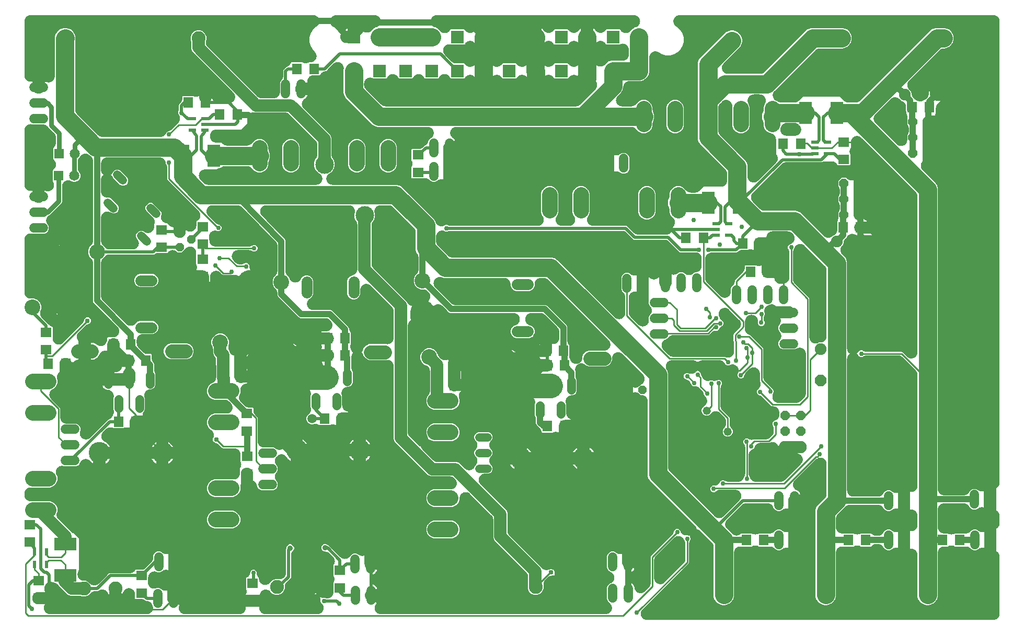
<source format=gbr>
G04 EAGLE Gerber RS-274X export*
G75*
%MOMM*%
%FSLAX34Y34*%
%LPD*%
%INBottom Copper*%
%IPPOS*%
%AMOC8*
5,1,8,0,0,1.08239X$1,22.5*%
G01*
%ADD10R,2.100000X2.100000*%
%ADD11C,1.524000*%
%ADD12C,1.408000*%
%ADD13C,2.540000*%
%ADD14C,1.320800*%
%ADD15R,1.803000X1.600000*%
%ADD16C,2.250000*%
%ADD17R,1.600000X1.803000*%
%ADD18C,2.540000*%
%ADD19P,2.749271X8X292.500000*%
%ADD20P,2.749271X8X22.500000*%
%ADD21C,1.790700*%
%ADD22C,2.247900*%
%ADD23P,2.749271X8X202.500000*%
%ADD24R,0.609200X1.180100*%
%ADD25R,1.180100X0.609200*%
%ADD26R,3.611800X2.061800*%
%ADD27R,2.061800X3.611800*%
%ADD28R,1.800000X1.600000*%
%ADD29R,1.600000X1.800000*%
%ADD30P,1.429621X8X202.500000*%
%ADD31C,1.320800*%
%ADD32C,1.905000*%
%ADD33P,2.061953X8X292.500000*%
%ADD34P,1.649562X8X292.500000*%
%ADD35C,3.450000*%
%ADD36P,2.061953X8X22.500000*%
%ADD37P,1.429621X8X292.500000*%
%ADD38R,1.650000X1.650000*%
%ADD39C,1.650000*%
%ADD40C,3.000000*%
%ADD41C,1.000000*%
%ADD42C,3.000000*%
%ADD43C,0.500000*%
%ADD44C,0.906400*%
%ADD45C,0.756400*%
%ADD46C,0.254000*%
%ADD47C,1.500000*%
%ADD48C,0.508000*%
%ADD49C,0.914400*%
%ADD50C,0.787400*%
%ADD51C,4.000000*%
%ADD52C,2.000000*%
%ADD53C,0.762000*%

G36*
X1580037Y10170D02*
X1580037Y10170D01*
X1580234Y10168D01*
X1580483Y10189D01*
X1580733Y10201D01*
X1580928Y10227D01*
X1581125Y10244D01*
X1581371Y10287D01*
X1581619Y10320D01*
X1581811Y10364D01*
X1582005Y10398D01*
X1582247Y10463D01*
X1582491Y10519D01*
X1582678Y10579D01*
X1582869Y10630D01*
X1583104Y10717D01*
X1583342Y10794D01*
X1583523Y10871D01*
X1583708Y10939D01*
X1583934Y11046D01*
X1584165Y11144D01*
X1584339Y11238D01*
X1584516Y11322D01*
X1584732Y11448D01*
X1584953Y11567D01*
X1585117Y11675D01*
X1585287Y11775D01*
X1585491Y11920D01*
X1585700Y12058D01*
X1585855Y12180D01*
X1586014Y12295D01*
X1586204Y12458D01*
X1586400Y12614D01*
X1586543Y12750D01*
X1586692Y12878D01*
X1586867Y13057D01*
X1587048Y13230D01*
X1587178Y13378D01*
X1587316Y13519D01*
X1587473Y13714D01*
X1587639Y13902D01*
X1587755Y14060D01*
X1587879Y14213D01*
X1588019Y14422D01*
X1588167Y14623D01*
X1588268Y14792D01*
X1588378Y14955D01*
X1588499Y15175D01*
X1588628Y15389D01*
X1588714Y15566D01*
X1588809Y15739D01*
X1588909Y15968D01*
X1589019Y16193D01*
X1589089Y16377D01*
X1589168Y16558D01*
X1589248Y16795D01*
X1589337Y17029D01*
X1589390Y17219D01*
X1589452Y17405D01*
X1589511Y17649D01*
X1589578Y17890D01*
X1589614Y18084D01*
X1589660Y18275D01*
X1589696Y18523D01*
X1589742Y18769D01*
X1589761Y18965D01*
X1589789Y19160D01*
X1589800Y19380D01*
X1589827Y19659D01*
X1589828Y19940D01*
X1589839Y20160D01*
X1589839Y112559D01*
X1589832Y112723D01*
X1589834Y112888D01*
X1589812Y113170D01*
X1589799Y113453D01*
X1589777Y113615D01*
X1589765Y113779D01*
X1589718Y114057D01*
X1589680Y114339D01*
X1589643Y114499D01*
X1589616Y114661D01*
X1589544Y114934D01*
X1589481Y115211D01*
X1589431Y115367D01*
X1589389Y115526D01*
X1589293Y115792D01*
X1589206Y116061D01*
X1589142Y116212D01*
X1589086Y116367D01*
X1588967Y116624D01*
X1588856Y116884D01*
X1588778Y117029D01*
X1588709Y117178D01*
X1588567Y117423D01*
X1588433Y117672D01*
X1588343Y117809D01*
X1588261Y117951D01*
X1588098Y118183D01*
X1587942Y118419D01*
X1587840Y118548D01*
X1587745Y118682D01*
X1587563Y118898D01*
X1587386Y119120D01*
X1587273Y119239D01*
X1587167Y119364D01*
X1586965Y119563D01*
X1586770Y119768D01*
X1586647Y119876D01*
X1586530Y119991D01*
X1586311Y120171D01*
X1586098Y120358D01*
X1585966Y120455D01*
X1585839Y120559D01*
X1585605Y120719D01*
X1585377Y120886D01*
X1585236Y120971D01*
X1585100Y121063D01*
X1584853Y121201D01*
X1584799Y121233D01*
X1584799Y158167D01*
X1585009Y158281D01*
X1585145Y158372D01*
X1585287Y158455D01*
X1585517Y158620D01*
X1585753Y158777D01*
X1585881Y158880D01*
X1586014Y158975D01*
X1586229Y159160D01*
X1586450Y159337D01*
X1586568Y159451D01*
X1586692Y159558D01*
X1586890Y159761D01*
X1587094Y159958D01*
X1587201Y160082D01*
X1587316Y160200D01*
X1587494Y160419D01*
X1587679Y160633D01*
X1587776Y160767D01*
X1587879Y160894D01*
X1588037Y161129D01*
X1588203Y161359D01*
X1588286Y161500D01*
X1588378Y161636D01*
X1588514Y161884D01*
X1588659Y162128D01*
X1588730Y162276D01*
X1588809Y162420D01*
X1588922Y162679D01*
X1589045Y162934D01*
X1589102Y163088D01*
X1589168Y163238D01*
X1589258Y163507D01*
X1589357Y163772D01*
X1589400Y163930D01*
X1589452Y164086D01*
X1589518Y164361D01*
X1589593Y164635D01*
X1589622Y164797D01*
X1589660Y164956D01*
X1589701Y165236D01*
X1589751Y165515D01*
X1589765Y165678D01*
X1589789Y165841D01*
X1589801Y166084D01*
X1589830Y166405D01*
X1589830Y166646D01*
X1589839Y166841D01*
X1589839Y178481D01*
X1589832Y178645D01*
X1589834Y178810D01*
X1589812Y179092D01*
X1589799Y179375D01*
X1589777Y179538D01*
X1589765Y179701D01*
X1589718Y179980D01*
X1589680Y180261D01*
X1589643Y180421D01*
X1589616Y180583D01*
X1589544Y180857D01*
X1589481Y181133D01*
X1589431Y181289D01*
X1589389Y181448D01*
X1589293Y181715D01*
X1589206Y181983D01*
X1589142Y182134D01*
X1589086Y182289D01*
X1588967Y182546D01*
X1588856Y182806D01*
X1588778Y182951D01*
X1588709Y183100D01*
X1588567Y183345D01*
X1588433Y183594D01*
X1588343Y183731D01*
X1588261Y183874D01*
X1588098Y184105D01*
X1587942Y184342D01*
X1587840Y184470D01*
X1587745Y184604D01*
X1587562Y184820D01*
X1587386Y185042D01*
X1587273Y185161D01*
X1587167Y185286D01*
X1586965Y185484D01*
X1586770Y185690D01*
X1586647Y185798D01*
X1586530Y185913D01*
X1586311Y186093D01*
X1586098Y186280D01*
X1585966Y186377D01*
X1585839Y186481D01*
X1585605Y186641D01*
X1585377Y186808D01*
X1585236Y186893D01*
X1585100Y186985D01*
X1584853Y187123D01*
X1584611Y187269D01*
X1584463Y187341D01*
X1584320Y187421D01*
X1584291Y187434D01*
X1584291Y223540D01*
X1584368Y223582D01*
X1584516Y223652D01*
X1584760Y223795D01*
X1585009Y223931D01*
X1585146Y224022D01*
X1585287Y224105D01*
X1585517Y224270D01*
X1585753Y224427D01*
X1585881Y224530D01*
X1586014Y224625D01*
X1586229Y224810D01*
X1586450Y224987D01*
X1586568Y225101D01*
X1586692Y225208D01*
X1586890Y225411D01*
X1587094Y225608D01*
X1587201Y225732D01*
X1587316Y225850D01*
X1587494Y226070D01*
X1587679Y226283D01*
X1587775Y226416D01*
X1587879Y226544D01*
X1588037Y226779D01*
X1588203Y227009D01*
X1588286Y227150D01*
X1588378Y227286D01*
X1588515Y227534D01*
X1588659Y227777D01*
X1588730Y227925D01*
X1588809Y228069D01*
X1588923Y228329D01*
X1589045Y228584D01*
X1589102Y228738D01*
X1589168Y228888D01*
X1589258Y229157D01*
X1589357Y229422D01*
X1589400Y229580D01*
X1589452Y229736D01*
X1589518Y230011D01*
X1589593Y230285D01*
X1589622Y230446D01*
X1589660Y230606D01*
X1589701Y230886D01*
X1589751Y231165D01*
X1589765Y231328D01*
X1589789Y231491D01*
X1589801Y231734D01*
X1589830Y232055D01*
X1589830Y232296D01*
X1589839Y232491D01*
X1589839Y979840D01*
X1589830Y980037D01*
X1589832Y980234D01*
X1589811Y980483D01*
X1589799Y980733D01*
X1589773Y980928D01*
X1589756Y981125D01*
X1589713Y981371D01*
X1589680Y981619D01*
X1589636Y981811D01*
X1589602Y982005D01*
X1589537Y982247D01*
X1589481Y982491D01*
X1589421Y982678D01*
X1589370Y982869D01*
X1589283Y983104D01*
X1589206Y983342D01*
X1589129Y983523D01*
X1589061Y983708D01*
X1588954Y983934D01*
X1588856Y984165D01*
X1588762Y984339D01*
X1588678Y984516D01*
X1588552Y984732D01*
X1588433Y984953D01*
X1588325Y985117D01*
X1588225Y985287D01*
X1588080Y985491D01*
X1587942Y985700D01*
X1587820Y985855D01*
X1587705Y986014D01*
X1587542Y986204D01*
X1587386Y986400D01*
X1587250Y986543D01*
X1587122Y986692D01*
X1586943Y986867D01*
X1586770Y987048D01*
X1586622Y987178D01*
X1586481Y987316D01*
X1586286Y987473D01*
X1586098Y987639D01*
X1585940Y987755D01*
X1585787Y987879D01*
X1585578Y988019D01*
X1585377Y988167D01*
X1585208Y988268D01*
X1585045Y988378D01*
X1584825Y988499D01*
X1584611Y988628D01*
X1584434Y988714D01*
X1584261Y988809D01*
X1584032Y988909D01*
X1583807Y989019D01*
X1583623Y989089D01*
X1583442Y989168D01*
X1583205Y989248D01*
X1582971Y989337D01*
X1582781Y989390D01*
X1582595Y989452D01*
X1582351Y989511D01*
X1582110Y989578D01*
X1581916Y989614D01*
X1581725Y989660D01*
X1581477Y989696D01*
X1581231Y989742D01*
X1581035Y989761D01*
X1580840Y989789D01*
X1580620Y989800D01*
X1580341Y989827D01*
X1580060Y989828D01*
X1579840Y989839D01*
X1071335Y989839D01*
X1071270Y989836D01*
X1071204Y989838D01*
X1070824Y989816D01*
X1070442Y989799D01*
X1070377Y989790D01*
X1070312Y989787D01*
X1069935Y989731D01*
X1069556Y989680D01*
X1069492Y989665D01*
X1069427Y989655D01*
X1069056Y989566D01*
X1068684Y989481D01*
X1068622Y989461D01*
X1068558Y989446D01*
X1068196Y989323D01*
X1067833Y989206D01*
X1067773Y989180D01*
X1067711Y989159D01*
X1067362Y989005D01*
X1067011Y988856D01*
X1066953Y988825D01*
X1066893Y988798D01*
X1066559Y988613D01*
X1066223Y988433D01*
X1066168Y988397D01*
X1066110Y988365D01*
X1065795Y988152D01*
X1065475Y987942D01*
X1065424Y987901D01*
X1065370Y987865D01*
X1065074Y987624D01*
X1064775Y987386D01*
X1064727Y987341D01*
X1064677Y987299D01*
X1064404Y987033D01*
X1064127Y986770D01*
X1064084Y986721D01*
X1064037Y986675D01*
X1063789Y986385D01*
X1063537Y986098D01*
X1063498Y986045D01*
X1063455Y985995D01*
X1063234Y985684D01*
X1063009Y985377D01*
X1062975Y985320D01*
X1062937Y985267D01*
X1062744Y984937D01*
X1062548Y984611D01*
X1062519Y984552D01*
X1062486Y984495D01*
X1062324Y984150D01*
X1062157Y983807D01*
X1062133Y983745D01*
X1062105Y983686D01*
X1061975Y983328D01*
X1061839Y982971D01*
X1061821Y982907D01*
X1061799Y982846D01*
X1061700Y982477D01*
X1061597Y982110D01*
X1061585Y982045D01*
X1061568Y981982D01*
X1061503Y981606D01*
X1061433Y981231D01*
X1061427Y981165D01*
X1061416Y981101D01*
X1061385Y980720D01*
X1061349Y980341D01*
X1061348Y980275D01*
X1061343Y980209D01*
X1061346Y979828D01*
X1061344Y979446D01*
X1061350Y979381D01*
X1061350Y979315D01*
X1061387Y978936D01*
X1061419Y978555D01*
X1061430Y978490D01*
X1061437Y978425D01*
X1061508Y978050D01*
X1061573Y977675D01*
X1061591Y977611D01*
X1061603Y977547D01*
X1061707Y977180D01*
X1061806Y976811D01*
X1061829Y976750D01*
X1061847Y976686D01*
X1061983Y976330D01*
X1062115Y975972D01*
X1062143Y975913D01*
X1062166Y975851D01*
X1062335Y975506D01*
X1062497Y975164D01*
X1062530Y975107D01*
X1062559Y975048D01*
X1062757Y974722D01*
X1062950Y974393D01*
X1062988Y974339D01*
X1063022Y974283D01*
X1063248Y973976D01*
X1063470Y973666D01*
X1063513Y973616D01*
X1063552Y973563D01*
X1063805Y973277D01*
X1064053Y972988D01*
X1064101Y972942D01*
X1064144Y972893D01*
X1064421Y972631D01*
X1064695Y972365D01*
X1064746Y972323D01*
X1064793Y972278D01*
X1065092Y972042D01*
X1065389Y971801D01*
X1065444Y971764D01*
X1065495Y971724D01*
X1065722Y971577D01*
X1066131Y971302D01*
X1066244Y971240D01*
X1066336Y971180D01*
X1068149Y970134D01*
X1072834Y965449D01*
X1076146Y959712D01*
X1077861Y953313D01*
X1077861Y946687D01*
X1076146Y940288D01*
X1072834Y934551D01*
X1068149Y929866D01*
X1062412Y926554D01*
X1056013Y924839D01*
X1049387Y924839D01*
X1042988Y926554D01*
X1037224Y929882D01*
X1037107Y929943D01*
X1036995Y930010D01*
X1036710Y930149D01*
X1036430Y930294D01*
X1036309Y930344D01*
X1036191Y930401D01*
X1035894Y930514D01*
X1035603Y930634D01*
X1035478Y930672D01*
X1035355Y930719D01*
X1035050Y930805D01*
X1034749Y930898D01*
X1034620Y930925D01*
X1034494Y930961D01*
X1034183Y931019D01*
X1033874Y931085D01*
X1033744Y931101D01*
X1033615Y931125D01*
X1033300Y931155D01*
X1032987Y931193D01*
X1032856Y931197D01*
X1032725Y931209D01*
X1032408Y931211D01*
X1032093Y931221D01*
X1031962Y931213D01*
X1031830Y931214D01*
X1031515Y931188D01*
X1031200Y931169D01*
X1031070Y931150D01*
X1030939Y931139D01*
X1030628Y931084D01*
X1030316Y931038D01*
X1030188Y931007D01*
X1030059Y930985D01*
X1029754Y930903D01*
X1029446Y930828D01*
X1029322Y930786D01*
X1029195Y930752D01*
X1028899Y930643D01*
X1028599Y930542D01*
X1028479Y930489D01*
X1028356Y930443D01*
X1028070Y930308D01*
X1027781Y930181D01*
X1027667Y930117D01*
X1027548Y930061D01*
X1027275Y929901D01*
X1026999Y929748D01*
X1026890Y929675D01*
X1026777Y929608D01*
X1026520Y929424D01*
X1026258Y929247D01*
X1026156Y929164D01*
X1026050Y929088D01*
X1025810Y928882D01*
X1025565Y928682D01*
X1025471Y928590D01*
X1025372Y928505D01*
X1025151Y928278D01*
X1024925Y928057D01*
X1024840Y927958D01*
X1024748Y927864D01*
X1024549Y927618D01*
X1024344Y927378D01*
X1024268Y927271D01*
X1024185Y927169D01*
X1024008Y926907D01*
X1023826Y926650D01*
X1023759Y926536D01*
X1023686Y926427D01*
X1023534Y926150D01*
X1023374Y925878D01*
X1023318Y925759D01*
X1023255Y925644D01*
X1023128Y925354D01*
X1022994Y925068D01*
X1022949Y924945D01*
X1022896Y924825D01*
X1022796Y924525D01*
X1022687Y924228D01*
X1022653Y924101D01*
X1022612Y923977D01*
X1022538Y923670D01*
X1022457Y923364D01*
X1022434Y923235D01*
X1022404Y923107D01*
X1022358Y922795D01*
X1022305Y922483D01*
X1022294Y922353D01*
X1022275Y922223D01*
X1022262Y921960D01*
X1022232Y921592D01*
X1022233Y921390D01*
X1022225Y921223D01*
X1022225Y897424D01*
X1021099Y893222D01*
X1018923Y889454D01*
X1015846Y886377D01*
X1012078Y884201D01*
X1007876Y883075D01*
X990224Y883075D01*
X990027Y883066D01*
X989830Y883068D01*
X989581Y883047D01*
X989331Y883035D01*
X989136Y883009D01*
X988939Y882992D01*
X988693Y882949D01*
X988445Y882916D01*
X988253Y882872D01*
X988059Y882838D01*
X987817Y882773D01*
X987573Y882717D01*
X987386Y882657D01*
X987195Y882606D01*
X986960Y882519D01*
X986722Y882442D01*
X986541Y882365D01*
X986356Y882297D01*
X986130Y882190D01*
X985899Y882092D01*
X985725Y881998D01*
X985548Y881914D01*
X985332Y881788D01*
X985111Y881669D01*
X984947Y881561D01*
X984777Y881461D01*
X984573Y881316D01*
X984364Y881178D01*
X984209Y881056D01*
X984050Y880941D01*
X983860Y880778D01*
X983664Y880622D01*
X983521Y880486D01*
X983372Y880358D01*
X983197Y880179D01*
X983016Y880006D01*
X982886Y879858D01*
X982748Y879717D01*
X982591Y879522D01*
X982425Y879334D01*
X982309Y879176D01*
X982185Y879023D01*
X982045Y878814D01*
X981897Y878613D01*
X981796Y878444D01*
X981686Y878281D01*
X981565Y878061D01*
X981436Y877847D01*
X981350Y877670D01*
X981255Y877497D01*
X981155Y877268D01*
X981045Y877043D01*
X980975Y876859D01*
X980896Y876678D01*
X980816Y876441D01*
X980727Y876207D01*
X980674Y876017D01*
X980612Y875831D01*
X980553Y875587D01*
X980486Y875346D01*
X980450Y875152D01*
X980404Y874961D01*
X980368Y874713D01*
X980322Y874467D01*
X980303Y874270D01*
X980275Y874076D01*
X980264Y873856D01*
X980237Y873577D01*
X980236Y873296D01*
X980225Y873076D01*
X980225Y872624D01*
X979099Y868422D01*
X976923Y864654D01*
X972916Y860646D01*
X971364Y859095D01*
X971298Y859022D01*
X971226Y858954D01*
X970996Y858692D01*
X970761Y858435D01*
X970701Y858356D01*
X970636Y858282D01*
X970430Y858001D01*
X970219Y857724D01*
X970166Y857640D01*
X970108Y857561D01*
X969928Y857262D01*
X969742Y856967D01*
X969698Y856879D01*
X969647Y856795D01*
X969494Y856481D01*
X969336Y856171D01*
X969299Y856079D01*
X969256Y855991D01*
X969132Y855664D01*
X969002Y855341D01*
X968973Y855247D01*
X968938Y855155D01*
X968844Y854818D01*
X968743Y854485D01*
X968723Y854389D01*
X968696Y854294D01*
X968632Y853951D01*
X968562Y853609D01*
X968551Y853512D01*
X968532Y853415D01*
X968499Y853067D01*
X968460Y852721D01*
X968457Y852623D01*
X968448Y852525D01*
X968446Y852175D01*
X968437Y851827D01*
X968444Y851729D01*
X968443Y851630D01*
X968472Y851283D01*
X968495Y850935D01*
X968510Y850838D01*
X968518Y850739D01*
X968578Y850396D01*
X968632Y850051D01*
X968656Y849956D01*
X968673Y849859D01*
X968763Y849522D01*
X968847Y849184D01*
X968879Y849090D01*
X968905Y848995D01*
X969025Y848668D01*
X969139Y848338D01*
X969180Y848248D01*
X969214Y848156D01*
X969363Y847841D01*
X969506Y847523D01*
X969554Y847437D01*
X969596Y847348D01*
X969773Y847047D01*
X969944Y846743D01*
X969999Y846662D01*
X970049Y846577D01*
X970252Y846293D01*
X970449Y846006D01*
X970512Y845930D01*
X970569Y845850D01*
X970797Y845585D01*
X971019Y845316D01*
X971088Y845246D01*
X971152Y845172D01*
X971403Y844928D01*
X971648Y844681D01*
X971723Y844617D01*
X971794Y844548D01*
X972064Y844329D01*
X972331Y844104D01*
X972412Y844047D01*
X972488Y843985D01*
X972777Y843791D01*
X973063Y843590D01*
X973148Y843541D01*
X973230Y843486D01*
X973536Y843318D01*
X973838Y843144D01*
X973927Y843103D01*
X974013Y843055D01*
X974333Y842915D01*
X974649Y842769D01*
X974742Y842736D01*
X974832Y842696D01*
X975163Y842585D01*
X975491Y842468D01*
X975587Y842443D01*
X975680Y842412D01*
X976019Y842331D01*
X976357Y842243D01*
X976454Y842227D01*
X976550Y842204D01*
X976894Y842154D01*
X977239Y842096D01*
X977337Y842089D01*
X977435Y842075D01*
X977708Y842061D01*
X978130Y842029D01*
X978295Y842032D01*
X978435Y842025D01*
X993026Y842025D01*
X993321Y842038D01*
X993616Y842042D01*
X993767Y842058D01*
X993919Y842065D01*
X994212Y842104D01*
X994506Y842135D01*
X994655Y842164D01*
X994805Y842184D01*
X995093Y842250D01*
X995383Y842306D01*
X995529Y842349D01*
X995677Y842383D01*
X995958Y842474D01*
X996242Y842556D01*
X996383Y842611D01*
X996528Y842658D01*
X996800Y842774D01*
X997075Y842881D01*
X997211Y842949D01*
X997351Y843008D01*
X997611Y843148D01*
X997875Y843279D01*
X998005Y843359D01*
X998139Y843431D01*
X998386Y843593D01*
X998637Y843747D01*
X998759Y843838D01*
X998886Y843922D01*
X999118Y844106D01*
X999354Y844282D01*
X999457Y844375D01*
X999587Y844478D01*
X999894Y844770D01*
X1000097Y844953D01*
X1005402Y850259D01*
X1010630Y852425D01*
X1016290Y852425D01*
X1021518Y850259D01*
X1025519Y846258D01*
X1027685Y841030D01*
X1027685Y836591D01*
X1027699Y836263D01*
X1027706Y835935D01*
X1027719Y835817D01*
X1027725Y835698D01*
X1027769Y835372D01*
X1027805Y835046D01*
X1027828Y834930D01*
X1027844Y834811D01*
X1027917Y834491D01*
X1027982Y834170D01*
X1028016Y834056D01*
X1028043Y833939D01*
X1028144Y833627D01*
X1028237Y833313D01*
X1028281Y833202D01*
X1028318Y833089D01*
X1028447Y832787D01*
X1028568Y832482D01*
X1028618Y832384D01*
X1028668Y832266D01*
X1028841Y831944D01*
X1029985Y827676D01*
X1029985Y823324D01*
X1028843Y819062D01*
X1028715Y818830D01*
X1028667Y818721D01*
X1028612Y818615D01*
X1028488Y818312D01*
X1028356Y818011D01*
X1028318Y817898D01*
X1028273Y817788D01*
X1028176Y817475D01*
X1028072Y817164D01*
X1028044Y817048D01*
X1028009Y816934D01*
X1027940Y816613D01*
X1027864Y816294D01*
X1027847Y816176D01*
X1027822Y816059D01*
X1027782Y815734D01*
X1027735Y815409D01*
X1027729Y815299D01*
X1027714Y815172D01*
X1027698Y814680D01*
X1027685Y814409D01*
X1027685Y809970D01*
X1025519Y804742D01*
X1021518Y800741D01*
X1016290Y798575D01*
X1010630Y798575D01*
X1005402Y800741D01*
X1000097Y806047D01*
X999879Y806246D01*
X999667Y806452D01*
X999549Y806547D01*
X999437Y806650D01*
X999202Y806829D01*
X998973Y807015D01*
X998846Y807100D01*
X998726Y807192D01*
X998476Y807349D01*
X998231Y807514D01*
X998097Y807587D01*
X997969Y807668D01*
X997706Y807802D01*
X997447Y807945D01*
X997308Y808006D01*
X997173Y808075D01*
X996899Y808185D01*
X996628Y808304D01*
X996484Y808352D01*
X996343Y808409D01*
X996061Y808494D01*
X995781Y808588D01*
X995633Y808624D01*
X995487Y808668D01*
X995198Y808728D01*
X994911Y808796D01*
X994761Y808818D01*
X994611Y808849D01*
X994318Y808883D01*
X994026Y808925D01*
X993887Y808932D01*
X993723Y808951D01*
X993300Y808962D01*
X993026Y808975D01*
X709910Y808975D01*
X709604Y808962D01*
X709299Y808957D01*
X709158Y808942D01*
X709017Y808935D01*
X708714Y808894D01*
X708410Y808862D01*
X708271Y808835D01*
X708130Y808816D01*
X707832Y808748D01*
X707533Y808689D01*
X707397Y808649D01*
X707259Y808617D01*
X706968Y808523D01*
X706674Y808437D01*
X706542Y808386D01*
X706408Y808342D01*
X706127Y808222D01*
X705842Y808110D01*
X705715Y808047D01*
X705585Y807992D01*
X705316Y807847D01*
X705042Y807711D01*
X704922Y807636D01*
X704797Y807569D01*
X704542Y807402D01*
X704282Y807241D01*
X704168Y807156D01*
X704050Y807078D01*
X703810Y806888D01*
X703566Y806705D01*
X703461Y806611D01*
X703349Y806522D01*
X703128Y806311D01*
X702901Y806107D01*
X702804Y806004D01*
X702701Y805906D01*
X702500Y805676D01*
X702292Y805453D01*
X702205Y805341D01*
X702111Y805234D01*
X701931Y804988D01*
X701743Y804746D01*
X701667Y804627D01*
X701583Y804513D01*
X701426Y804251D01*
X701261Y803994D01*
X701195Y803868D01*
X701122Y803747D01*
X700989Y803472D01*
X700847Y803201D01*
X700793Y803070D01*
X700731Y802943D01*
X700622Y802656D01*
X700506Y802374D01*
X700464Y802239D01*
X700413Y802107D01*
X700331Y801812D01*
X700240Y801521D01*
X700210Y801382D01*
X700172Y801246D01*
X700116Y800946D01*
X700051Y800647D01*
X700034Y800506D01*
X700008Y800367D01*
X699979Y800062D01*
X699941Y799759D01*
X699937Y799618D01*
X699923Y799477D01*
X699921Y799170D01*
X699911Y798866D01*
X699919Y798724D01*
X699918Y798582D01*
X699944Y798277D01*
X699961Y797973D01*
X699982Y797833D01*
X699993Y797691D01*
X700046Y797390D01*
X700090Y797088D01*
X700123Y796950D01*
X700148Y796811D01*
X700227Y796516D01*
X700298Y796218D01*
X700344Y796084D01*
X700380Y795947D01*
X700486Y795660D01*
X700583Y795371D01*
X700640Y795241D01*
X700689Y795108D01*
X700819Y794832D01*
X700943Y794552D01*
X701011Y794427D01*
X701071Y794300D01*
X701226Y794037D01*
X701374Y793769D01*
X701453Y793651D01*
X701524Y793529D01*
X701702Y793280D01*
X701873Y793027D01*
X701962Y792917D01*
X702045Y792802D01*
X702244Y792570D01*
X702437Y792333D01*
X702535Y792231D01*
X702628Y792124D01*
X702847Y791911D01*
X703060Y791692D01*
X703159Y791607D01*
X703269Y791501D01*
X703613Y791221D01*
X703823Y791043D01*
X705214Y789976D01*
X706156Y789034D01*
X706967Y787977D01*
X707632Y786824D01*
X708142Y785593D01*
X708382Y784699D01*
X698500Y784699D01*
X698304Y784691D01*
X698107Y784692D01*
X697857Y784671D01*
X697607Y784659D01*
X697412Y784633D01*
X697216Y784617D01*
X696969Y784573D01*
X696721Y784540D01*
X696529Y784496D01*
X696335Y784462D01*
X696093Y784397D01*
X695849Y784341D01*
X695662Y784281D01*
X695472Y784230D01*
X695236Y784143D01*
X694998Y784066D01*
X694817Y783989D01*
X694632Y783921D01*
X694407Y783814D01*
X694176Y783716D01*
X694002Y783623D01*
X693824Y783539D01*
X693608Y783412D01*
X693388Y783293D01*
X693223Y783185D01*
X693053Y783086D01*
X692850Y782940D01*
X692640Y782802D01*
X692486Y782680D01*
X692326Y782565D01*
X692136Y782402D01*
X691940Y782246D01*
X691936Y782243D01*
X691797Y782110D01*
X691648Y781982D01*
X691647Y781982D01*
X691473Y781802D01*
X691291Y781630D01*
X691162Y781482D01*
X691024Y781341D01*
X690866Y781146D01*
X690701Y780958D01*
X690585Y780799D01*
X690461Y780646D01*
X690321Y780438D01*
X690173Y780236D01*
X690072Y780068D01*
X689962Y779904D01*
X689841Y779684D01*
X689712Y779470D01*
X689626Y779294D01*
X689531Y779121D01*
X689430Y778891D01*
X689321Y778666D01*
X689251Y778482D01*
X689172Y778302D01*
X689092Y778065D01*
X689003Y777830D01*
X688950Y777641D01*
X688887Y777454D01*
X688829Y777211D01*
X688762Y776969D01*
X688726Y776776D01*
X688680Y776584D01*
X688644Y776337D01*
X688598Y776090D01*
X688579Y775894D01*
X688551Y775700D01*
X688540Y775480D01*
X688513Y775200D01*
X688512Y774920D01*
X688501Y774700D01*
X688501Y723280D01*
X688400Y723320D01*
X688211Y723378D01*
X688025Y723444D01*
X687783Y723507D01*
X687544Y723579D01*
X687350Y723619D01*
X687159Y723669D01*
X686913Y723710D01*
X686669Y723760D01*
X686472Y723783D01*
X686277Y723815D01*
X686028Y723834D01*
X685780Y723863D01*
X685582Y723868D01*
X685385Y723883D01*
X685136Y723879D01*
X684886Y723885D01*
X684689Y723873D01*
X684491Y723870D01*
X684243Y723844D01*
X683994Y723828D01*
X683799Y723798D01*
X683602Y723777D01*
X683357Y723729D01*
X683110Y723691D01*
X682918Y723643D01*
X682724Y723605D01*
X682485Y723536D01*
X682243Y723476D01*
X682056Y723411D01*
X681866Y723356D01*
X681633Y723265D01*
X681397Y723184D01*
X681217Y723103D01*
X681033Y723031D01*
X680810Y722920D01*
X680582Y722817D01*
X680409Y722720D01*
X680232Y722633D01*
X680020Y722502D01*
X679802Y722380D01*
X679639Y722268D01*
X679470Y722164D01*
X679270Y722015D01*
X679064Y721874D01*
X678912Y721748D01*
X678753Y721630D01*
X678591Y721483D01*
X678375Y721305D01*
X678309Y721240D01*
X674919Y719835D01*
X671281Y719835D01*
X667920Y721227D01*
X666391Y722756D01*
X666374Y722771D01*
X666359Y722788D01*
X666042Y723075D01*
X665731Y723360D01*
X665713Y723373D01*
X665696Y723389D01*
X665355Y723646D01*
X665020Y723902D01*
X665001Y723914D01*
X664983Y723927D01*
X664621Y724153D01*
X664263Y724378D01*
X664243Y724388D01*
X664224Y724400D01*
X663844Y724592D01*
X663467Y724785D01*
X663446Y724793D01*
X663426Y724803D01*
X663030Y724961D01*
X662638Y725119D01*
X662616Y725125D01*
X662595Y725134D01*
X662189Y725254D01*
X661782Y725377D01*
X661759Y725382D01*
X661738Y725388D01*
X661323Y725472D01*
X660906Y725559D01*
X660884Y725561D01*
X660861Y725566D01*
X660437Y725612D01*
X660018Y725661D01*
X659995Y725661D01*
X659972Y725664D01*
X659548Y725672D01*
X659124Y725683D01*
X659101Y725682D01*
X659078Y725682D01*
X658655Y725653D01*
X658231Y725626D01*
X658209Y725622D01*
X658186Y725621D01*
X657778Y725555D01*
X638382Y725555D01*
X637821Y725787D01*
X637392Y726216D01*
X637160Y726777D01*
X637160Y743383D01*
X638026Y745474D01*
X638127Y745751D01*
X638236Y746025D01*
X638279Y746171D01*
X638331Y746314D01*
X638406Y746600D01*
X638491Y746882D01*
X638521Y747031D01*
X638560Y747179D01*
X638609Y747470D01*
X638668Y747759D01*
X638684Y747910D01*
X638710Y748060D01*
X638733Y748354D01*
X638766Y748648D01*
X638769Y748800D01*
X638781Y748951D01*
X638778Y749246D01*
X638784Y749542D01*
X638774Y749693D01*
X638772Y749845D01*
X638743Y750139D01*
X638723Y750434D01*
X638699Y750584D01*
X638684Y750735D01*
X638628Y751025D01*
X638582Y751317D01*
X638544Y751464D01*
X638516Y751613D01*
X638435Y751897D01*
X638362Y752184D01*
X638316Y752315D01*
X638270Y752473D01*
X638118Y752869D01*
X638026Y753127D01*
X637160Y755217D01*
X637160Y771823D01*
X637392Y772384D01*
X637821Y772813D01*
X638382Y773045D01*
X648911Y773045D01*
X649206Y773058D01*
X649501Y773062D01*
X649652Y773078D01*
X649804Y773085D01*
X650097Y773124D01*
X650391Y773155D01*
X650540Y773184D01*
X650690Y773204D01*
X650978Y773270D01*
X651268Y773326D01*
X651414Y773369D01*
X651562Y773403D01*
X651843Y773494D01*
X652127Y773576D01*
X652268Y773631D01*
X652413Y773678D01*
X652685Y773794D01*
X652960Y773901D01*
X653096Y773969D01*
X653236Y774028D01*
X653496Y774168D01*
X653760Y774299D01*
X653890Y774379D01*
X654024Y774451D01*
X654271Y774613D01*
X654522Y774767D01*
X654644Y774858D01*
X654771Y774942D01*
X655003Y775126D01*
X655239Y775302D01*
X655342Y775395D01*
X655472Y775498D01*
X655779Y775790D01*
X655982Y775973D01*
X658120Y778112D01*
X658324Y778196D01*
X658591Y778321D01*
X658862Y778438D01*
X658996Y778511D01*
X659134Y778575D01*
X659389Y778724D01*
X659648Y778864D01*
X659775Y778948D01*
X659907Y779025D01*
X660148Y779195D01*
X660394Y779359D01*
X660512Y779454D01*
X660636Y779541D01*
X660861Y779733D01*
X661091Y779918D01*
X661201Y780023D01*
X661317Y780121D01*
X661523Y780332D01*
X661737Y780537D01*
X661836Y780651D01*
X661943Y780760D01*
X662130Y780988D01*
X662324Y781211D01*
X662413Y781334D01*
X662509Y781452D01*
X662675Y781696D01*
X662848Y781935D01*
X662926Y782066D01*
X663012Y782191D01*
X663155Y782450D01*
X663306Y782703D01*
X663366Y782829D01*
X663446Y782973D01*
X663618Y783360D01*
X663735Y783608D01*
X665348Y787500D01*
X668022Y790175D01*
X668158Y790254D01*
X668398Y790383D01*
X668544Y790478D01*
X668695Y790566D01*
X668918Y790724D01*
X669146Y790874D01*
X669282Y790982D01*
X669424Y791083D01*
X669632Y791260D01*
X669846Y791430D01*
X669972Y791550D01*
X670105Y791663D01*
X670296Y791858D01*
X670494Y792046D01*
X670609Y792177D01*
X670731Y792301D01*
X670904Y792512D01*
X671084Y792718D01*
X671187Y792858D01*
X671298Y792993D01*
X671451Y793219D01*
X671612Y793439D01*
X671702Y793589D01*
X671800Y793733D01*
X671933Y793972D01*
X672073Y794205D01*
X672150Y794362D01*
X672234Y794515D01*
X672345Y794764D01*
X672464Y795009D01*
X672526Y795173D01*
X672597Y795332D01*
X672685Y795590D01*
X672782Y795845D01*
X672829Y796014D01*
X672885Y796178D01*
X672950Y796443D01*
X673024Y796706D01*
X673056Y796878D01*
X673097Y797047D01*
X673138Y797317D01*
X673188Y797585D01*
X673204Y797759D01*
X673230Y797931D01*
X673246Y798203D01*
X673272Y798475D01*
X673273Y798650D01*
X673284Y798824D01*
X673276Y799097D01*
X673277Y799370D01*
X673262Y799543D01*
X673257Y799718D01*
X673225Y799988D01*
X673202Y800261D01*
X673172Y800433D01*
X673151Y800605D01*
X673095Y800872D01*
X673048Y801141D01*
X673002Y801310D01*
X672966Y801480D01*
X672886Y801741D01*
X672815Y802005D01*
X672755Y802168D01*
X672704Y802335D01*
X672601Y802588D01*
X672506Y802844D01*
X672432Y803001D01*
X672366Y803163D01*
X672241Y803406D01*
X672124Y803652D01*
X672036Y803803D01*
X671956Y803957D01*
X671809Y804188D01*
X671671Y804423D01*
X671570Y804565D01*
X671476Y804712D01*
X671310Y804928D01*
X671151Y805150D01*
X671037Y805283D01*
X670931Y805421D01*
X670746Y805621D01*
X670568Y805828D01*
X670443Y805950D01*
X670325Y806078D01*
X670122Y806261D01*
X669927Y806452D01*
X669791Y806561D01*
X669662Y806678D01*
X669444Y806843D01*
X669232Y807015D01*
X669087Y807112D01*
X668948Y807217D01*
X668717Y807361D01*
X668490Y807514D01*
X668337Y807598D01*
X668190Y807690D01*
X667946Y807813D01*
X667707Y807945D01*
X667547Y808015D01*
X667391Y808093D01*
X667138Y808194D01*
X666888Y808304D01*
X666722Y808359D01*
X666561Y808424D01*
X666299Y808501D01*
X666040Y808588D01*
X665871Y808629D01*
X665703Y808679D01*
X665436Y808733D01*
X665170Y808796D01*
X664998Y808821D01*
X664827Y808856D01*
X664556Y808886D01*
X664286Y808925D01*
X664127Y808933D01*
X663938Y808954D01*
X663552Y808962D01*
X663286Y808975D01*
X582024Y808975D01*
X577822Y810101D01*
X574054Y812277D01*
X530477Y855854D01*
X528301Y859622D01*
X527175Y863824D01*
X527175Y901855D01*
X527183Y901893D01*
X527265Y902267D01*
X527274Y902332D01*
X527287Y902396D01*
X527331Y902775D01*
X527379Y903153D01*
X527382Y903219D01*
X527389Y903284D01*
X527399Y903666D01*
X527413Y904047D01*
X527410Y904113D01*
X527412Y904178D01*
X527387Y904559D01*
X527368Y904940D01*
X527358Y905005D01*
X527354Y905071D01*
X527296Y905448D01*
X527242Y905825D01*
X527227Y905889D01*
X527217Y905954D01*
X527125Y906325D01*
X527038Y906696D01*
X527018Y906758D01*
X527002Y906822D01*
X526877Y907182D01*
X526757Y907545D01*
X526731Y907605D01*
X526710Y907667D01*
X526553Y908015D01*
X526402Y908365D01*
X526370Y908423D01*
X526343Y908483D01*
X526156Y908816D01*
X525974Y909150D01*
X525938Y909205D01*
X525905Y909263D01*
X525690Y909577D01*
X525478Y909894D01*
X525437Y909946D01*
X525400Y910000D01*
X525156Y910294D01*
X524918Y910591D01*
X524872Y910638D01*
X524830Y910689D01*
X524562Y910960D01*
X524297Y911235D01*
X524247Y911278D01*
X524201Y911325D01*
X523910Y911571D01*
X523622Y911821D01*
X523568Y911859D01*
X523518Y911902D01*
X523206Y912121D01*
X522896Y912344D01*
X522840Y912378D01*
X522786Y912415D01*
X522456Y912606D01*
X522127Y912800D01*
X522068Y912829D01*
X522011Y912862D01*
X521665Y913022D01*
X521321Y913186D01*
X521259Y913209D01*
X521199Y913237D01*
X520839Y913366D01*
X520483Y913498D01*
X520420Y913516D01*
X520358Y913538D01*
X519987Y913634D01*
X519620Y913734D01*
X519556Y913746D01*
X519492Y913763D01*
X519114Y913825D01*
X518740Y913892D01*
X518675Y913898D01*
X518610Y913909D01*
X518229Y913938D01*
X517850Y913971D01*
X517784Y913971D01*
X517718Y913976D01*
X517338Y913971D01*
X516955Y913970D01*
X516890Y913964D01*
X516824Y913963D01*
X516446Y913924D01*
X516065Y913889D01*
X516000Y913878D01*
X515935Y913871D01*
X515561Y913798D01*
X515185Y913729D01*
X515122Y913712D01*
X515057Y913699D01*
X514691Y913593D01*
X514323Y913491D01*
X514262Y913468D01*
X514199Y913450D01*
X513843Y913311D01*
X513486Y913177D01*
X513427Y913148D01*
X513366Y913124D01*
X513024Y912954D01*
X512680Y912789D01*
X512624Y912756D01*
X512565Y912726D01*
X512240Y912527D01*
X511913Y912331D01*
X511859Y912292D01*
X511803Y912258D01*
X511498Y912030D01*
X511189Y911806D01*
X511139Y911763D01*
X511086Y911724D01*
X510886Y911542D01*
X510515Y911219D01*
X510426Y911126D01*
X510344Y911052D01*
X501388Y902097D01*
X501388Y902096D01*
X498850Y899558D01*
X497264Y898901D01*
X497263Y898901D01*
X496844Y898843D01*
X496421Y898786D01*
X496399Y898781D01*
X496377Y898778D01*
X495965Y898682D01*
X495549Y898587D01*
X495528Y898580D01*
X495506Y898575D01*
X495101Y898442D01*
X494699Y898312D01*
X494678Y898303D01*
X494657Y898296D01*
X494266Y898128D01*
X493876Y897962D01*
X493856Y897951D01*
X493835Y897942D01*
X493462Y897740D01*
X493088Y897539D01*
X493069Y897527D01*
X493049Y897516D01*
X492696Y897282D01*
X492341Y897048D01*
X492323Y897034D01*
X492304Y897022D01*
X491974Y896757D01*
X491640Y896492D01*
X491624Y896477D01*
X491606Y896463D01*
X491301Y896170D01*
X490992Y895876D01*
X490977Y895859D01*
X490961Y895844D01*
X490682Y895523D01*
X490402Y895204D01*
X490389Y895186D01*
X490374Y895169D01*
X490123Y894822D01*
X489874Y894483D01*
X489863Y894464D01*
X489849Y894445D01*
X489631Y894078D01*
X489413Y893717D01*
X489403Y893696D01*
X489391Y893677D01*
X489309Y893503D01*
X489122Y893119D01*
X488666Y892662D01*
X488105Y892430D01*
X478429Y892430D01*
X478265Y892423D01*
X478101Y892425D01*
X477818Y892403D01*
X477535Y892390D01*
X477373Y892368D01*
X477209Y892356D01*
X476930Y892309D01*
X476649Y892271D01*
X476489Y892234D01*
X476327Y892207D01*
X476053Y892135D01*
X475777Y892072D01*
X475621Y892022D01*
X475462Y891980D01*
X475196Y891884D01*
X474927Y891797D01*
X474776Y891733D01*
X474621Y891677D01*
X474365Y891558D01*
X474104Y891447D01*
X473959Y891369D01*
X473810Y891300D01*
X473565Y891158D01*
X473316Y891024D01*
X473179Y890934D01*
X473037Y890852D01*
X472805Y890689D01*
X472569Y890533D01*
X472440Y890431D01*
X472306Y890336D01*
X472090Y890154D01*
X471868Y889977D01*
X471749Y889864D01*
X471624Y889758D01*
X471426Y889556D01*
X471220Y889361D01*
X471112Y889238D01*
X470997Y889121D01*
X470817Y888902D01*
X470630Y888689D01*
X470533Y888557D01*
X470429Y888430D01*
X470269Y888196D01*
X470102Y887968D01*
X470018Y887827D01*
X469925Y887691D01*
X469787Y887444D01*
X469641Y887202D01*
X469569Y887054D01*
X469489Y886911D01*
X469374Y886652D01*
X469250Y886398D01*
X469192Y886244D01*
X469125Y886094D01*
X469033Y885827D01*
X468932Y885562D01*
X468888Y885403D01*
X468835Y885248D01*
X468767Y884974D01*
X468691Y884701D01*
X468660Y884540D01*
X468621Y884380D01*
X468579Y884100D01*
X468527Y883822D01*
X468511Y883658D01*
X468486Y883496D01*
X468469Y883214D01*
X468442Y882932D01*
X468441Y882767D01*
X468431Y882604D01*
X468439Y882321D01*
X468437Y882037D01*
X468451Y881874D01*
X468456Y881710D01*
X468489Y881429D01*
X468512Y881146D01*
X468541Y880984D01*
X468560Y880822D01*
X468611Y880584D01*
X468633Y880457D01*
X458724Y880457D01*
X458528Y880449D01*
X458331Y880450D01*
X458081Y880429D01*
X457831Y880417D01*
X457636Y880391D01*
X457440Y880375D01*
X457193Y880331D01*
X456945Y880298D01*
X456753Y880254D01*
X456559Y880220D01*
X456317Y880155D01*
X456073Y880099D01*
X455886Y880039D01*
X455696Y879988D01*
X455460Y879901D01*
X455222Y879824D01*
X455041Y879747D01*
X454856Y879679D01*
X454631Y879572D01*
X454400Y879474D01*
X454226Y879381D01*
X454048Y879297D01*
X453832Y879170D01*
X453612Y879051D01*
X453447Y878943D01*
X453277Y878844D01*
X453074Y878698D01*
X452864Y878560D01*
X452710Y878438D01*
X452550Y878323D01*
X452360Y878160D01*
X452164Y878004D01*
X452021Y877868D01*
X451872Y877740D01*
X451698Y877561D01*
X451516Y877388D01*
X451386Y877240D01*
X451249Y877099D01*
X451091Y876904D01*
X450926Y876716D01*
X450810Y876558D01*
X450685Y876405D01*
X450545Y876197D01*
X450398Y875995D01*
X450297Y875827D01*
X450186Y875663D01*
X450065Y875443D01*
X449937Y875229D01*
X449851Y875052D01*
X449756Y874879D01*
X449655Y874650D01*
X449545Y874425D01*
X449476Y874241D01*
X449396Y874060D01*
X449317Y873823D01*
X449228Y873589D01*
X449175Y873399D01*
X449112Y873213D01*
X449054Y872969D01*
X448986Y872728D01*
X448950Y872534D01*
X448904Y872343D01*
X448868Y872095D01*
X448822Y871849D01*
X448804Y871653D01*
X448775Y871458D01*
X448764Y871238D01*
X448738Y870959D01*
X448736Y870678D01*
X448725Y870458D01*
X448734Y870261D01*
X448733Y870065D01*
X448733Y870064D01*
X448754Y869815D01*
X448765Y869565D01*
X448791Y869369D01*
X448808Y869173D01*
X448851Y868927D01*
X448885Y868678D01*
X448928Y868486D01*
X448962Y868293D01*
X449027Y868051D01*
X449083Y867807D01*
X449144Y867619D01*
X449195Y867429D01*
X449281Y867194D01*
X449358Y866956D01*
X449436Y866775D01*
X449503Y866590D01*
X449610Y866364D01*
X449709Y866133D01*
X449802Y865959D01*
X449886Y865782D01*
X450013Y865566D01*
X450131Y865345D01*
X450239Y865181D01*
X450339Y865011D01*
X450485Y864807D01*
X450622Y864598D01*
X450745Y864443D01*
X450859Y864283D01*
X451022Y864094D01*
X451178Y863897D01*
X451314Y863755D01*
X451442Y863605D01*
X451622Y863431D01*
X451794Y863249D01*
X451942Y863120D01*
X452083Y862982D01*
X452278Y862824D01*
X452466Y862659D01*
X452625Y862543D01*
X452778Y862419D01*
X452986Y862279D01*
X453188Y862131D01*
X453356Y862030D01*
X453520Y861920D01*
X453740Y861799D01*
X453954Y861670D01*
X454130Y861584D01*
X454303Y861489D01*
X454533Y861388D01*
X454758Y861279D01*
X454942Y861209D01*
X455122Y861130D01*
X455359Y861050D01*
X455594Y860961D01*
X455783Y860908D01*
X455970Y860845D01*
X456213Y860787D01*
X456455Y860720D01*
X456648Y860684D01*
X456840Y860638D01*
X457087Y860602D01*
X457334Y860556D01*
X457530Y860537D01*
X457724Y860509D01*
X457944Y860498D01*
X458224Y860471D01*
X458504Y860470D01*
X458724Y860459D01*
X468606Y860459D01*
X468366Y859565D01*
X467856Y858334D01*
X467191Y857181D01*
X466380Y856124D01*
X465438Y855182D01*
X464345Y854344D01*
X464311Y854325D01*
X464077Y854164D01*
X463839Y854012D01*
X463709Y853912D01*
X463573Y853819D01*
X463355Y853639D01*
X463131Y853465D01*
X463011Y853354D01*
X462884Y853249D01*
X462683Y853050D01*
X462475Y852858D01*
X462365Y852736D01*
X462248Y852621D01*
X462066Y852404D01*
X461876Y852194D01*
X461777Y852063D01*
X461671Y851937D01*
X461509Y851706D01*
X461339Y851479D01*
X461252Y851340D01*
X461158Y851205D01*
X461016Y850960D01*
X460867Y850719D01*
X460794Y850573D01*
X460712Y850431D01*
X460593Y850173D01*
X460466Y849920D01*
X460405Y849768D01*
X460337Y849619D01*
X460241Y849353D01*
X460137Y849089D01*
X460091Y848931D01*
X460035Y848777D01*
X459964Y848503D01*
X459884Y848231D01*
X459852Y848070D01*
X459811Y847911D01*
X459764Y847632D01*
X459709Y847354D01*
X459691Y847191D01*
X459664Y847029D01*
X459643Y846747D01*
X459612Y846465D01*
X459609Y846301D01*
X459597Y846138D01*
X459601Y845855D01*
X459596Y845571D01*
X459608Y845408D01*
X459610Y845244D01*
X459639Y844962D01*
X459659Y844680D01*
X459686Y844517D01*
X459703Y844354D01*
X459757Y844076D01*
X459802Y843797D01*
X459843Y843638D01*
X459874Y843477D01*
X459953Y843204D01*
X460023Y842930D01*
X460078Y842776D01*
X460124Y842618D01*
X460227Y842354D01*
X460321Y842087D01*
X460389Y841938D01*
X460449Y841785D01*
X460575Y841532D01*
X460693Y841274D01*
X460774Y841131D01*
X460847Y840984D01*
X460995Y840744D01*
X461136Y840497D01*
X461229Y840362D01*
X461315Y840223D01*
X461485Y839995D01*
X461646Y839763D01*
X461751Y839638D01*
X461850Y839506D01*
X462013Y839325D01*
X462220Y839078D01*
X462391Y838908D01*
X462521Y838763D01*
X501184Y800101D01*
X501184Y800100D01*
X505832Y795452D01*
X507587Y791216D01*
X507587Y763797D01*
X507601Y763470D01*
X507608Y763142D01*
X507621Y763023D01*
X507627Y762904D01*
X507671Y762579D01*
X507707Y762253D01*
X507730Y762136D01*
X507746Y762018D01*
X507819Y761698D01*
X507884Y761377D01*
X507918Y761262D01*
X507945Y761146D01*
X508045Y760835D01*
X508139Y760520D01*
X508183Y760408D01*
X508220Y760295D01*
X508348Y759994D01*
X508470Y759689D01*
X508520Y759591D01*
X508570Y759473D01*
X508803Y759039D01*
X508926Y758798D01*
X511461Y754408D01*
X512587Y750206D01*
X512587Y745854D01*
X511461Y741652D01*
X509285Y737884D01*
X506208Y734807D01*
X504263Y733684D01*
X504207Y733648D01*
X504150Y733617D01*
X503830Y733407D01*
X503509Y733202D01*
X503457Y733162D01*
X503402Y733126D01*
X503102Y732888D01*
X502802Y732656D01*
X502754Y732611D01*
X502702Y732570D01*
X502424Y732306D01*
X502146Y732048D01*
X502102Y731999D01*
X502054Y731954D01*
X501800Y731665D01*
X501547Y731384D01*
X501507Y731332D01*
X501464Y731282D01*
X501238Y730974D01*
X501009Y730669D01*
X500975Y730613D01*
X500936Y730561D01*
X500739Y730234D01*
X500538Y729910D01*
X500508Y729851D01*
X500475Y729795D01*
X500308Y729452D01*
X500136Y729111D01*
X500112Y729050D01*
X500083Y728991D01*
X499948Y728633D01*
X499808Y728279D01*
X499789Y728216D01*
X499766Y728155D01*
X499663Y727787D01*
X499555Y727421D01*
X499542Y727357D01*
X499524Y727294D01*
X499454Y726919D01*
X499379Y726545D01*
X499372Y726479D01*
X499360Y726415D01*
X499324Y726034D01*
X499283Y725656D01*
X499282Y725590D01*
X499276Y725525D01*
X499274Y725143D01*
X499267Y724762D01*
X499271Y724696D01*
X499271Y724630D01*
X499303Y724250D01*
X499330Y723870D01*
X499340Y723805D01*
X499346Y723739D01*
X499412Y723364D01*
X499473Y722987D01*
X499489Y722923D01*
X499500Y722859D01*
X499600Y722490D01*
X499694Y722121D01*
X499716Y722059D01*
X499733Y721995D01*
X499865Y721636D01*
X499992Y721277D01*
X500019Y721218D01*
X500042Y721156D01*
X500204Y720813D01*
X500363Y720464D01*
X500396Y720407D01*
X500424Y720348D01*
X500617Y720019D01*
X500806Y719687D01*
X500844Y719634D01*
X500877Y719577D01*
X501099Y719267D01*
X501317Y718953D01*
X501359Y718903D01*
X501397Y718850D01*
X501645Y718561D01*
X501891Y718268D01*
X501937Y718221D01*
X501980Y718172D01*
X502254Y717906D01*
X502524Y717636D01*
X502574Y717594D01*
X502621Y717548D01*
X502918Y717307D01*
X503211Y717064D01*
X503265Y717027D01*
X503316Y716985D01*
X503634Y716771D01*
X503946Y716555D01*
X504003Y716523D01*
X504058Y716486D01*
X504393Y716302D01*
X504724Y716114D01*
X504784Y716087D01*
X504841Y716055D01*
X505191Y715902D01*
X505538Y715744D01*
X505600Y715723D01*
X505660Y715696D01*
X506022Y715575D01*
X506382Y715449D01*
X506445Y715433D01*
X506508Y715412D01*
X506879Y715323D01*
X507249Y715230D01*
X507314Y715219D01*
X507378Y715204D01*
X507756Y715149D01*
X508132Y715089D01*
X508197Y715084D01*
X508262Y715075D01*
X508533Y715061D01*
X509024Y715028D01*
X509152Y715030D01*
X509262Y715025D01*
X613300Y715025D01*
X617502Y713899D01*
X621270Y711723D01*
X625278Y707716D01*
X657868Y675125D01*
X673623Y659370D01*
X675799Y655602D01*
X675914Y655170D01*
X676036Y654785D01*
X676155Y654399D01*
X676171Y654359D01*
X676184Y654318D01*
X676340Y653945D01*
X676493Y653571D01*
X676512Y653533D01*
X676529Y653493D01*
X676718Y653135D01*
X676903Y652777D01*
X676926Y652740D01*
X676946Y652702D01*
X677165Y652364D01*
X677383Y652022D01*
X677409Y651988D01*
X677432Y651952D01*
X677681Y651634D01*
X677928Y651313D01*
X677957Y651282D01*
X677984Y651248D01*
X678262Y650951D01*
X678534Y650656D01*
X678566Y650627D01*
X678596Y650596D01*
X678899Y650326D01*
X679197Y650056D01*
X679231Y650030D01*
X679263Y650001D01*
X679588Y649760D01*
X679910Y649517D01*
X679947Y649494D01*
X679982Y649468D01*
X680324Y649259D01*
X680669Y649044D01*
X680708Y649024D01*
X680745Y649002D01*
X681105Y648824D01*
X681467Y648641D01*
X681507Y648625D01*
X681546Y648606D01*
X681923Y648460D01*
X682298Y648310D01*
X682340Y648298D01*
X682380Y648283D01*
X682768Y648171D01*
X683155Y648056D01*
X683198Y648047D01*
X683239Y648035D01*
X683636Y647959D01*
X684032Y647878D01*
X684075Y647874D01*
X684117Y647866D01*
X684521Y647824D01*
X684921Y647780D01*
X684963Y647779D01*
X685007Y647775D01*
X685411Y647770D01*
X685815Y647762D01*
X685858Y647765D01*
X685901Y647764D01*
X686303Y647796D01*
X686707Y647823D01*
X686749Y647830D01*
X686792Y647834D01*
X687190Y647901D01*
X687590Y647964D01*
X687632Y647975D01*
X687674Y647982D01*
X688063Y648084D01*
X688456Y648184D01*
X688495Y648197D01*
X688539Y648209D01*
X689380Y648512D01*
X689390Y648517D01*
X689399Y648520D01*
X692872Y649959D01*
X694984Y649959D01*
X696854Y649184D01*
X696968Y649143D01*
X697079Y649094D01*
X697388Y648990D01*
X697695Y648879D01*
X697812Y648848D01*
X697926Y648810D01*
X698244Y648734D01*
X698559Y648650D01*
X698679Y648630D01*
X698796Y648602D01*
X699119Y648555D01*
X699441Y648500D01*
X699561Y648490D01*
X699681Y648473D01*
X699948Y648459D01*
X700332Y648429D01*
X700522Y648431D01*
X700681Y648423D01*
X841480Y648423D01*
X841579Y648427D01*
X841677Y648425D01*
X842025Y648447D01*
X842373Y648463D01*
X842471Y648476D01*
X842569Y648482D01*
X842914Y648536D01*
X843260Y648582D01*
X843356Y648604D01*
X843453Y648619D01*
X843792Y648703D01*
X844131Y648781D01*
X844225Y648811D01*
X844321Y648835D01*
X844651Y648949D01*
X844982Y649056D01*
X845072Y649095D01*
X845166Y649127D01*
X845485Y649270D01*
X845805Y649406D01*
X845892Y649453D01*
X845982Y649493D01*
X846286Y649664D01*
X846593Y649829D01*
X846675Y649883D01*
X846761Y649931D01*
X847049Y650128D01*
X847340Y650320D01*
X847418Y650381D01*
X847499Y650437D01*
X847767Y650659D01*
X848041Y650876D01*
X848112Y650944D01*
X848188Y651006D01*
X848436Y651252D01*
X848688Y651492D01*
X848754Y651566D01*
X848824Y651635D01*
X849048Y651901D01*
X849279Y652164D01*
X849337Y652243D01*
X849401Y652318D01*
X849601Y652604D01*
X849807Y652885D01*
X849858Y652970D01*
X849914Y653050D01*
X850088Y653353D01*
X850268Y653651D01*
X850311Y653740D01*
X850360Y653825D01*
X850506Y654142D01*
X850659Y654455D01*
X850694Y654548D01*
X850735Y654637D01*
X850852Y654965D01*
X850977Y655291D01*
X851003Y655386D01*
X851036Y655479D01*
X851124Y655816D01*
X851218Y656152D01*
X851236Y656249D01*
X851261Y656344D01*
X851318Y656688D01*
X851382Y657031D01*
X851392Y657129D01*
X851408Y657227D01*
X851434Y657573D01*
X851467Y657921D01*
X851467Y658020D01*
X851475Y658118D01*
X851470Y658466D01*
X851472Y658816D01*
X851463Y658914D01*
X851462Y659012D01*
X851426Y659359D01*
X851397Y659707D01*
X851379Y659804D01*
X851369Y659902D01*
X851303Y660243D01*
X851242Y660587D01*
X851216Y660683D01*
X851198Y660779D01*
X851100Y661114D01*
X851010Y661451D01*
X850976Y661543D01*
X850948Y661638D01*
X850821Y661963D01*
X850701Y662290D01*
X850659Y662379D01*
X850623Y662471D01*
X850467Y662784D01*
X850319Y663098D01*
X850269Y663183D01*
X850225Y663271D01*
X850042Y663568D01*
X849866Y663869D01*
X849808Y663949D01*
X849757Y664033D01*
X849548Y664313D01*
X849345Y664596D01*
X849281Y664671D01*
X849222Y664750D01*
X849038Y664954D01*
X849037Y664955D01*
X846835Y670270D01*
X846835Y701330D01*
X849001Y706558D01*
X853002Y710559D01*
X858230Y712725D01*
X863890Y712725D01*
X869118Y710559D01*
X873119Y706558D01*
X875285Y701330D01*
X875285Y670270D01*
X873087Y664965D01*
X872966Y664833D01*
X872906Y664754D01*
X872841Y664680D01*
X872636Y664399D01*
X872424Y664122D01*
X872371Y664038D01*
X872313Y663959D01*
X872134Y663661D01*
X871948Y663365D01*
X871903Y663277D01*
X871852Y663193D01*
X871700Y662879D01*
X871541Y662569D01*
X871504Y662477D01*
X871461Y662389D01*
X871337Y662062D01*
X871207Y661739D01*
X871178Y661645D01*
X871143Y661553D01*
X871049Y661217D01*
X870948Y660883D01*
X870928Y660787D01*
X870902Y660692D01*
X870838Y660349D01*
X870767Y660008D01*
X870756Y659910D01*
X870738Y659813D01*
X870705Y659465D01*
X870665Y659119D01*
X870662Y659021D01*
X870653Y658923D01*
X870651Y658573D01*
X870643Y658225D01*
X870649Y658127D01*
X870648Y658028D01*
X870678Y657681D01*
X870700Y657333D01*
X870715Y657236D01*
X870723Y657137D01*
X870784Y656794D01*
X870837Y656449D01*
X870861Y656354D01*
X870878Y656257D01*
X870969Y655920D01*
X871053Y655582D01*
X871085Y655488D01*
X871110Y655393D01*
X871231Y655066D01*
X871345Y654736D01*
X871385Y654646D01*
X871419Y654554D01*
X871568Y654239D01*
X871711Y653921D01*
X871759Y653835D01*
X871801Y653746D01*
X871978Y653445D01*
X872149Y653141D01*
X872205Y653060D01*
X872254Y652975D01*
X872457Y652691D01*
X872655Y652404D01*
X872717Y652328D01*
X872775Y652248D01*
X873002Y651984D01*
X873224Y651714D01*
X873294Y651644D01*
X873358Y651570D01*
X873608Y651327D01*
X873853Y651079D01*
X873928Y651015D01*
X873999Y650946D01*
X874270Y650727D01*
X874536Y650502D01*
X874617Y650445D01*
X874693Y650383D01*
X874983Y650188D01*
X875268Y649988D01*
X875353Y649939D01*
X875435Y649884D01*
X875742Y649716D01*
X876043Y649542D01*
X876132Y649501D01*
X876219Y649453D01*
X876539Y649313D01*
X876855Y649167D01*
X876947Y649134D01*
X877038Y649094D01*
X877369Y648983D01*
X877697Y648866D01*
X877792Y648841D01*
X877885Y648810D01*
X878225Y648729D01*
X878562Y648641D01*
X878659Y648625D01*
X878755Y648602D01*
X879100Y648552D01*
X879444Y648494D01*
X879542Y648487D01*
X879640Y648473D01*
X879914Y648459D01*
X880336Y648427D01*
X880501Y648430D01*
X880640Y648423D01*
X892280Y648423D01*
X892379Y648427D01*
X892477Y648425D01*
X892825Y648447D01*
X893173Y648463D01*
X893271Y648476D01*
X893369Y648482D01*
X893714Y648536D01*
X894060Y648582D01*
X894156Y648604D01*
X894253Y648619D01*
X894592Y648703D01*
X894931Y648781D01*
X895025Y648811D01*
X895121Y648835D01*
X895451Y648949D01*
X895782Y649056D01*
X895872Y649095D01*
X895966Y649127D01*
X896285Y649270D01*
X896605Y649406D01*
X896692Y649453D01*
X896782Y649493D01*
X897086Y649664D01*
X897393Y649829D01*
X897475Y649883D01*
X897561Y649931D01*
X897849Y650128D01*
X898140Y650320D01*
X898218Y650381D01*
X898299Y650437D01*
X898567Y650659D01*
X898841Y650876D01*
X898912Y650944D01*
X898988Y651006D01*
X899236Y651252D01*
X899488Y651492D01*
X899554Y651566D01*
X899624Y651635D01*
X899848Y651901D01*
X900079Y652164D01*
X900137Y652243D01*
X900201Y652318D01*
X900401Y652604D01*
X900607Y652885D01*
X900658Y652970D01*
X900714Y653050D01*
X900888Y653353D01*
X901068Y653651D01*
X901111Y653740D01*
X901160Y653825D01*
X901306Y654142D01*
X901459Y654455D01*
X901494Y654548D01*
X901535Y654637D01*
X901652Y654965D01*
X901777Y655291D01*
X901803Y655386D01*
X901836Y655479D01*
X901924Y655816D01*
X902018Y656152D01*
X902036Y656249D01*
X902061Y656344D01*
X902118Y656688D01*
X902182Y657031D01*
X902192Y657129D01*
X902208Y657227D01*
X902234Y657573D01*
X902267Y657921D01*
X902267Y658020D01*
X902275Y658118D01*
X902270Y658466D01*
X902272Y658816D01*
X902263Y658914D01*
X902262Y659012D01*
X902226Y659359D01*
X902197Y659707D01*
X902179Y659804D01*
X902169Y659902D01*
X902103Y660243D01*
X902042Y660587D01*
X902016Y660683D01*
X901998Y660779D01*
X901900Y661114D01*
X901810Y661451D01*
X901776Y661543D01*
X901748Y661638D01*
X901621Y661963D01*
X901501Y662290D01*
X901459Y662379D01*
X901423Y662471D01*
X901267Y662784D01*
X901119Y663098D01*
X901069Y663183D01*
X901025Y663271D01*
X900842Y663568D01*
X900666Y663869D01*
X900608Y663949D01*
X900557Y664033D01*
X900348Y664313D01*
X900145Y664596D01*
X900081Y664671D01*
X900022Y664750D01*
X899838Y664954D01*
X899837Y664955D01*
X897635Y670270D01*
X897635Y701330D01*
X899801Y706558D01*
X903802Y710559D01*
X909030Y712725D01*
X914690Y712725D01*
X919918Y710559D01*
X923919Y706558D01*
X926085Y701330D01*
X926085Y670270D01*
X923887Y664965D01*
X923766Y664833D01*
X923706Y664754D01*
X923641Y664680D01*
X923436Y664399D01*
X923224Y664122D01*
X923171Y664038D01*
X923113Y663959D01*
X922934Y663661D01*
X922748Y663365D01*
X922703Y663277D01*
X922652Y663193D01*
X922500Y662879D01*
X922341Y662569D01*
X922304Y662477D01*
X922261Y662389D01*
X922137Y662062D01*
X922007Y661739D01*
X921978Y661645D01*
X921943Y661553D01*
X921849Y661217D01*
X921748Y660883D01*
X921728Y660787D01*
X921702Y660692D01*
X921638Y660349D01*
X921567Y660008D01*
X921556Y659910D01*
X921538Y659813D01*
X921505Y659465D01*
X921465Y659119D01*
X921462Y659021D01*
X921453Y658923D01*
X921451Y658573D01*
X921443Y658225D01*
X921449Y658127D01*
X921448Y658028D01*
X921478Y657681D01*
X921500Y657333D01*
X921515Y657236D01*
X921523Y657137D01*
X921584Y656794D01*
X921637Y656449D01*
X921661Y656354D01*
X921678Y656257D01*
X921769Y655920D01*
X921853Y655582D01*
X921885Y655488D01*
X921910Y655393D01*
X922031Y655066D01*
X922145Y654736D01*
X922185Y654646D01*
X922219Y654554D01*
X922368Y654239D01*
X922511Y653921D01*
X922559Y653835D01*
X922601Y653746D01*
X922778Y653445D01*
X922949Y653141D01*
X923005Y653060D01*
X923054Y652975D01*
X923257Y652691D01*
X923455Y652404D01*
X923517Y652328D01*
X923575Y652248D01*
X923802Y651984D01*
X924024Y651714D01*
X924094Y651644D01*
X924158Y651570D01*
X924408Y651327D01*
X924653Y651079D01*
X924728Y651015D01*
X924799Y650946D01*
X925070Y650727D01*
X925336Y650502D01*
X925417Y650445D01*
X925493Y650383D01*
X925783Y650188D01*
X926068Y649988D01*
X926153Y649939D01*
X926235Y649884D01*
X926542Y649716D01*
X926843Y649542D01*
X926932Y649501D01*
X927019Y649453D01*
X927339Y649313D01*
X927655Y649167D01*
X927747Y649134D01*
X927838Y649094D01*
X928169Y648983D01*
X928497Y648866D01*
X928592Y648841D01*
X928685Y648810D01*
X929025Y648729D01*
X929362Y648641D01*
X929459Y648625D01*
X929555Y648602D01*
X929900Y648552D01*
X930244Y648494D01*
X930342Y648487D01*
X930440Y648473D01*
X930714Y648459D01*
X931136Y648427D01*
X931301Y648430D01*
X931440Y648423D01*
X985305Y648423D01*
X986784Y647810D01*
X989322Y645272D01*
X989322Y645271D01*
X997466Y637127D01*
X997684Y636928D01*
X997896Y636722D01*
X998014Y636627D01*
X998126Y636524D01*
X998361Y636345D01*
X998590Y636159D01*
X998717Y636074D01*
X998837Y635982D01*
X999087Y635825D01*
X999332Y635660D01*
X999466Y635587D01*
X999594Y635506D01*
X999857Y635372D01*
X1000116Y635229D01*
X1000255Y635168D01*
X1000390Y635099D01*
X1000664Y634989D01*
X1000935Y634870D01*
X1001079Y634822D01*
X1001220Y634765D01*
X1001503Y634680D01*
X1001782Y634586D01*
X1001930Y634550D01*
X1002076Y634506D01*
X1002365Y634447D01*
X1002652Y634378D01*
X1002803Y634356D01*
X1002951Y634325D01*
X1003244Y634292D01*
X1003537Y634249D01*
X1003676Y634242D01*
X1003840Y634223D01*
X1004263Y634212D01*
X1004537Y634199D01*
X1049942Y634199D01*
X1050139Y634208D01*
X1050336Y634206D01*
X1050585Y634227D01*
X1050835Y634239D01*
X1051030Y634265D01*
X1051227Y634282D01*
X1051473Y634325D01*
X1051721Y634358D01*
X1051913Y634402D01*
X1052107Y634436D01*
X1052349Y634501D01*
X1052593Y634557D01*
X1052780Y634617D01*
X1052971Y634668D01*
X1053206Y634755D01*
X1053444Y634832D01*
X1053625Y634909D01*
X1053810Y634977D01*
X1054036Y635084D01*
X1054267Y635182D01*
X1054441Y635276D01*
X1054618Y635360D01*
X1054834Y635486D01*
X1055055Y635605D01*
X1055219Y635713D01*
X1055389Y635813D01*
X1055593Y635958D01*
X1055802Y636096D01*
X1055957Y636218D01*
X1056116Y636333D01*
X1056306Y636496D01*
X1056502Y636652D01*
X1056645Y636788D01*
X1056794Y636916D01*
X1056969Y637095D01*
X1057150Y637268D01*
X1057280Y637416D01*
X1057418Y637557D01*
X1057575Y637752D01*
X1057741Y637940D01*
X1057857Y638098D01*
X1057981Y638251D01*
X1058121Y638460D01*
X1058269Y638661D01*
X1058370Y638830D01*
X1058480Y638993D01*
X1058601Y639213D01*
X1058730Y639427D01*
X1058816Y639604D01*
X1058911Y639777D01*
X1059011Y640006D01*
X1059121Y640231D01*
X1059191Y640415D01*
X1059270Y640596D01*
X1059350Y640833D01*
X1059439Y641067D01*
X1059492Y641257D01*
X1059554Y641443D01*
X1059613Y641687D01*
X1059680Y641928D01*
X1059716Y642122D01*
X1059762Y642313D01*
X1059798Y642561D01*
X1059844Y642807D01*
X1059863Y643003D01*
X1059891Y643198D01*
X1059902Y643418D01*
X1059929Y643697D01*
X1059930Y643978D01*
X1059941Y644198D01*
X1059941Y645921D01*
X1060135Y646388D01*
X1060964Y647218D01*
X1061098Y647363D01*
X1061237Y647501D01*
X1061398Y647692D01*
X1061568Y647877D01*
X1061687Y648034D01*
X1061814Y648185D01*
X1061958Y648390D01*
X1062110Y648589D01*
X1062215Y648755D01*
X1062328Y648916D01*
X1062453Y649134D01*
X1062586Y649345D01*
X1062676Y649521D01*
X1062774Y649691D01*
X1062879Y649919D01*
X1062993Y650142D01*
X1063067Y650324D01*
X1063149Y650503D01*
X1063234Y650739D01*
X1063327Y650971D01*
X1063384Y651160D01*
X1063450Y651345D01*
X1063513Y651587D01*
X1063586Y651827D01*
X1063626Y652020D01*
X1063675Y652210D01*
X1063716Y652458D01*
X1063767Y652703D01*
X1063789Y652898D01*
X1063822Y653093D01*
X1063840Y653343D01*
X1063869Y653591D01*
X1063874Y653788D01*
X1063889Y653984D01*
X1063885Y654235D01*
X1063891Y654485D01*
X1063879Y654682D01*
X1063876Y654878D01*
X1063850Y655127D01*
X1063834Y655377D01*
X1063804Y655572D01*
X1063783Y655768D01*
X1063735Y656013D01*
X1063697Y656261D01*
X1063649Y656452D01*
X1063611Y656645D01*
X1063542Y656885D01*
X1063481Y657129D01*
X1063417Y657315D01*
X1063362Y657504D01*
X1063271Y657737D01*
X1063189Y657974D01*
X1063109Y658153D01*
X1063037Y658337D01*
X1062925Y658561D01*
X1062823Y658789D01*
X1062726Y658961D01*
X1062639Y659137D01*
X1062507Y659351D01*
X1062385Y659569D01*
X1062274Y659731D01*
X1062171Y659899D01*
X1062021Y660100D01*
X1061879Y660306D01*
X1061754Y660458D01*
X1061636Y660616D01*
X1061488Y660780D01*
X1061310Y660996D01*
X1061113Y661195D01*
X1060965Y661359D01*
X1057281Y665042D01*
X1055115Y670270D01*
X1055115Y674709D01*
X1055101Y675037D01*
X1055094Y675365D01*
X1055081Y675483D01*
X1055075Y675602D01*
X1055031Y675928D01*
X1054995Y676254D01*
X1054972Y676370D01*
X1054956Y676489D01*
X1054883Y676809D01*
X1054818Y677130D01*
X1054784Y677244D01*
X1054757Y677361D01*
X1054656Y677673D01*
X1054563Y677987D01*
X1054519Y678098D01*
X1054482Y678211D01*
X1054353Y678513D01*
X1054232Y678818D01*
X1054182Y678916D01*
X1054132Y679034D01*
X1053959Y679356D01*
X1052815Y683624D01*
X1052815Y687976D01*
X1053957Y692238D01*
X1054085Y692470D01*
X1054133Y692579D01*
X1054188Y692685D01*
X1054312Y692988D01*
X1054444Y693289D01*
X1054482Y693402D01*
X1054527Y693512D01*
X1054624Y693825D01*
X1054728Y694136D01*
X1054756Y694252D01*
X1054791Y694366D01*
X1054860Y694687D01*
X1054936Y695006D01*
X1054953Y695124D01*
X1054978Y695241D01*
X1055018Y695566D01*
X1055065Y695891D01*
X1055071Y696001D01*
X1055086Y696128D01*
X1055102Y696620D01*
X1055115Y696891D01*
X1055115Y701330D01*
X1057281Y706558D01*
X1061282Y710559D01*
X1066510Y712725D01*
X1072170Y712725D01*
X1077398Y710559D01*
X1082703Y705253D01*
X1082921Y705054D01*
X1083133Y704848D01*
X1083251Y704753D01*
X1083363Y704650D01*
X1083598Y704471D01*
X1083827Y704285D01*
X1083954Y704200D01*
X1084074Y704108D01*
X1084324Y703951D01*
X1084569Y703786D01*
X1084703Y703713D01*
X1084831Y703632D01*
X1085094Y703498D01*
X1085353Y703355D01*
X1085492Y703294D01*
X1085627Y703225D01*
X1085901Y703115D01*
X1086172Y702996D01*
X1086316Y702948D01*
X1086457Y702891D01*
X1086739Y702806D01*
X1087019Y702712D01*
X1087167Y702676D01*
X1087313Y702632D01*
X1087602Y702572D01*
X1087889Y702504D01*
X1088039Y702482D01*
X1088189Y702451D01*
X1088482Y702417D01*
X1088774Y702375D01*
X1088913Y702368D01*
X1089077Y702349D01*
X1089500Y702338D01*
X1089774Y702325D01*
X1096436Y702325D01*
X1096731Y702338D01*
X1097026Y702342D01*
X1097177Y702358D01*
X1097329Y702365D01*
X1097622Y702404D01*
X1097915Y702435D01*
X1098064Y702464D01*
X1098215Y702484D01*
X1098503Y702550D01*
X1098793Y702607D01*
X1098939Y702649D01*
X1099087Y702683D01*
X1099368Y702774D01*
X1099652Y702856D01*
X1099793Y702911D01*
X1099938Y702958D01*
X1100209Y703074D01*
X1100485Y703181D01*
X1100621Y703249D01*
X1100761Y703308D01*
X1101021Y703448D01*
X1101285Y703579D01*
X1101415Y703659D01*
X1101549Y703731D01*
X1101795Y703893D01*
X1102047Y704047D01*
X1102169Y704138D01*
X1102296Y704222D01*
X1102528Y704406D01*
X1102764Y704582D01*
X1102867Y704675D01*
X1102996Y704778D01*
X1103303Y705070D01*
X1103506Y705253D01*
X1109768Y711515D01*
X1110235Y711709D01*
X1138320Y711709D01*
X1138517Y711718D01*
X1138714Y711716D01*
X1138963Y711737D01*
X1139213Y711749D01*
X1139408Y711775D01*
X1139605Y711792D01*
X1139851Y711835D01*
X1140099Y711868D01*
X1140291Y711912D01*
X1140485Y711946D01*
X1140727Y712011D01*
X1140971Y712067D01*
X1141158Y712127D01*
X1141349Y712178D01*
X1141584Y712265D01*
X1141822Y712342D01*
X1142003Y712419D01*
X1142188Y712487D01*
X1142414Y712594D01*
X1142645Y712692D01*
X1142819Y712786D01*
X1142996Y712870D01*
X1143212Y712996D01*
X1143433Y713115D01*
X1143597Y713223D01*
X1143767Y713323D01*
X1143971Y713468D01*
X1144180Y713606D01*
X1144335Y713728D01*
X1144494Y713843D01*
X1144684Y714006D01*
X1144880Y714162D01*
X1145023Y714298D01*
X1145172Y714426D01*
X1145347Y714605D01*
X1145528Y714778D01*
X1145658Y714926D01*
X1145796Y715067D01*
X1145953Y715262D01*
X1146119Y715450D01*
X1146235Y715608D01*
X1146359Y715761D01*
X1146499Y715970D01*
X1146647Y716171D01*
X1146748Y716340D01*
X1146858Y716503D01*
X1146979Y716723D01*
X1147108Y716937D01*
X1147194Y717114D01*
X1147289Y717287D01*
X1147389Y717516D01*
X1147499Y717741D01*
X1147569Y717925D01*
X1147648Y718106D01*
X1147728Y718343D01*
X1147817Y718577D01*
X1147870Y718767D01*
X1147932Y718953D01*
X1147991Y719197D01*
X1148058Y719438D01*
X1148094Y719632D01*
X1148140Y719823D01*
X1148176Y720070D01*
X1148222Y720317D01*
X1148241Y720513D01*
X1148269Y720708D01*
X1148280Y720928D01*
X1148307Y721207D01*
X1148308Y721488D01*
X1148319Y721708D01*
X1148319Y733233D01*
X1148306Y733529D01*
X1148302Y733824D01*
X1148286Y733974D01*
X1148279Y734127D01*
X1148240Y734420D01*
X1148209Y734713D01*
X1148180Y734862D01*
X1148160Y735013D01*
X1148094Y735301D01*
X1148038Y735590D01*
X1147995Y735737D01*
X1147961Y735885D01*
X1147870Y736165D01*
X1147788Y736449D01*
X1147733Y736591D01*
X1147686Y736735D01*
X1147570Y737007D01*
X1147463Y737282D01*
X1147395Y737418D01*
X1147336Y737558D01*
X1147196Y737818D01*
X1147065Y738083D01*
X1146985Y738212D01*
X1146913Y738346D01*
X1146751Y738593D01*
X1146597Y738844D01*
X1146506Y738966D01*
X1146422Y739093D01*
X1146238Y739325D01*
X1146062Y739561D01*
X1145969Y739665D01*
X1145866Y739794D01*
X1145574Y740101D01*
X1145391Y740304D01*
X1108384Y777310D01*
X1104377Y781318D01*
X1102201Y785086D01*
X1101075Y789288D01*
X1101075Y912294D01*
X1102201Y916497D01*
X1104377Y920265D01*
X1107516Y923404D01*
X1107612Y923463D01*
X1107681Y923514D01*
X1107754Y923561D01*
X1108039Y923782D01*
X1108329Y923997D01*
X1108388Y924051D01*
X1108461Y924107D01*
X1108902Y924516D01*
X1109071Y924669D01*
X1146062Y961659D01*
X1149830Y963835D01*
X1154032Y964961D01*
X1158384Y964961D01*
X1162586Y963835D01*
X1166354Y961659D01*
X1169431Y958582D01*
X1171607Y954814D01*
X1172733Y950612D01*
X1172733Y946260D01*
X1171607Y942058D01*
X1169431Y938290D01*
X1142814Y911673D01*
X1142748Y911600D01*
X1142676Y911532D01*
X1142446Y911270D01*
X1142211Y911013D01*
X1142151Y910934D01*
X1142086Y910860D01*
X1141880Y910579D01*
X1141669Y910301D01*
X1141616Y910218D01*
X1141558Y910139D01*
X1141378Y909840D01*
X1141192Y909545D01*
X1141147Y909457D01*
X1141097Y909373D01*
X1140945Y909060D01*
X1140786Y908748D01*
X1140749Y908657D01*
X1140706Y908569D01*
X1140582Y908243D01*
X1140451Y907919D01*
X1140423Y907825D01*
X1140388Y907733D01*
X1140294Y907396D01*
X1140193Y907063D01*
X1140173Y906967D01*
X1140146Y906872D01*
X1140082Y906528D01*
X1140012Y906187D01*
X1140001Y906090D01*
X1139982Y905993D01*
X1139949Y905645D01*
X1139910Y905299D01*
X1139907Y905201D01*
X1139898Y905103D01*
X1139896Y904754D01*
X1139887Y904405D01*
X1139894Y904307D01*
X1139893Y904208D01*
X1139922Y903860D01*
X1139945Y903513D01*
X1139960Y903416D01*
X1139968Y903317D01*
X1140028Y902973D01*
X1140082Y902629D01*
X1140106Y902534D01*
X1140123Y902437D01*
X1140213Y902099D01*
X1140297Y901761D01*
X1140329Y901669D01*
X1140355Y901573D01*
X1140475Y901246D01*
X1140589Y900916D01*
X1140630Y900826D01*
X1140664Y900734D01*
X1140812Y900420D01*
X1140956Y900101D01*
X1141004Y900015D01*
X1141046Y899926D01*
X1141222Y899626D01*
X1141394Y899321D01*
X1141449Y899240D01*
X1141499Y899155D01*
X1141702Y898872D01*
X1141899Y898584D01*
X1141962Y898508D01*
X1142019Y898428D01*
X1142247Y898163D01*
X1142469Y897894D01*
X1142538Y897824D01*
X1142602Y897750D01*
X1142852Y897507D01*
X1143098Y897259D01*
X1143173Y897195D01*
X1143244Y897126D01*
X1143515Y896907D01*
X1143781Y896682D01*
X1143861Y896625D01*
X1143938Y896563D01*
X1144228Y896368D01*
X1144513Y896168D01*
X1144598Y896119D01*
X1144680Y896064D01*
X1144986Y895896D01*
X1145288Y895722D01*
X1145377Y895681D01*
X1145463Y895633D01*
X1145784Y895493D01*
X1146099Y895347D01*
X1146192Y895314D01*
X1146282Y895274D01*
X1146614Y895163D01*
X1146941Y895046D01*
X1147036Y895021D01*
X1147130Y894990D01*
X1147470Y894908D01*
X1147807Y894821D01*
X1147904Y894805D01*
X1148000Y894782D01*
X1148345Y894732D01*
X1148689Y894674D01*
X1148787Y894667D01*
X1148885Y894653D01*
X1149159Y894639D01*
X1149581Y894607D01*
X1149745Y894610D01*
X1149885Y894603D01*
X1201863Y894603D01*
X1202159Y894616D01*
X1202454Y894620D01*
X1202604Y894636D01*
X1202757Y894643D01*
X1203050Y894682D01*
X1203343Y894713D01*
X1203492Y894742D01*
X1203643Y894762D01*
X1203931Y894828D01*
X1204220Y894884D01*
X1204367Y894927D01*
X1204515Y894961D01*
X1204795Y895052D01*
X1205079Y895134D01*
X1205221Y895189D01*
X1205365Y895236D01*
X1205637Y895352D01*
X1205912Y895459D01*
X1206048Y895527D01*
X1206188Y895586D01*
X1206449Y895726D01*
X1206713Y895857D01*
X1206842Y895937D01*
X1206976Y896009D01*
X1207223Y896171D01*
X1207474Y896325D01*
X1207596Y896416D01*
X1207723Y896500D01*
X1207955Y896684D01*
X1208191Y896860D01*
X1208295Y896953D01*
X1208424Y897056D01*
X1208731Y897348D01*
X1208934Y897531D01*
X1277126Y965723D01*
X1280894Y967899D01*
X1285096Y969025D01*
X1335676Y969025D01*
X1339878Y967899D01*
X1343646Y965723D01*
X1346723Y962646D01*
X1348899Y958878D01*
X1350025Y954676D01*
X1350025Y950324D01*
X1348899Y946122D01*
X1346723Y942354D01*
X1343646Y939277D01*
X1339878Y937101D01*
X1335676Y935975D01*
X1298259Y935975D01*
X1297963Y935962D01*
X1297668Y935958D01*
X1297518Y935942D01*
X1297365Y935935D01*
X1297072Y935896D01*
X1296779Y935865D01*
X1296630Y935836D01*
X1296479Y935816D01*
X1296191Y935750D01*
X1295902Y935694D01*
X1295755Y935651D01*
X1295607Y935617D01*
X1295327Y935526D01*
X1295043Y935444D01*
X1294901Y935389D01*
X1294757Y935342D01*
X1294485Y935226D01*
X1294210Y935119D01*
X1294074Y935051D01*
X1293934Y934992D01*
X1293673Y934852D01*
X1293409Y934721D01*
X1293280Y934641D01*
X1293146Y934569D01*
X1292899Y934407D01*
X1292648Y934253D01*
X1292526Y934162D01*
X1292399Y934078D01*
X1292167Y933894D01*
X1291931Y933718D01*
X1291827Y933625D01*
X1291698Y933522D01*
X1291391Y933230D01*
X1291188Y933047D01*
X1225250Y867108D01*
X1225204Y867058D01*
X1225171Y867027D01*
X1225067Y866908D01*
X1224999Y866834D01*
X1224744Y866564D01*
X1224697Y866504D01*
X1224646Y866448D01*
X1224421Y866153D01*
X1224192Y865861D01*
X1224150Y865797D01*
X1224104Y865737D01*
X1223907Y865423D01*
X1223704Y865112D01*
X1223668Y865045D01*
X1223628Y864980D01*
X1223459Y864649D01*
X1223285Y864322D01*
X1223256Y864252D01*
X1223221Y864184D01*
X1223082Y863839D01*
X1222938Y863497D01*
X1222915Y863425D01*
X1222887Y863354D01*
X1222780Y863000D01*
X1222667Y862645D01*
X1222650Y862571D01*
X1222628Y862498D01*
X1222553Y862135D01*
X1222473Y861773D01*
X1222463Y861698D01*
X1222447Y861623D01*
X1222405Y861253D01*
X1222357Y860886D01*
X1222354Y860810D01*
X1222345Y860735D01*
X1222336Y860363D01*
X1222321Y859993D01*
X1222325Y859917D01*
X1222323Y859841D01*
X1222347Y859470D01*
X1222365Y859100D01*
X1222375Y859024D01*
X1222380Y858948D01*
X1222437Y858582D01*
X1222488Y858214D01*
X1222506Y858140D01*
X1222517Y858065D01*
X1222607Y857704D01*
X1222691Y857343D01*
X1222714Y857271D01*
X1222733Y857197D01*
X1222854Y856847D01*
X1222970Y856493D01*
X1223000Y856423D01*
X1223025Y856352D01*
X1223177Y856014D01*
X1223324Y855672D01*
X1223360Y855606D01*
X1223391Y855536D01*
X1223573Y855212D01*
X1223750Y854886D01*
X1223792Y854823D01*
X1223829Y854756D01*
X1224039Y854450D01*
X1224244Y854141D01*
X1224292Y854082D01*
X1224335Y854019D01*
X1224571Y853733D01*
X1224803Y853443D01*
X1224856Y853388D01*
X1224904Y853330D01*
X1225165Y853066D01*
X1225422Y852798D01*
X1225480Y852748D01*
X1225533Y852694D01*
X1225817Y852455D01*
X1226097Y852211D01*
X1226158Y852166D01*
X1226216Y852117D01*
X1226520Y851904D01*
X1226821Y851686D01*
X1226886Y851647D01*
X1226948Y851604D01*
X1227272Y851417D01*
X1227589Y851228D01*
X1227653Y851198D01*
X1227723Y851157D01*
X1228318Y850883D01*
X1228494Y850799D01*
X1230284Y850058D01*
X1230374Y850001D01*
X1230619Y849836D01*
X1230753Y849763D01*
X1230881Y849682D01*
X1231144Y849548D01*
X1231403Y849405D01*
X1231542Y849344D01*
X1231677Y849275D01*
X1231951Y849165D01*
X1232222Y849046D01*
X1232366Y848998D01*
X1232507Y848941D01*
X1232789Y848856D01*
X1233069Y848762D01*
X1233217Y848726D01*
X1233363Y848682D01*
X1233652Y848622D01*
X1233939Y848554D01*
X1234089Y848532D01*
X1234239Y848501D01*
X1234532Y848467D01*
X1234824Y848425D01*
X1234963Y848418D01*
X1235127Y848399D01*
X1235550Y848388D01*
X1235824Y848375D01*
X1257472Y848375D01*
X1257769Y848388D01*
X1258065Y848392D01*
X1258215Y848408D01*
X1258365Y848415D01*
X1258660Y848454D01*
X1258955Y848485D01*
X1259102Y848514D01*
X1259251Y848534D01*
X1259541Y848600D01*
X1259832Y848657D01*
X1259976Y848699D01*
X1260123Y848733D01*
X1260405Y848824D01*
X1260691Y848907D01*
X1260831Y848962D01*
X1260974Y849008D01*
X1261247Y849124D01*
X1261523Y849232D01*
X1261658Y849299D01*
X1261797Y849358D01*
X1262059Y849499D01*
X1262324Y849631D01*
X1262452Y849710D01*
X1262585Y849781D01*
X1262833Y849944D01*
X1263086Y850099D01*
X1263206Y850189D01*
X1263332Y850272D01*
X1263565Y850457D01*
X1263802Y850634D01*
X1263904Y850726D01*
X1264032Y850828D01*
X1264342Y851122D01*
X1264545Y851306D01*
X1264591Y851352D01*
X1270804Y857565D01*
X1271271Y857759D01*
X1330451Y857759D01*
X1330918Y857565D01*
X1332682Y855801D01*
X1335784Y852699D01*
X1335873Y852618D01*
X1335957Y852530D01*
X1336203Y852316D01*
X1336444Y852096D01*
X1336540Y852023D01*
X1336631Y851943D01*
X1336769Y851843D01*
X1337309Y851303D01*
X1337527Y851104D01*
X1337738Y850898D01*
X1337857Y850803D01*
X1337969Y850700D01*
X1338203Y850521D01*
X1338433Y850335D01*
X1338559Y850250D01*
X1338680Y850158D01*
X1338929Y850001D01*
X1339175Y849836D01*
X1339308Y849763D01*
X1339437Y849682D01*
X1339699Y849548D01*
X1339958Y849405D01*
X1340098Y849344D01*
X1340233Y849275D01*
X1340507Y849165D01*
X1340777Y849046D01*
X1340921Y848998D01*
X1341062Y848941D01*
X1341345Y848856D01*
X1341625Y848762D01*
X1341773Y848726D01*
X1341918Y848682D01*
X1342208Y848622D01*
X1342495Y848554D01*
X1342645Y848532D01*
X1342794Y848501D01*
X1343088Y848467D01*
X1343379Y848425D01*
X1343518Y848418D01*
X1343682Y848399D01*
X1344106Y848388D01*
X1344379Y848375D01*
X1356803Y848375D01*
X1357099Y848388D01*
X1357394Y848392D01*
X1357544Y848408D01*
X1357697Y848415D01*
X1357990Y848454D01*
X1358283Y848485D01*
X1358432Y848514D01*
X1358583Y848534D01*
X1358871Y848600D01*
X1359160Y848656D01*
X1359307Y848699D01*
X1359455Y848733D01*
X1359735Y848824D01*
X1360019Y848906D01*
X1360161Y848961D01*
X1360305Y849008D01*
X1360577Y849124D01*
X1360852Y849231D01*
X1360988Y849299D01*
X1361128Y849358D01*
X1361389Y849498D01*
X1361653Y849629D01*
X1361782Y849709D01*
X1361916Y849781D01*
X1362163Y849943D01*
X1362414Y850097D01*
X1362536Y850188D01*
X1362663Y850272D01*
X1362895Y850456D01*
X1363131Y850632D01*
X1363235Y850725D01*
X1363364Y850828D01*
X1363671Y851120D01*
X1363874Y851303D01*
X1478294Y965723D01*
X1482062Y967899D01*
X1486264Y969025D01*
X1500776Y969025D01*
X1504978Y967899D01*
X1508746Y965723D01*
X1511823Y962646D01*
X1513999Y958878D01*
X1515125Y954676D01*
X1515125Y950324D01*
X1513999Y946122D01*
X1511823Y942354D01*
X1508746Y939277D01*
X1504978Y937101D01*
X1500776Y935975D01*
X1499427Y935975D01*
X1499131Y935962D01*
X1498836Y935958D01*
X1498686Y935942D01*
X1498533Y935935D01*
X1498240Y935896D01*
X1497947Y935865D01*
X1497798Y935836D01*
X1497647Y935816D01*
X1497359Y935750D01*
X1497070Y935694D01*
X1496923Y935651D01*
X1496775Y935617D01*
X1496495Y935526D01*
X1496211Y935444D01*
X1496069Y935389D01*
X1495925Y935342D01*
X1495653Y935226D01*
X1495378Y935119D01*
X1495242Y935051D01*
X1495102Y934992D01*
X1494842Y934852D01*
X1494577Y934721D01*
X1494448Y934641D01*
X1494314Y934569D01*
X1494067Y934407D01*
X1493816Y934253D01*
X1493694Y934162D01*
X1493567Y934078D01*
X1493335Y933894D01*
X1493099Y933718D01*
X1492995Y933625D01*
X1492866Y933522D01*
X1492559Y933230D01*
X1492356Y933047D01*
X1443000Y883690D01*
X1442867Y883545D01*
X1442727Y883406D01*
X1442565Y883215D01*
X1442396Y883030D01*
X1442277Y882874D01*
X1442150Y882723D01*
X1442006Y882518D01*
X1441854Y882319D01*
X1441749Y882153D01*
X1441636Y881991D01*
X1441511Y881774D01*
X1441378Y881562D01*
X1441288Y881387D01*
X1441190Y881216D01*
X1441085Y880989D01*
X1440971Y880766D01*
X1440897Y880583D01*
X1440815Y880405D01*
X1440731Y880169D01*
X1440637Y879937D01*
X1440580Y879748D01*
X1440514Y879563D01*
X1440451Y879321D01*
X1440379Y879081D01*
X1440339Y878888D01*
X1440289Y878697D01*
X1440248Y878451D01*
X1440197Y878205D01*
X1440175Y878009D01*
X1440143Y877815D01*
X1440124Y877566D01*
X1440095Y877317D01*
X1440090Y877120D01*
X1440076Y876924D01*
X1440079Y876673D01*
X1440073Y876423D01*
X1440086Y876226D01*
X1440088Y876029D01*
X1440114Y875780D01*
X1440130Y875530D01*
X1440161Y875336D01*
X1440181Y875140D01*
X1440229Y874894D01*
X1440267Y874647D01*
X1440315Y874456D01*
X1440353Y874263D01*
X1440423Y874022D01*
X1440483Y873779D01*
X1440547Y873593D01*
X1440602Y873404D01*
X1440693Y873171D01*
X1440775Y872934D01*
X1440856Y872754D01*
X1440927Y872571D01*
X1441039Y872347D01*
X1441141Y872118D01*
X1441238Y871946D01*
X1441325Y871770D01*
X1441456Y871557D01*
X1441579Y871339D01*
X1441691Y871176D01*
X1441794Y871009D01*
X1441943Y870808D01*
X1442085Y870601D01*
X1442210Y870449D01*
X1442328Y870292D01*
X1442476Y870128D01*
X1442655Y869912D01*
X1442852Y869712D01*
X1443000Y869549D01*
X1445484Y867065D01*
X1447172Y862989D01*
X1447179Y862830D01*
X1447183Y862535D01*
X1447199Y862384D01*
X1447206Y862232D01*
X1447245Y861939D01*
X1447276Y861646D01*
X1447305Y861497D01*
X1447325Y861346D01*
X1447391Y861058D01*
X1447447Y860768D01*
X1447490Y860622D01*
X1447524Y860474D01*
X1447615Y860193D01*
X1447697Y859910D01*
X1447752Y859768D01*
X1447799Y859623D01*
X1447915Y859352D01*
X1448022Y859077D01*
X1448090Y858941D01*
X1448149Y858801D01*
X1448289Y858540D01*
X1448420Y858276D01*
X1448500Y858147D01*
X1448572Y858013D01*
X1448734Y857766D01*
X1448888Y857514D01*
X1448979Y857393D01*
X1449063Y857265D01*
X1449247Y857034D01*
X1449423Y856797D01*
X1449516Y856694D01*
X1449619Y856565D01*
X1449911Y856258D01*
X1450094Y856055D01*
X1450585Y855565D01*
X1450746Y855337D01*
X1450910Y855090D01*
X1451005Y854972D01*
X1451092Y854848D01*
X1451284Y854623D01*
X1451469Y854393D01*
X1451574Y854283D01*
X1451672Y854167D01*
X1451883Y853961D01*
X1452088Y853747D01*
X1452202Y853648D01*
X1452311Y853541D01*
X1452540Y853354D01*
X1452762Y853160D01*
X1452885Y853071D01*
X1453003Y852975D01*
X1453247Y852809D01*
X1453486Y852636D01*
X1453616Y852558D01*
X1453742Y852472D01*
X1454001Y852329D01*
X1454254Y852178D01*
X1454380Y852118D01*
X1454524Y852038D01*
X1454911Y851866D01*
X1455159Y851749D01*
X1457187Y850909D01*
X1457311Y850864D01*
X1457431Y850811D01*
X1457731Y850711D01*
X1458028Y850604D01*
X1458155Y850570D01*
X1458280Y850528D01*
X1458587Y850456D01*
X1458892Y850375D01*
X1459022Y850353D01*
X1459150Y850323D01*
X1459462Y850278D01*
X1459773Y850225D01*
X1459905Y850214D01*
X1460035Y850196D01*
X1460350Y850179D01*
X1460665Y850154D01*
X1460796Y850155D01*
X1460928Y850148D01*
X1461243Y850159D01*
X1461559Y850162D01*
X1461690Y850175D01*
X1461821Y850180D01*
X1462134Y850220D01*
X1462449Y850251D01*
X1462578Y850276D01*
X1462709Y850292D01*
X1463017Y850360D01*
X1463327Y850419D01*
X1463454Y850455D01*
X1463582Y850483D01*
X1463883Y850578D01*
X1464187Y850664D01*
X1464310Y850712D01*
X1464435Y850751D01*
X1464726Y850872D01*
X1465021Y850986D01*
X1465139Y851044D01*
X1465261Y851094D01*
X1465540Y851241D01*
X1465823Y851380D01*
X1465936Y851449D01*
X1466053Y851510D01*
X1466272Y851653D01*
X1466587Y851845D01*
X1466650Y851891D01*
X1467049Y852095D01*
X1467941Y852384D01*
X1468332Y852531D01*
X1468719Y852674D01*
X1468748Y852687D01*
X1468778Y852699D01*
X1469155Y852880D01*
X1469527Y853056D01*
X1469555Y853072D01*
X1469584Y853086D01*
X1469941Y853299D01*
X1470298Y853509D01*
X1470324Y853528D01*
X1470352Y853544D01*
X1470687Y853787D01*
X1471025Y854029D01*
X1471050Y854050D01*
X1471076Y854069D01*
X1471388Y854341D01*
X1471703Y854612D01*
X1471726Y854635D01*
X1471750Y854656D01*
X1472037Y854956D01*
X1472327Y855253D01*
X1472347Y855278D01*
X1472369Y855302D01*
X1472628Y855625D01*
X1472890Y855948D01*
X1472908Y855975D01*
X1472928Y856000D01*
X1473155Y856343D01*
X1473389Y856690D01*
X1473405Y856718D01*
X1473422Y856745D01*
X1473618Y857106D01*
X1473820Y857473D01*
X1473833Y857503D01*
X1473848Y857531D01*
X1474011Y857910D01*
X1474179Y858292D01*
X1474189Y858323D01*
X1474202Y858352D01*
X1474330Y858742D01*
X1474463Y859140D01*
X1474471Y859171D01*
X1474481Y859202D01*
X1474574Y859605D01*
X1474671Y860010D01*
X1474676Y860041D01*
X1474683Y860073D01*
X1474740Y860483D01*
X1474800Y860894D01*
X1474802Y860925D01*
X1474806Y860958D01*
X1474850Y861851D01*
X1474849Y861874D01*
X1474850Y861894D01*
X1474850Y865804D01*
X1476917Y867870D01*
X1476917Y861978D01*
X1476921Y861874D01*
X1476919Y861770D01*
X1476941Y861428D01*
X1476957Y861085D01*
X1476971Y860981D01*
X1476977Y860877D01*
X1477030Y860540D01*
X1477076Y860199D01*
X1477099Y860097D01*
X1477115Y859994D01*
X1477198Y859661D01*
X1477274Y859327D01*
X1477307Y859228D01*
X1477332Y859126D01*
X1477445Y858802D01*
X1477550Y858476D01*
X1477591Y858380D01*
X1477625Y858281D01*
X1477766Y857969D01*
X1477900Y857654D01*
X1477949Y857562D01*
X1477992Y857466D01*
X1478161Y857167D01*
X1478323Y856865D01*
X1478380Y856778D01*
X1478431Y856687D01*
X1478625Y856405D01*
X1478814Y856118D01*
X1478879Y856036D01*
X1478938Y855950D01*
X1479156Y855687D01*
X1479370Y855418D01*
X1479442Y855342D01*
X1479508Y855262D01*
X1479749Y855019D01*
X1479986Y854770D01*
X1480064Y854701D01*
X1480138Y854627D01*
X1480400Y854406D01*
X1480657Y854180D01*
X1480742Y854118D01*
X1480822Y854051D01*
X1481103Y853854D01*
X1481379Y853652D01*
X1481469Y853598D01*
X1481554Y853538D01*
X1481852Y853367D01*
X1482145Y853190D01*
X1482239Y853145D01*
X1482330Y853093D01*
X1482641Y852949D01*
X1482949Y852799D01*
X1483047Y852762D01*
X1483142Y852719D01*
X1483465Y852604D01*
X1483785Y852482D01*
X1483886Y852453D01*
X1483984Y852418D01*
X1484248Y852352D01*
X1484646Y852240D01*
X1484815Y852209D01*
X1484845Y852201D01*
X1485269Y851968D01*
X1485455Y851863D01*
X1485456Y851862D01*
X1485481Y851851D01*
X1485506Y851837D01*
X1485507Y851837D01*
X1485893Y851667D01*
X1486273Y851499D01*
X1486299Y851489D01*
X1486326Y851478D01*
X1486725Y851344D01*
X1487119Y851209D01*
X1487146Y851202D01*
X1487173Y851193D01*
X1487580Y851096D01*
X1487987Y850997D01*
X1488016Y850992D01*
X1488043Y850986D01*
X1488455Y850926D01*
X1488872Y850863D01*
X1488900Y850861D01*
X1488928Y850857D01*
X1489142Y850846D01*
X1489764Y850808D01*
X1489852Y850810D01*
X1489928Y850807D01*
X1493980Y850807D01*
X1489493Y846320D01*
X1489294Y846102D01*
X1489088Y845890D01*
X1488993Y845772D01*
X1488890Y845660D01*
X1488711Y845426D01*
X1488525Y845196D01*
X1488440Y845069D01*
X1488348Y844949D01*
X1488191Y844700D01*
X1488026Y844454D01*
X1487953Y844320D01*
X1487872Y844192D01*
X1487738Y843929D01*
X1487595Y843670D01*
X1487534Y843531D01*
X1487465Y843396D01*
X1487355Y843122D01*
X1487236Y842852D01*
X1487188Y842707D01*
X1487131Y842566D01*
X1487046Y842284D01*
X1486952Y842004D01*
X1486916Y841856D01*
X1486872Y841710D01*
X1486812Y841421D01*
X1486744Y841134D01*
X1486722Y840984D01*
X1486691Y840835D01*
X1486657Y840541D01*
X1486615Y840249D01*
X1486608Y840110D01*
X1486589Y839946D01*
X1486578Y839523D01*
X1486565Y839249D01*
X1486565Y831540D01*
X1486502Y831145D01*
X1486379Y830765D01*
X1485901Y829828D01*
X1485730Y829450D01*
X1485555Y829073D01*
X1485545Y829043D01*
X1485531Y829014D01*
X1485393Y828618D01*
X1485254Y828231D01*
X1485246Y828200D01*
X1485235Y828170D01*
X1485133Y827766D01*
X1485030Y827366D01*
X1485024Y827334D01*
X1485016Y827303D01*
X1484950Y826888D01*
X1484946Y826863D01*
X1474724Y826863D01*
X1474528Y826855D01*
X1474331Y826856D01*
X1474081Y826835D01*
X1473831Y826823D01*
X1473636Y826797D01*
X1473440Y826781D01*
X1473193Y826737D01*
X1472945Y826704D01*
X1472753Y826660D01*
X1472559Y826626D01*
X1472317Y826561D01*
X1472073Y826505D01*
X1471886Y826445D01*
X1471696Y826394D01*
X1471460Y826307D01*
X1471222Y826230D01*
X1471041Y826153D01*
X1470856Y826085D01*
X1470631Y825978D01*
X1470400Y825880D01*
X1470226Y825787D01*
X1470048Y825703D01*
X1469832Y825576D01*
X1469612Y825457D01*
X1469447Y825349D01*
X1469277Y825250D01*
X1469074Y825104D01*
X1468864Y824966D01*
X1468710Y824844D01*
X1468550Y824729D01*
X1468360Y824566D01*
X1468164Y824410D01*
X1468092Y824342D01*
X1468021Y824274D01*
X1467872Y824146D01*
X1467871Y824146D01*
X1467697Y823966D01*
X1467515Y823794D01*
X1467386Y823646D01*
X1467248Y823505D01*
X1467090Y823310D01*
X1466925Y823122D01*
X1466809Y822963D01*
X1466685Y822810D01*
X1466545Y822602D01*
X1466397Y822400D01*
X1466296Y822232D01*
X1466186Y822068D01*
X1466065Y821848D01*
X1465936Y821634D01*
X1465850Y821458D01*
X1465755Y821285D01*
X1465654Y821055D01*
X1465545Y820830D01*
X1465475Y820646D01*
X1465396Y820466D01*
X1465316Y820229D01*
X1465227Y819994D01*
X1465174Y819805D01*
X1465111Y819618D01*
X1465053Y819375D01*
X1464986Y819133D01*
X1464950Y818940D01*
X1464904Y818748D01*
X1464868Y818501D01*
X1464822Y818254D01*
X1464803Y818058D01*
X1464775Y817864D01*
X1464764Y817644D01*
X1464737Y817364D01*
X1464736Y817084D01*
X1464725Y816864D01*
X1464725Y752689D01*
X1464501Y752424D01*
X1464271Y752162D01*
X1464213Y752083D01*
X1464149Y752008D01*
X1463948Y751721D01*
X1463743Y751441D01*
X1463692Y751357D01*
X1463636Y751276D01*
X1463461Y750973D01*
X1463282Y750675D01*
X1463239Y750586D01*
X1463190Y750501D01*
X1463043Y750184D01*
X1462891Y749871D01*
X1462856Y749778D01*
X1462814Y749689D01*
X1462697Y749361D01*
X1462573Y749035D01*
X1462546Y748940D01*
X1462513Y748847D01*
X1462426Y748510D01*
X1462331Y748174D01*
X1462313Y748077D01*
X1462289Y747982D01*
X1462232Y747638D01*
X1462167Y747295D01*
X1462158Y747196D01*
X1462142Y747100D01*
X1462116Y746753D01*
X1462083Y746405D01*
X1462082Y746306D01*
X1462075Y746208D01*
X1462080Y745860D01*
X1462078Y745510D01*
X1462086Y745412D01*
X1462088Y745314D01*
X1462124Y744968D01*
X1462153Y744619D01*
X1462170Y744522D01*
X1462180Y744425D01*
X1462247Y744083D01*
X1462308Y743739D01*
X1462333Y743643D01*
X1462352Y743547D01*
X1462449Y743213D01*
X1462540Y742875D01*
X1462574Y742783D01*
X1462601Y742688D01*
X1462728Y742363D01*
X1462849Y742036D01*
X1462891Y741947D01*
X1462927Y741855D01*
X1463082Y741543D01*
X1463231Y741228D01*
X1463281Y741143D01*
X1463325Y741055D01*
X1463507Y740758D01*
X1463684Y740457D01*
X1463741Y740377D01*
X1463793Y740293D01*
X1464002Y740013D01*
X1464204Y739730D01*
X1464268Y739655D01*
X1464327Y739576D01*
X1464511Y739373D01*
X1464787Y739052D01*
X1464906Y738937D01*
X1464999Y738833D01*
X1482416Y721417D01*
X1486423Y717409D01*
X1488599Y713641D01*
X1489725Y709439D01*
X1489725Y222010D01*
X1489734Y221813D01*
X1489732Y221616D01*
X1489753Y221367D01*
X1489765Y221117D01*
X1489791Y220922D01*
X1489808Y220725D01*
X1489851Y220479D01*
X1489884Y220231D01*
X1489928Y220039D01*
X1489962Y219845D01*
X1490027Y219603D01*
X1490083Y219359D01*
X1490143Y219172D01*
X1490194Y218981D01*
X1490281Y218746D01*
X1490358Y218508D01*
X1490435Y218327D01*
X1490503Y218142D01*
X1490610Y217916D01*
X1490708Y217685D01*
X1490802Y217511D01*
X1490886Y217334D01*
X1491012Y217118D01*
X1491131Y216897D01*
X1491239Y216733D01*
X1491339Y216563D01*
X1491484Y216359D01*
X1491622Y216150D01*
X1491744Y215995D01*
X1491859Y215836D01*
X1492022Y215646D01*
X1492178Y215450D01*
X1492314Y215307D01*
X1492442Y215158D01*
X1492621Y214983D01*
X1492794Y214802D01*
X1492942Y214672D01*
X1493083Y214534D01*
X1493278Y214377D01*
X1493466Y214211D01*
X1493624Y214095D01*
X1493777Y213971D01*
X1493986Y213831D01*
X1494187Y213683D01*
X1494356Y213582D01*
X1494519Y213472D01*
X1494739Y213351D01*
X1494953Y213222D01*
X1495130Y213136D01*
X1495303Y213041D01*
X1495532Y212941D01*
X1495757Y212831D01*
X1495941Y212761D01*
X1496122Y212682D01*
X1496359Y212602D01*
X1496593Y212513D01*
X1496783Y212460D01*
X1496969Y212398D01*
X1497213Y212339D01*
X1497454Y212272D01*
X1497648Y212236D01*
X1497839Y212190D01*
X1498087Y212154D01*
X1498333Y212108D01*
X1498529Y212089D01*
X1498724Y212061D01*
X1498944Y212050D01*
X1499223Y212023D01*
X1499504Y212022D01*
X1499724Y212011D01*
X1531859Y212011D01*
X1531881Y212012D01*
X1531904Y212011D01*
X1532327Y212032D01*
X1532752Y212051D01*
X1532775Y212054D01*
X1532797Y212055D01*
X1533214Y212113D01*
X1533638Y212170D01*
X1533660Y212175D01*
X1533682Y212178D01*
X1534094Y212274D01*
X1534510Y212369D01*
X1534532Y212376D01*
X1534553Y212381D01*
X1534956Y212513D01*
X1535361Y212644D01*
X1535382Y212653D01*
X1535403Y212660D01*
X1535792Y212828D01*
X1536184Y212994D01*
X1536203Y213005D01*
X1536224Y213014D01*
X1536595Y213215D01*
X1536972Y213417D01*
X1536990Y213429D01*
X1537010Y213440D01*
X1537363Y213674D01*
X1537719Y213908D01*
X1537737Y213922D01*
X1537755Y213934D01*
X1538086Y214199D01*
X1538419Y214464D01*
X1538436Y214479D01*
X1538453Y214493D01*
X1538759Y214787D01*
X1539067Y215080D01*
X1539082Y215097D01*
X1539098Y215112D01*
X1539376Y215431D01*
X1539657Y215752D01*
X1539671Y215770D01*
X1539685Y215787D01*
X1539934Y216130D01*
X1540185Y216473D01*
X1540197Y216493D01*
X1540210Y216511D01*
X1540427Y216875D01*
X1540647Y217239D01*
X1540656Y217260D01*
X1540668Y217279D01*
X1540751Y217453D01*
X1541038Y218043D01*
X1541067Y218119D01*
X1541097Y218183D01*
X1541139Y218286D01*
X1543712Y220859D01*
X1547073Y222251D01*
X1550711Y222251D01*
X1554092Y220850D01*
X1554279Y220692D01*
X1554463Y220524D01*
X1554620Y220405D01*
X1554771Y220277D01*
X1554976Y220133D01*
X1555174Y219982D01*
X1555341Y219877D01*
X1555503Y219763D01*
X1555720Y219639D01*
X1555931Y219506D01*
X1556107Y219416D01*
X1556278Y219317D01*
X1556505Y219213D01*
X1556727Y219099D01*
X1556910Y219025D01*
X1557090Y218942D01*
X1557325Y218858D01*
X1557556Y218765D01*
X1557745Y218708D01*
X1557932Y218641D01*
X1558174Y218579D01*
X1558412Y218506D01*
X1558606Y218466D01*
X1558797Y218417D01*
X1559044Y218376D01*
X1559288Y218325D01*
X1559484Y218303D01*
X1559680Y218270D01*
X1559929Y218252D01*
X1560176Y218223D01*
X1560374Y218218D01*
X1560571Y218203D01*
X1560821Y218207D01*
X1561070Y218201D01*
X1561268Y218213D01*
X1561465Y218216D01*
X1561713Y218242D01*
X1561963Y218258D01*
X1562158Y218289D01*
X1562355Y218309D01*
X1562600Y218357D01*
X1562846Y218395D01*
X1563038Y218443D01*
X1563232Y218481D01*
X1563471Y218551D01*
X1563714Y218611D01*
X1563901Y218675D01*
X1564091Y218731D01*
X1564293Y218809D01*
X1564293Y192166D01*
X1564192Y192206D01*
X1564003Y192264D01*
X1563817Y192330D01*
X1563575Y192393D01*
X1563336Y192465D01*
X1563142Y192505D01*
X1562951Y192555D01*
X1562705Y192596D01*
X1562461Y192646D01*
X1562264Y192669D01*
X1562069Y192701D01*
X1561820Y192720D01*
X1561572Y192749D01*
X1561374Y192754D01*
X1561177Y192769D01*
X1560928Y192765D01*
X1560678Y192771D01*
X1560481Y192759D01*
X1560283Y192756D01*
X1560035Y192730D01*
X1559786Y192714D01*
X1559591Y192684D01*
X1559394Y192663D01*
X1559149Y192615D01*
X1558902Y192577D01*
X1558710Y192529D01*
X1558516Y192491D01*
X1558277Y192422D01*
X1558035Y192362D01*
X1557848Y192297D01*
X1557658Y192242D01*
X1557425Y192151D01*
X1557189Y192070D01*
X1557009Y191989D01*
X1556825Y191917D01*
X1556602Y191806D01*
X1556374Y191703D01*
X1556201Y191606D01*
X1556024Y191519D01*
X1555812Y191388D01*
X1555594Y191266D01*
X1555431Y191154D01*
X1555262Y191050D01*
X1555062Y190901D01*
X1554856Y190760D01*
X1554704Y190634D01*
X1554545Y190516D01*
X1554383Y190369D01*
X1554167Y190191D01*
X1554101Y190126D01*
X1550711Y188721D01*
X1547073Y188721D01*
X1543712Y190113D01*
X1541139Y192686D01*
X1541097Y192789D01*
X1541087Y192809D01*
X1541080Y192830D01*
X1540900Y193210D01*
X1540718Y193599D01*
X1540707Y193618D01*
X1540697Y193638D01*
X1540483Y194002D01*
X1540269Y194371D01*
X1540256Y194390D01*
X1540244Y194409D01*
X1539997Y194755D01*
X1539752Y195101D01*
X1539737Y195118D01*
X1539724Y195136D01*
X1539447Y195459D01*
X1539172Y195782D01*
X1539156Y195797D01*
X1539141Y195814D01*
X1538837Y196110D01*
X1538533Y196408D01*
X1538516Y196422D01*
X1538500Y196438D01*
X1538168Y196707D01*
X1537841Y196974D01*
X1537823Y196987D01*
X1537805Y197001D01*
X1537451Y197239D01*
X1537102Y197477D01*
X1537082Y197487D01*
X1537064Y197500D01*
X1536690Y197705D01*
X1536320Y197911D01*
X1536300Y197920D01*
X1536280Y197931D01*
X1535889Y198102D01*
X1535503Y198274D01*
X1535482Y198281D01*
X1535461Y198290D01*
X1535056Y198426D01*
X1534656Y198562D01*
X1534635Y198567D01*
X1534613Y198574D01*
X1534201Y198673D01*
X1533788Y198773D01*
X1533765Y198777D01*
X1533744Y198782D01*
X1533325Y198843D01*
X1532903Y198907D01*
X1532881Y198908D01*
X1532859Y198911D01*
X1532665Y198921D01*
X1532011Y198960D01*
X1531930Y198958D01*
X1531859Y198961D01*
X1499724Y198961D01*
X1499527Y198952D01*
X1499330Y198954D01*
X1499081Y198933D01*
X1498831Y198921D01*
X1498636Y198895D01*
X1498439Y198878D01*
X1498193Y198835D01*
X1497945Y198802D01*
X1497753Y198758D01*
X1497559Y198724D01*
X1497317Y198659D01*
X1497073Y198603D01*
X1496886Y198543D01*
X1496695Y198492D01*
X1496460Y198405D01*
X1496222Y198328D01*
X1496041Y198251D01*
X1495856Y198183D01*
X1495630Y198076D01*
X1495399Y197978D01*
X1495225Y197884D01*
X1495048Y197800D01*
X1494832Y197674D01*
X1494611Y197555D01*
X1494447Y197447D01*
X1494277Y197347D01*
X1494073Y197202D01*
X1493864Y197064D01*
X1493709Y196942D01*
X1493550Y196827D01*
X1493360Y196664D01*
X1493164Y196508D01*
X1493021Y196372D01*
X1492872Y196244D01*
X1492697Y196065D01*
X1492516Y195892D01*
X1492386Y195744D01*
X1492248Y195603D01*
X1492091Y195408D01*
X1491925Y195220D01*
X1491809Y195062D01*
X1491685Y194909D01*
X1491545Y194700D01*
X1491397Y194499D01*
X1491296Y194330D01*
X1491186Y194167D01*
X1491065Y193947D01*
X1490936Y193733D01*
X1490850Y193556D01*
X1490755Y193383D01*
X1490655Y193154D01*
X1490545Y192929D01*
X1490475Y192745D01*
X1490396Y192564D01*
X1490316Y192327D01*
X1490227Y192093D01*
X1490174Y191903D01*
X1490112Y191717D01*
X1490053Y191473D01*
X1489986Y191232D01*
X1489950Y191038D01*
X1489904Y190847D01*
X1489868Y190599D01*
X1489822Y190353D01*
X1489803Y190157D01*
X1489775Y189962D01*
X1489764Y189742D01*
X1489737Y189463D01*
X1489736Y189182D01*
X1489725Y188962D01*
X1489725Y160239D01*
X1489734Y160042D01*
X1489732Y159845D01*
X1489753Y159596D01*
X1489765Y159346D01*
X1489791Y159151D01*
X1489808Y158954D01*
X1489851Y158708D01*
X1489884Y158460D01*
X1489928Y158267D01*
X1489962Y158074D01*
X1490027Y157832D01*
X1490083Y157588D01*
X1490143Y157401D01*
X1490194Y157210D01*
X1490281Y156975D01*
X1490358Y156737D01*
X1490435Y156556D01*
X1490503Y156371D01*
X1490610Y156145D01*
X1490708Y155914D01*
X1490802Y155740D01*
X1490886Y155563D01*
X1491012Y155347D01*
X1491131Y155126D01*
X1491239Y154962D01*
X1491339Y154792D01*
X1491484Y154588D01*
X1491622Y154379D01*
X1491744Y154224D01*
X1491859Y154065D01*
X1492022Y153875D01*
X1492178Y153679D01*
X1492314Y153536D01*
X1492442Y153387D01*
X1492621Y153212D01*
X1492794Y153031D01*
X1492942Y152901D01*
X1493083Y152763D01*
X1493278Y152606D01*
X1493466Y152440D01*
X1493624Y152324D01*
X1493777Y152200D01*
X1493986Y152060D01*
X1494187Y151912D01*
X1494356Y151811D01*
X1494519Y151701D01*
X1494739Y151580D01*
X1494953Y151451D01*
X1495130Y151365D01*
X1495303Y151270D01*
X1495532Y151170D01*
X1495757Y151060D01*
X1495941Y150990D01*
X1496122Y150911D01*
X1496359Y150831D01*
X1496593Y150742D01*
X1496783Y150689D01*
X1496969Y150627D01*
X1497213Y150568D01*
X1497454Y150501D01*
X1497648Y150465D01*
X1497839Y150419D01*
X1498087Y150383D01*
X1498333Y150337D01*
X1498529Y150318D01*
X1498724Y150290D01*
X1498944Y150279D01*
X1499223Y150252D01*
X1499504Y150251D01*
X1499724Y150240D01*
X1505383Y150240D01*
X1507473Y149374D01*
X1507750Y149274D01*
X1508025Y149164D01*
X1508171Y149121D01*
X1508314Y149069D01*
X1508599Y148994D01*
X1508882Y148909D01*
X1509032Y148879D01*
X1509178Y148840D01*
X1509469Y148791D01*
X1509759Y148732D01*
X1509910Y148716D01*
X1510060Y148690D01*
X1510354Y148667D01*
X1510648Y148634D01*
X1510800Y148631D01*
X1510951Y148619D01*
X1511246Y148622D01*
X1511542Y148616D01*
X1511693Y148626D01*
X1511845Y148628D01*
X1512139Y148657D01*
X1512434Y148677D01*
X1512584Y148701D01*
X1512735Y148716D01*
X1513025Y148772D01*
X1513317Y148818D01*
X1513464Y148856D01*
X1513613Y148884D01*
X1513897Y148965D01*
X1514183Y149038D01*
X1514315Y149084D01*
X1514473Y149130D01*
X1514868Y149282D01*
X1515126Y149374D01*
X1517217Y150240D01*
X1535245Y150240D01*
X1535541Y150253D01*
X1535835Y150257D01*
X1535986Y150273D01*
X1536139Y150280D01*
X1536432Y150319D01*
X1536725Y150350D01*
X1536874Y150379D01*
X1537025Y150399D01*
X1537312Y150465D01*
X1537602Y150521D01*
X1537748Y150564D01*
X1537897Y150598D01*
X1538177Y150689D01*
X1538461Y150771D01*
X1538603Y150826D01*
X1538747Y150873D01*
X1539019Y150989D01*
X1539294Y151096D01*
X1539430Y151164D01*
X1539570Y151223D01*
X1539831Y151363D01*
X1540095Y151494D01*
X1540224Y151574D01*
X1540358Y151646D01*
X1540605Y151808D01*
X1540856Y151962D01*
X1540978Y152053D01*
X1541105Y152137D01*
X1541337Y152321D01*
X1541573Y152497D01*
X1541677Y152590D01*
X1541806Y152693D01*
X1542113Y152985D01*
X1542316Y153168D01*
X1544220Y155073D01*
X1547581Y156465D01*
X1551219Y156465D01*
X1554600Y155064D01*
X1554787Y154906D01*
X1554971Y154738D01*
X1555128Y154619D01*
X1555279Y154491D01*
X1555484Y154347D01*
X1555682Y154196D01*
X1555849Y154091D01*
X1556011Y153977D01*
X1556228Y153853D01*
X1556439Y153720D01*
X1556615Y153630D01*
X1556786Y153531D01*
X1557013Y153427D01*
X1557235Y153313D01*
X1557418Y153239D01*
X1557598Y153156D01*
X1557833Y153072D01*
X1558064Y152979D01*
X1558253Y152922D01*
X1558440Y152855D01*
X1558682Y152793D01*
X1558920Y152720D01*
X1559114Y152680D01*
X1559305Y152631D01*
X1559552Y152590D01*
X1559796Y152539D01*
X1559992Y152517D01*
X1560188Y152484D01*
X1560437Y152466D01*
X1560684Y152437D01*
X1560882Y152432D01*
X1561079Y152417D01*
X1561329Y152421D01*
X1561578Y152415D01*
X1561776Y152427D01*
X1561973Y152430D01*
X1562221Y152456D01*
X1562471Y152472D01*
X1562666Y152503D01*
X1562863Y152523D01*
X1563108Y152571D01*
X1563354Y152609D01*
X1563546Y152657D01*
X1563740Y152695D01*
X1563979Y152765D01*
X1564222Y152825D01*
X1564409Y152889D01*
X1564599Y152945D01*
X1564801Y153023D01*
X1564801Y126380D01*
X1564700Y126420D01*
X1564511Y126478D01*
X1564325Y126544D01*
X1564083Y126607D01*
X1563844Y126679D01*
X1563650Y126719D01*
X1563459Y126769D01*
X1563213Y126810D01*
X1562969Y126860D01*
X1562772Y126883D01*
X1562577Y126915D01*
X1562328Y126934D01*
X1562080Y126963D01*
X1561882Y126968D01*
X1561685Y126983D01*
X1561436Y126979D01*
X1561186Y126985D01*
X1560989Y126973D01*
X1560791Y126970D01*
X1560543Y126944D01*
X1560294Y126928D01*
X1560099Y126898D01*
X1559902Y126877D01*
X1559657Y126829D01*
X1559410Y126791D01*
X1559218Y126743D01*
X1559024Y126705D01*
X1558785Y126636D01*
X1558543Y126576D01*
X1558356Y126511D01*
X1558166Y126456D01*
X1557933Y126365D01*
X1557697Y126284D01*
X1557517Y126203D01*
X1557333Y126131D01*
X1557110Y126020D01*
X1556882Y125917D01*
X1556709Y125820D01*
X1556532Y125733D01*
X1556320Y125602D01*
X1556102Y125480D01*
X1555939Y125368D01*
X1555770Y125264D01*
X1555570Y125115D01*
X1555364Y124974D01*
X1555212Y124848D01*
X1555053Y124730D01*
X1554891Y124583D01*
X1554675Y124405D01*
X1554609Y124340D01*
X1551219Y122935D01*
X1547581Y122935D01*
X1544220Y124327D01*
X1542316Y126232D01*
X1542098Y126431D01*
X1541886Y126637D01*
X1541768Y126732D01*
X1541656Y126835D01*
X1541421Y127014D01*
X1541192Y127200D01*
X1541065Y127285D01*
X1540945Y127377D01*
X1540696Y127534D01*
X1540450Y127699D01*
X1540316Y127772D01*
X1540188Y127853D01*
X1539925Y127987D01*
X1539666Y128130D01*
X1539527Y128191D01*
X1539392Y128260D01*
X1539118Y128370D01*
X1538848Y128489D01*
X1538703Y128537D01*
X1538562Y128594D01*
X1538280Y128679D01*
X1538000Y128773D01*
X1537852Y128809D01*
X1537706Y128853D01*
X1537417Y128913D01*
X1537130Y128981D01*
X1536980Y129003D01*
X1536831Y129034D01*
X1536537Y129068D01*
X1536245Y129110D01*
X1536106Y129117D01*
X1535942Y129136D01*
X1535519Y129147D01*
X1535245Y129160D01*
X1517217Y129160D01*
X1515126Y130026D01*
X1514848Y130127D01*
X1514575Y130236D01*
X1514429Y130279D01*
X1514286Y130331D01*
X1514000Y130407D01*
X1513718Y130491D01*
X1513569Y130521D01*
X1513421Y130560D01*
X1513130Y130609D01*
X1512841Y130668D01*
X1512690Y130684D01*
X1512540Y130710D01*
X1512246Y130733D01*
X1511952Y130766D01*
X1511800Y130769D01*
X1511649Y130781D01*
X1511354Y130778D01*
X1511058Y130784D01*
X1510907Y130774D01*
X1510755Y130772D01*
X1510461Y130743D01*
X1510166Y130723D01*
X1510016Y130699D01*
X1509865Y130684D01*
X1509575Y130628D01*
X1509283Y130582D01*
X1509136Y130544D01*
X1508987Y130516D01*
X1508703Y130435D01*
X1508416Y130362D01*
X1508285Y130316D01*
X1508127Y130270D01*
X1507731Y130118D01*
X1507473Y130026D01*
X1505383Y129160D01*
X1499724Y129160D01*
X1499527Y129151D01*
X1499330Y129153D01*
X1499081Y129132D01*
X1498831Y129120D01*
X1498636Y129094D01*
X1498439Y129077D01*
X1498193Y129034D01*
X1497945Y129001D01*
X1497753Y128957D01*
X1497559Y128923D01*
X1497317Y128858D01*
X1497073Y128802D01*
X1496886Y128742D01*
X1496695Y128691D01*
X1496460Y128604D01*
X1496222Y128527D01*
X1496041Y128450D01*
X1495856Y128382D01*
X1495630Y128275D01*
X1495399Y128177D01*
X1495225Y128083D01*
X1495048Y127999D01*
X1494832Y127873D01*
X1494611Y127754D01*
X1494447Y127646D01*
X1494277Y127546D01*
X1494073Y127401D01*
X1493864Y127263D01*
X1493709Y127141D01*
X1493550Y127026D01*
X1493360Y126863D01*
X1493164Y126707D01*
X1493021Y126571D01*
X1492872Y126443D01*
X1492697Y126264D01*
X1492516Y126091D01*
X1492386Y125943D01*
X1492248Y125802D01*
X1492091Y125607D01*
X1491925Y125419D01*
X1491809Y125261D01*
X1491685Y125108D01*
X1491545Y124899D01*
X1491397Y124698D01*
X1491296Y124529D01*
X1491186Y124366D01*
X1491065Y124146D01*
X1490936Y123932D01*
X1490850Y123755D01*
X1490755Y123582D01*
X1490655Y123353D01*
X1490545Y123128D01*
X1490475Y122944D01*
X1490396Y122763D01*
X1490316Y122526D01*
X1490227Y122292D01*
X1490174Y122102D01*
X1490112Y121916D01*
X1490053Y121672D01*
X1489986Y121431D01*
X1489950Y121237D01*
X1489904Y121046D01*
X1489868Y120798D01*
X1489822Y120552D01*
X1489803Y120356D01*
X1489775Y120161D01*
X1489764Y119941D01*
X1489737Y119662D01*
X1489736Y119381D01*
X1489725Y119161D01*
X1489725Y48624D01*
X1488599Y44422D01*
X1486423Y40654D01*
X1483346Y37577D01*
X1479578Y35401D01*
X1475376Y34275D01*
X1471024Y34275D01*
X1466822Y35401D01*
X1463054Y37577D01*
X1459977Y40654D01*
X1457801Y44422D01*
X1456675Y48624D01*
X1456675Y115551D01*
X1456660Y115890D01*
X1456652Y116228D01*
X1456640Y116336D01*
X1456635Y116445D01*
X1456590Y116780D01*
X1456552Y117117D01*
X1456530Y117223D01*
X1456516Y117331D01*
X1456441Y117661D01*
X1456373Y117993D01*
X1456341Y118097D01*
X1456317Y118203D01*
X1456213Y118525D01*
X1456116Y118849D01*
X1456075Y118950D01*
X1456042Y119053D01*
X1455909Y119365D01*
X1455784Y119679D01*
X1455734Y119776D01*
X1455692Y119876D01*
X1455532Y120175D01*
X1455378Y120476D01*
X1455321Y120569D01*
X1455269Y120664D01*
X1455084Y120947D01*
X1454904Y121234D01*
X1454838Y121321D01*
X1454778Y121412D01*
X1454567Y121677D01*
X1454363Y121946D01*
X1454290Y122027D01*
X1454222Y122112D01*
X1453989Y122357D01*
X1453761Y122608D01*
X1453681Y122681D01*
X1453606Y122760D01*
X1453352Y122983D01*
X1453102Y123212D01*
X1453016Y123278D01*
X1452934Y123350D01*
X1452661Y123550D01*
X1452392Y123756D01*
X1452300Y123814D01*
X1452213Y123878D01*
X1451923Y124052D01*
X1451637Y124234D01*
X1451540Y124283D01*
X1451447Y124339D01*
X1451142Y124487D01*
X1450841Y124642D01*
X1450740Y124683D01*
X1450643Y124730D01*
X1450326Y124851D01*
X1450012Y124978D01*
X1449908Y125009D01*
X1449807Y125048D01*
X1449481Y125140D01*
X1449157Y125238D01*
X1449050Y125260D01*
X1448946Y125290D01*
X1448613Y125352D01*
X1448282Y125421D01*
X1448174Y125434D01*
X1448067Y125454D01*
X1447729Y125486D01*
X1447394Y125525D01*
X1447285Y125528D01*
X1447177Y125538D01*
X1446838Y125540D01*
X1446500Y125549D01*
X1446391Y125542D01*
X1446282Y125543D01*
X1445945Y125515D01*
X1445607Y125493D01*
X1445500Y125477D01*
X1445391Y125468D01*
X1445099Y125417D01*
X1445099Y153981D01*
X1445285Y153946D01*
X1445394Y153936D01*
X1445501Y153919D01*
X1445838Y153894D01*
X1446175Y153862D01*
X1446284Y153861D01*
X1446393Y153853D01*
X1446731Y153859D01*
X1447070Y153857D01*
X1447178Y153866D01*
X1447287Y153868D01*
X1447623Y153904D01*
X1447961Y153932D01*
X1448068Y153951D01*
X1448176Y153962D01*
X1448507Y154028D01*
X1448841Y154087D01*
X1448946Y154115D01*
X1449053Y154136D01*
X1449378Y154231D01*
X1449705Y154319D01*
X1449807Y154356D01*
X1449911Y154387D01*
X1450227Y154511D01*
X1450544Y154628D01*
X1450642Y154674D01*
X1450743Y154714D01*
X1451047Y154866D01*
X1451352Y155010D01*
X1451446Y155065D01*
X1451543Y155114D01*
X1451831Y155292D01*
X1452123Y155463D01*
X1452212Y155526D01*
X1452304Y155584D01*
X1452575Y155786D01*
X1452850Y155983D01*
X1452933Y156054D01*
X1453020Y156119D01*
X1453272Y156346D01*
X1453528Y156566D01*
X1453604Y156644D01*
X1453685Y156717D01*
X1453915Y156965D01*
X1454152Y157208D01*
X1454220Y157292D01*
X1454294Y157372D01*
X1454502Y157639D01*
X1454715Y157902D01*
X1454776Y157992D01*
X1454842Y158078D01*
X1455025Y158363D01*
X1455214Y158644D01*
X1455266Y158739D01*
X1455325Y158831D01*
X1455482Y159131D01*
X1455645Y159427D01*
X1455688Y159527D01*
X1455739Y159623D01*
X1455868Y159936D01*
X1456004Y160246D01*
X1456039Y160350D01*
X1456080Y160450D01*
X1456180Y160772D01*
X1456288Y161094D01*
X1456314Y161200D01*
X1456346Y161304D01*
X1456417Y161635D01*
X1456496Y161964D01*
X1456512Y162071D01*
X1456535Y162178D01*
X1456576Y162514D01*
X1456625Y162849D01*
X1456630Y162949D01*
X1456645Y163065D01*
X1456662Y163585D01*
X1456675Y163849D01*
X1456675Y179051D01*
X1456660Y179390D01*
X1456652Y179728D01*
X1456640Y179836D01*
X1456635Y179945D01*
X1456590Y180280D01*
X1456552Y180617D01*
X1456530Y180723D01*
X1456516Y180831D01*
X1456441Y181161D01*
X1456373Y181493D01*
X1456341Y181597D01*
X1456317Y181703D01*
X1456213Y182025D01*
X1456116Y182349D01*
X1456075Y182450D01*
X1456042Y182553D01*
X1455909Y182865D01*
X1455784Y183179D01*
X1455734Y183276D01*
X1455692Y183376D01*
X1455532Y183675D01*
X1455378Y183976D01*
X1455321Y184069D01*
X1455269Y184164D01*
X1455084Y184447D01*
X1454904Y184734D01*
X1454838Y184821D01*
X1454778Y184912D01*
X1454567Y185177D01*
X1454363Y185446D01*
X1454290Y185527D01*
X1454222Y185612D01*
X1453989Y185857D01*
X1453761Y186108D01*
X1453681Y186181D01*
X1453606Y186260D01*
X1453352Y186483D01*
X1453102Y186712D01*
X1453016Y186778D01*
X1452934Y186850D01*
X1452661Y187050D01*
X1452392Y187256D01*
X1452300Y187314D01*
X1452213Y187378D01*
X1451923Y187552D01*
X1451637Y187734D01*
X1451540Y187783D01*
X1451447Y187839D01*
X1451142Y187987D01*
X1450841Y188142D01*
X1450740Y188183D01*
X1450643Y188230D01*
X1450326Y188351D01*
X1450012Y188478D01*
X1449908Y188509D01*
X1449807Y188548D01*
X1449481Y188640D01*
X1449157Y188738D01*
X1449050Y188760D01*
X1448946Y188790D01*
X1448613Y188852D01*
X1448282Y188921D01*
X1448174Y188934D01*
X1448067Y188954D01*
X1447729Y188986D01*
X1447394Y189025D01*
X1447285Y189028D01*
X1447177Y189038D01*
X1446838Y189040D01*
X1446500Y189049D01*
X1446391Y189042D01*
X1446282Y189043D01*
X1445945Y189015D01*
X1445607Y188993D01*
X1445500Y188977D01*
X1445391Y188968D01*
X1445099Y188917D01*
X1445099Y217481D01*
X1445285Y217446D01*
X1445394Y217436D01*
X1445501Y217419D01*
X1445838Y217394D01*
X1446175Y217362D01*
X1446284Y217361D01*
X1446393Y217353D01*
X1446731Y217359D01*
X1447070Y217357D01*
X1447178Y217366D01*
X1447287Y217368D01*
X1447623Y217404D01*
X1447961Y217432D01*
X1448068Y217451D01*
X1448176Y217462D01*
X1448507Y217528D01*
X1448841Y217587D01*
X1448946Y217615D01*
X1449053Y217636D01*
X1449378Y217731D01*
X1449705Y217819D01*
X1449807Y217856D01*
X1449911Y217887D01*
X1450227Y218011D01*
X1450544Y218128D01*
X1450642Y218174D01*
X1450743Y218214D01*
X1451047Y218366D01*
X1451352Y218510D01*
X1451446Y218565D01*
X1451543Y218614D01*
X1451831Y218792D01*
X1452123Y218963D01*
X1452212Y219026D01*
X1452304Y219084D01*
X1452575Y219286D01*
X1452850Y219483D01*
X1452933Y219554D01*
X1453020Y219619D01*
X1453272Y219846D01*
X1453528Y220066D01*
X1453604Y220144D01*
X1453685Y220217D01*
X1453915Y220465D01*
X1454152Y220708D01*
X1454220Y220792D01*
X1454294Y220872D01*
X1454502Y221139D01*
X1454715Y221402D01*
X1454776Y221492D01*
X1454842Y221578D01*
X1455025Y221863D01*
X1455214Y222144D01*
X1455266Y222239D01*
X1455325Y222331D01*
X1455482Y222631D01*
X1455645Y222927D01*
X1455688Y223027D01*
X1455739Y223123D01*
X1455868Y223436D01*
X1456004Y223746D01*
X1456039Y223850D01*
X1456080Y223950D01*
X1456180Y224272D01*
X1456288Y224594D01*
X1456314Y224700D01*
X1456346Y224804D01*
X1456417Y225135D01*
X1456496Y225464D01*
X1456512Y225571D01*
X1456535Y225678D01*
X1456576Y226014D01*
X1456625Y226349D01*
X1456630Y226449D01*
X1456645Y226565D01*
X1456662Y227085D01*
X1456675Y227349D01*
X1456675Y407465D01*
X1456662Y407760D01*
X1456658Y408055D01*
X1456642Y408206D01*
X1456635Y408358D01*
X1456596Y408651D01*
X1456565Y408944D01*
X1456536Y409093D01*
X1456516Y409244D01*
X1456450Y409532D01*
X1456393Y409822D01*
X1456351Y409968D01*
X1456317Y410116D01*
X1456226Y410397D01*
X1456144Y410680D01*
X1456089Y410822D01*
X1456042Y410967D01*
X1455926Y411238D01*
X1455819Y411513D01*
X1455751Y411649D01*
X1455692Y411789D01*
X1455552Y412050D01*
X1455421Y412314D01*
X1455341Y412443D01*
X1455269Y412577D01*
X1455107Y412824D01*
X1454953Y413076D01*
X1454862Y413197D01*
X1454778Y413325D01*
X1454594Y413556D01*
X1454418Y413793D01*
X1454325Y413896D01*
X1454222Y414025D01*
X1453930Y414332D01*
X1453747Y414535D01*
X1432553Y435729D01*
X1432335Y435928D01*
X1432124Y436134D01*
X1432005Y436229D01*
X1431893Y436332D01*
X1431659Y436511D01*
X1431429Y436697D01*
X1431303Y436782D01*
X1431182Y436874D01*
X1430933Y437031D01*
X1430687Y437196D01*
X1430554Y437269D01*
X1430425Y437350D01*
X1430163Y437484D01*
X1429904Y437627D01*
X1429764Y437688D01*
X1429629Y437757D01*
X1429355Y437867D01*
X1429085Y437986D01*
X1428941Y438034D01*
X1428800Y438091D01*
X1428517Y438176D01*
X1428237Y438270D01*
X1428089Y438306D01*
X1427944Y438350D01*
X1427654Y438410D01*
X1427367Y438478D01*
X1427217Y438500D01*
X1427068Y438531D01*
X1426774Y438565D01*
X1426483Y438607D01*
X1426343Y438614D01*
X1426180Y438633D01*
X1425756Y438644D01*
X1425483Y438657D01*
X1374610Y438657D01*
X1374315Y438644D01*
X1374020Y438640D01*
X1373869Y438624D01*
X1373717Y438617D01*
X1373424Y438578D01*
X1373130Y438547D01*
X1372981Y438518D01*
X1372831Y438498D01*
X1372543Y438432D01*
X1372253Y438376D01*
X1372107Y438333D01*
X1371959Y438299D01*
X1371678Y438208D01*
X1371394Y438126D01*
X1371253Y438071D01*
X1371108Y438024D01*
X1370836Y437908D01*
X1370561Y437801D01*
X1370425Y437733D01*
X1370285Y437674D01*
X1370025Y437534D01*
X1369761Y437403D01*
X1369631Y437323D01*
X1369543Y437276D01*
X1366814Y436145D01*
X1364702Y436145D01*
X1362752Y436953D01*
X1360748Y438957D01*
X1360652Y439079D01*
X1360551Y439220D01*
X1360374Y439428D01*
X1360204Y439642D01*
X1360084Y439769D01*
X1359971Y439901D01*
X1359776Y440092D01*
X1359588Y440290D01*
X1359457Y440405D01*
X1359333Y440527D01*
X1359122Y440700D01*
X1358916Y440880D01*
X1358776Y440983D01*
X1358641Y441094D01*
X1358415Y441247D01*
X1358195Y441408D01*
X1358124Y441451D01*
X1358327Y441596D01*
X1358555Y441747D01*
X1358691Y441856D01*
X1358832Y441957D01*
X1359039Y442135D01*
X1359253Y442306D01*
X1359378Y442427D01*
X1359510Y442540D01*
X1359701Y442736D01*
X1359898Y442925D01*
X1360012Y443056D01*
X1360133Y443181D01*
X1360306Y443393D01*
X1360485Y443599D01*
X1360587Y443740D01*
X1360697Y443876D01*
X1360738Y443937D01*
X1362752Y445951D01*
X1364702Y446759D01*
X1366814Y446759D01*
X1369561Y445621D01*
X1369667Y445554D01*
X1369930Y445420D01*
X1370189Y445277D01*
X1370328Y445216D01*
X1370464Y445147D01*
X1370737Y445037D01*
X1371008Y444918D01*
X1371152Y444870D01*
X1371293Y444813D01*
X1371576Y444728D01*
X1371855Y444634D01*
X1372003Y444598D01*
X1372149Y444554D01*
X1372438Y444494D01*
X1372725Y444426D01*
X1372875Y444404D01*
X1373025Y444373D01*
X1373318Y444339D01*
X1373610Y444297D01*
X1373749Y444290D01*
X1373913Y444271D01*
X1374336Y444260D01*
X1374610Y444247D01*
X1431338Y444247D01*
X1432365Y443821D01*
X1439605Y436581D01*
X1439678Y436514D01*
X1439746Y436443D01*
X1440008Y436213D01*
X1440265Y435977D01*
X1440344Y435918D01*
X1440418Y435853D01*
X1440699Y435647D01*
X1440977Y435435D01*
X1441060Y435383D01*
X1441139Y435325D01*
X1441438Y435145D01*
X1441733Y434959D01*
X1441821Y434914D01*
X1441905Y434864D01*
X1442219Y434711D01*
X1442530Y434552D01*
X1442621Y434516D01*
X1442709Y434472D01*
X1443036Y434348D01*
X1443359Y434218D01*
X1443453Y434190D01*
X1443545Y434155D01*
X1443881Y434061D01*
X1444215Y433960D01*
X1444311Y433940D01*
X1444406Y433913D01*
X1444750Y433849D01*
X1445091Y433779D01*
X1445188Y433767D01*
X1445285Y433749D01*
X1445634Y433716D01*
X1445979Y433676D01*
X1446077Y433674D01*
X1446175Y433665D01*
X1446525Y433663D01*
X1446873Y433654D01*
X1446971Y433660D01*
X1447070Y433660D01*
X1447418Y433689D01*
X1447765Y433712D01*
X1447862Y433727D01*
X1447961Y433735D01*
X1448305Y433795D01*
X1448649Y433849D01*
X1448744Y433872D01*
X1448841Y433889D01*
X1449178Y433980D01*
X1449517Y434064D01*
X1449610Y434096D01*
X1449705Y434122D01*
X1450032Y434242D01*
X1450362Y434356D01*
X1450452Y434397D01*
X1450544Y434431D01*
X1450858Y434579D01*
X1451177Y434723D01*
X1451263Y434771D01*
X1451352Y434813D01*
X1451652Y434989D01*
X1451957Y435160D01*
X1452038Y435216D01*
X1452123Y435266D01*
X1452406Y435469D01*
X1452694Y435666D01*
X1452770Y435729D01*
X1452850Y435786D01*
X1453114Y436013D01*
X1453384Y436236D01*
X1453454Y436305D01*
X1453528Y436369D01*
X1453771Y436619D01*
X1454019Y436865D01*
X1454083Y436940D01*
X1454152Y437010D01*
X1454371Y437282D01*
X1454596Y437548D01*
X1454653Y437628D01*
X1454715Y437705D01*
X1454910Y437995D01*
X1455110Y438280D01*
X1455159Y438365D01*
X1455214Y438447D01*
X1455383Y438753D01*
X1455556Y439055D01*
X1455597Y439144D01*
X1455645Y439230D01*
X1455785Y439550D01*
X1455931Y439866D01*
X1455964Y439959D01*
X1456004Y440049D01*
X1456115Y440380D01*
X1456232Y440708D01*
X1456257Y440803D01*
X1456288Y440897D01*
X1456369Y441236D01*
X1456457Y441574D01*
X1456473Y441671D01*
X1456496Y441767D01*
X1456546Y442112D01*
X1456604Y442456D01*
X1456611Y442554D01*
X1456625Y442651D01*
X1456639Y442926D01*
X1456671Y443347D01*
X1456668Y443512D01*
X1456675Y443651D01*
X1456675Y696276D01*
X1456662Y696571D01*
X1456658Y696867D01*
X1456642Y697017D01*
X1456635Y697170D01*
X1456596Y697463D01*
X1456565Y697756D01*
X1456536Y697905D01*
X1456516Y698056D01*
X1456450Y698344D01*
X1456394Y698633D01*
X1456351Y698780D01*
X1456317Y698928D01*
X1456226Y699208D01*
X1456144Y699492D01*
X1456089Y699634D01*
X1456042Y699778D01*
X1455926Y700050D01*
X1455819Y700325D01*
X1455751Y700461D01*
X1455692Y700601D01*
X1455552Y700861D01*
X1455421Y701126D01*
X1455341Y701255D01*
X1455269Y701389D01*
X1455107Y701636D01*
X1454953Y701887D01*
X1454862Y702009D01*
X1454778Y702136D01*
X1454594Y702368D01*
X1454418Y702604D01*
X1454325Y702708D01*
X1454222Y702837D01*
X1453930Y703144D01*
X1453747Y703347D01*
X1365921Y791173D01*
X1365848Y791239D01*
X1365780Y791311D01*
X1365518Y791541D01*
X1365261Y791776D01*
X1365182Y791836D01*
X1365108Y791901D01*
X1364827Y792107D01*
X1364549Y792318D01*
X1364466Y792371D01*
X1364387Y792429D01*
X1364088Y792609D01*
X1363793Y792795D01*
X1363705Y792839D01*
X1363621Y792890D01*
X1363308Y793042D01*
X1362996Y793201D01*
X1362905Y793238D01*
X1362817Y793281D01*
X1362491Y793405D01*
X1362167Y793536D01*
X1362073Y793564D01*
X1361981Y793599D01*
X1361644Y793693D01*
X1361311Y793794D01*
X1361215Y793814D01*
X1361120Y793841D01*
X1360777Y793905D01*
X1360435Y793975D01*
X1360337Y793987D01*
X1360241Y794005D01*
X1359894Y794037D01*
X1359547Y794077D01*
X1359449Y794080D01*
X1359351Y794089D01*
X1359002Y794091D01*
X1358653Y794100D01*
X1358555Y794093D01*
X1358456Y794094D01*
X1358109Y794065D01*
X1357761Y794042D01*
X1357664Y794027D01*
X1357565Y794019D01*
X1357221Y793959D01*
X1356877Y793905D01*
X1356782Y793881D01*
X1356685Y793864D01*
X1356347Y793774D01*
X1356009Y793690D01*
X1355917Y793658D01*
X1355821Y793632D01*
X1355494Y793511D01*
X1355164Y793398D01*
X1355074Y793357D01*
X1354982Y793323D01*
X1354667Y793174D01*
X1354349Y793031D01*
X1354263Y792983D01*
X1354174Y792941D01*
X1353874Y792765D01*
X1353569Y792593D01*
X1353488Y792538D01*
X1353403Y792488D01*
X1353120Y792285D01*
X1352832Y792088D01*
X1352756Y792025D01*
X1352676Y791968D01*
X1352411Y791740D01*
X1352142Y791518D01*
X1352072Y791449D01*
X1351998Y791385D01*
X1351755Y791135D01*
X1351507Y790889D01*
X1351443Y790814D01*
X1351374Y790743D01*
X1351154Y790472D01*
X1350930Y790206D01*
X1350873Y790126D01*
X1350811Y790049D01*
X1350616Y789759D01*
X1350416Y789474D01*
X1350367Y789389D01*
X1350312Y789307D01*
X1350144Y789002D01*
X1349970Y788699D01*
X1349929Y788610D01*
X1349881Y788524D01*
X1349741Y788204D01*
X1349595Y787888D01*
X1349562Y787795D01*
X1349522Y787705D01*
X1349411Y787373D01*
X1349294Y787046D01*
X1349269Y786951D01*
X1349238Y786857D01*
X1349156Y786517D01*
X1349069Y786180D01*
X1349053Y786083D01*
X1349030Y785987D01*
X1348980Y785642D01*
X1348922Y785298D01*
X1348915Y785200D01*
X1348901Y785102D01*
X1348887Y784828D01*
X1348855Y784406D01*
X1348858Y784242D01*
X1348851Y784102D01*
X1348851Y775928D01*
X1348788Y775533D01*
X1348665Y775153D01*
X1348471Y774773D01*
X1348309Y774513D01*
X1348135Y774249D01*
X1348072Y774133D01*
X1348003Y774021D01*
X1347860Y773740D01*
X1347711Y773462D01*
X1347659Y773340D01*
X1347599Y773223D01*
X1347483Y772930D01*
X1347358Y772640D01*
X1347318Y772514D01*
X1347269Y772392D01*
X1347179Y772090D01*
X1347081Y771790D01*
X1347052Y771661D01*
X1347014Y771535D01*
X1346952Y771226D01*
X1346881Y770918D01*
X1346863Y770788D01*
X1346837Y770659D01*
X1346802Y770345D01*
X1346759Y770032D01*
X1346753Y769901D01*
X1346739Y769770D01*
X1346732Y769453D01*
X1346718Y769139D01*
X1346723Y769008D01*
X1346720Y768876D01*
X1346742Y768561D01*
X1346756Y768246D01*
X1346773Y768115D01*
X1346782Y767984D01*
X1346832Y767672D01*
X1346873Y767359D01*
X1346902Y767231D01*
X1346923Y767101D01*
X1347000Y766795D01*
X1347070Y766487D01*
X1347110Y766361D01*
X1347142Y766234D01*
X1347230Y765987D01*
X1347343Y765636D01*
X1347422Y765449D01*
X1347479Y765291D01*
X1347835Y764431D01*
X1347835Y747825D01*
X1347603Y747264D01*
X1347174Y746835D01*
X1346613Y746603D01*
X1328007Y746603D01*
X1327446Y746835D01*
X1326985Y747296D01*
X1326957Y747356D01*
X1326774Y747746D01*
X1326763Y747766D01*
X1326753Y747786D01*
X1326540Y748149D01*
X1326325Y748519D01*
X1326312Y748538D01*
X1326300Y748557D01*
X1326054Y748902D01*
X1325808Y749249D01*
X1325793Y749266D01*
X1325780Y749284D01*
X1325505Y749605D01*
X1325228Y749930D01*
X1325212Y749945D01*
X1325197Y749962D01*
X1324893Y750258D01*
X1324590Y750556D01*
X1324572Y750570D01*
X1324556Y750586D01*
X1324225Y750854D01*
X1323898Y751122D01*
X1323879Y751135D01*
X1323862Y751149D01*
X1323506Y751388D01*
X1323158Y751624D01*
X1323139Y751635D01*
X1323120Y751648D01*
X1322746Y751853D01*
X1322376Y752059D01*
X1322356Y752068D01*
X1322336Y752079D01*
X1321947Y752249D01*
X1321559Y752422D01*
X1321538Y752429D01*
X1321517Y752438D01*
X1321116Y752573D01*
X1320713Y752710D01*
X1320691Y752715D01*
X1320670Y752722D01*
X1320259Y752820D01*
X1319844Y752921D01*
X1319822Y752925D01*
X1319800Y752930D01*
X1319381Y752991D01*
X1318960Y753055D01*
X1318937Y753056D01*
X1318915Y753059D01*
X1318722Y753069D01*
X1318067Y753108D01*
X1317986Y753106D01*
X1317915Y753109D01*
X1307652Y753109D01*
X1307531Y753104D01*
X1307410Y753106D01*
X1307084Y753084D01*
X1306758Y753069D01*
X1306639Y753053D01*
X1306518Y753045D01*
X1306196Y752993D01*
X1305872Y752950D01*
X1305754Y752923D01*
X1305635Y752904D01*
X1305318Y752824D01*
X1305000Y752751D01*
X1304886Y752714D01*
X1304768Y752684D01*
X1304516Y752595D01*
X1304150Y752476D01*
X1303975Y752402D01*
X1303825Y752348D01*
X1301983Y751585D01*
X1298384Y751585D01*
X1298319Y751589D01*
X1297935Y751619D01*
X1297745Y751617D01*
X1297586Y751625D01*
X1243909Y751625D01*
X1243614Y751612D01*
X1243319Y751608D01*
X1243168Y751592D01*
X1243016Y751585D01*
X1242723Y751546D01*
X1242429Y751515D01*
X1242280Y751486D01*
X1242130Y751466D01*
X1241842Y751400D01*
X1241552Y751344D01*
X1241406Y751301D01*
X1241258Y751267D01*
X1240977Y751176D01*
X1240693Y751094D01*
X1240552Y751039D01*
X1240407Y750992D01*
X1240135Y750876D01*
X1239860Y750769D01*
X1239724Y750701D01*
X1239584Y750642D01*
X1239324Y750502D01*
X1239060Y750371D01*
X1238930Y750291D01*
X1238796Y750219D01*
X1238550Y750057D01*
X1238298Y749903D01*
X1238176Y749812D01*
X1238049Y749728D01*
X1237817Y749544D01*
X1237581Y749368D01*
X1237478Y749275D01*
X1237348Y749172D01*
X1237041Y748880D01*
X1236838Y748697D01*
X1189978Y701836D01*
X1189845Y701691D01*
X1189705Y701553D01*
X1189544Y701361D01*
X1189375Y701176D01*
X1189255Y701020D01*
X1189128Y700870D01*
X1188985Y700665D01*
X1188833Y700465D01*
X1188728Y700298D01*
X1188615Y700138D01*
X1188490Y699921D01*
X1188357Y699709D01*
X1188267Y699533D01*
X1188169Y699363D01*
X1188064Y699136D01*
X1187950Y698912D01*
X1187876Y698729D01*
X1187794Y698551D01*
X1187709Y698315D01*
X1187616Y698083D01*
X1187559Y697894D01*
X1187492Y697709D01*
X1187430Y697467D01*
X1187357Y697227D01*
X1187317Y697034D01*
X1187268Y696844D01*
X1187227Y696597D01*
X1187176Y696351D01*
X1187153Y696155D01*
X1187121Y695961D01*
X1187102Y695712D01*
X1187074Y695463D01*
X1187069Y695266D01*
X1187054Y695070D01*
X1187058Y694820D01*
X1187051Y694569D01*
X1187064Y694372D01*
X1187067Y694176D01*
X1187093Y693927D01*
X1187109Y693677D01*
X1187139Y693482D01*
X1187160Y693286D01*
X1187208Y693041D01*
X1187246Y692793D01*
X1187293Y692602D01*
X1187331Y692409D01*
X1187401Y692168D01*
X1187461Y691925D01*
X1187526Y691739D01*
X1187581Y691550D01*
X1187672Y691317D01*
X1187754Y691080D01*
X1187834Y690901D01*
X1187906Y690717D01*
X1188017Y690493D01*
X1188120Y690265D01*
X1188216Y690093D01*
X1188304Y689917D01*
X1188435Y689703D01*
X1188558Y689485D01*
X1188669Y689322D01*
X1188772Y689155D01*
X1188922Y688954D01*
X1189063Y688747D01*
X1189189Y688596D01*
X1189307Y688438D01*
X1189454Y688274D01*
X1189633Y688058D01*
X1189830Y687859D01*
X1189978Y687695D01*
X1201959Y675714D01*
X1202177Y675515D01*
X1202389Y675309D01*
X1202507Y675214D01*
X1202619Y675111D01*
X1202854Y674932D01*
X1203083Y674746D01*
X1203209Y674661D01*
X1203330Y674569D01*
X1203580Y674412D01*
X1203825Y674247D01*
X1203958Y674174D01*
X1204087Y674093D01*
X1204350Y673959D01*
X1204608Y673816D01*
X1204748Y673755D01*
X1204883Y673686D01*
X1205157Y673576D01*
X1205427Y673457D01*
X1205572Y673409D01*
X1205713Y673352D01*
X1205995Y673267D01*
X1206275Y673173D01*
X1206423Y673137D01*
X1206569Y673093D01*
X1206858Y673034D01*
X1207145Y672965D01*
X1207295Y672943D01*
X1207444Y672912D01*
X1207737Y672879D01*
X1208030Y672836D01*
X1208169Y672829D01*
X1208332Y672810D01*
X1208755Y672799D01*
X1209030Y672786D01*
X1259678Y672786D01*
X1263880Y671660D01*
X1267648Y669484D01*
X1271656Y665477D01*
X1305091Y632041D01*
X1305236Y631908D01*
X1305375Y631768D01*
X1305567Y631607D01*
X1305751Y631438D01*
X1305908Y631319D01*
X1306058Y631191D01*
X1306264Y631047D01*
X1306462Y630896D01*
X1306629Y630791D01*
X1306790Y630678D01*
X1307008Y630553D01*
X1307219Y630419D01*
X1307394Y630330D01*
X1307565Y630232D01*
X1307792Y630127D01*
X1308015Y630013D01*
X1308198Y629939D01*
X1308377Y629857D01*
X1308612Y629772D01*
X1308845Y629679D01*
X1309034Y629622D01*
X1309219Y629555D01*
X1309461Y629493D01*
X1309701Y629420D01*
X1309894Y629380D01*
X1310084Y629331D01*
X1310331Y629290D01*
X1310576Y629239D01*
X1310773Y629216D01*
X1310966Y629184D01*
X1311215Y629165D01*
X1311465Y629137D01*
X1311662Y629132D01*
X1311858Y629117D01*
X1312108Y629121D01*
X1312359Y629114D01*
X1312555Y629127D01*
X1312752Y629130D01*
X1313001Y629156D01*
X1313251Y629172D01*
X1313446Y629202D01*
X1313641Y629222D01*
X1313887Y629271D01*
X1314135Y629309D01*
X1314325Y629356D01*
X1314519Y629394D01*
X1314760Y629464D01*
X1315002Y629524D01*
X1315188Y629589D01*
X1315378Y629644D01*
X1315611Y629735D01*
X1315848Y629816D01*
X1316027Y629897D01*
X1316211Y629969D01*
X1316435Y630080D01*
X1316663Y630183D01*
X1316835Y630279D01*
X1317011Y630367D01*
X1317224Y630498D01*
X1317443Y630621D01*
X1317605Y630732D01*
X1317773Y630835D01*
X1317974Y630985D01*
X1318180Y631126D01*
X1318332Y631252D01*
X1318490Y631369D01*
X1318653Y631517D01*
X1318870Y631696D01*
X1319069Y631893D01*
X1319232Y632041D01*
X1319621Y632429D01*
X1320694Y632874D01*
X1320714Y632883D01*
X1320735Y632891D01*
X1321116Y633072D01*
X1321503Y633253D01*
X1321523Y633264D01*
X1321543Y633274D01*
X1321908Y633488D01*
X1322276Y633702D01*
X1322295Y633715D01*
X1322314Y633727D01*
X1322657Y633972D01*
X1323006Y634219D01*
X1323023Y634234D01*
X1323041Y634247D01*
X1323362Y634522D01*
X1323687Y634799D01*
X1323702Y634815D01*
X1323719Y634830D01*
X1324015Y635134D01*
X1324313Y635438D01*
X1324327Y635455D01*
X1324343Y635471D01*
X1324611Y635802D01*
X1324879Y636129D01*
X1324892Y636148D01*
X1324906Y636165D01*
X1325145Y636521D01*
X1325382Y636869D01*
X1325392Y636888D01*
X1325405Y636907D01*
X1325611Y637282D01*
X1325816Y637651D01*
X1325825Y637671D01*
X1325836Y637691D01*
X1326007Y638082D01*
X1326179Y638468D01*
X1326186Y638489D01*
X1326195Y638510D01*
X1326330Y638914D01*
X1326467Y639314D01*
X1326472Y639336D01*
X1326479Y639357D01*
X1326578Y639772D01*
X1326678Y640183D01*
X1326682Y640205D01*
X1326687Y640227D01*
X1326748Y640648D01*
X1326812Y641067D01*
X1326813Y641090D01*
X1326816Y641112D01*
X1326826Y641306D01*
X1326865Y641960D01*
X1326863Y642041D01*
X1326866Y642112D01*
X1326866Y655098D01*
X1327658Y657010D01*
X1327699Y657123D01*
X1327748Y657234D01*
X1327852Y657544D01*
X1327963Y657851D01*
X1327994Y657967D01*
X1328032Y658082D01*
X1328108Y658400D01*
X1328192Y658715D01*
X1328212Y658834D01*
X1328240Y658952D01*
X1328287Y659274D01*
X1328342Y659596D01*
X1328352Y659717D01*
X1328369Y659837D01*
X1328382Y660103D01*
X1328413Y660488D01*
X1328411Y660678D01*
X1328419Y660837D01*
X1328419Y670052D01*
X1328516Y670151D01*
X1328611Y670269D01*
X1328714Y670381D01*
X1328893Y670616D01*
X1329079Y670845D01*
X1329164Y670972D01*
X1329256Y671092D01*
X1329413Y671341D01*
X1329578Y671587D01*
X1329651Y671721D01*
X1329732Y671849D01*
X1329866Y672112D01*
X1330009Y672371D01*
X1330070Y672510D01*
X1330139Y672645D01*
X1330249Y672919D01*
X1330368Y673189D01*
X1330416Y673334D01*
X1330473Y673475D01*
X1330558Y673757D01*
X1330652Y674037D01*
X1330688Y674185D01*
X1330732Y674331D01*
X1330792Y674620D01*
X1330860Y674907D01*
X1330882Y675057D01*
X1330913Y675206D01*
X1330947Y675500D01*
X1330989Y675792D01*
X1330996Y675931D01*
X1331015Y676095D01*
X1331026Y676518D01*
X1331039Y676792D01*
X1331039Y681092D01*
X1331026Y681388D01*
X1331022Y681682D01*
X1331006Y681833D01*
X1330999Y681986D01*
X1330960Y682279D01*
X1330929Y682572D01*
X1330900Y682721D01*
X1330880Y682872D01*
X1330814Y683159D01*
X1330758Y683449D01*
X1330715Y683595D01*
X1330681Y683744D01*
X1330590Y684024D01*
X1330508Y684308D01*
X1330453Y684450D01*
X1330406Y684594D01*
X1330290Y684866D01*
X1330183Y685141D01*
X1330115Y685277D01*
X1330056Y685417D01*
X1329916Y685678D01*
X1329785Y685942D01*
X1329705Y686071D01*
X1329633Y686205D01*
X1329471Y686452D01*
X1329317Y686703D01*
X1329226Y686825D01*
X1329142Y686952D01*
X1328958Y687184D01*
X1328782Y687420D01*
X1328689Y687524D01*
X1328586Y687653D01*
X1328419Y687828D01*
X1328419Y695452D01*
X1328516Y695551D01*
X1328611Y695669D01*
X1328714Y695781D01*
X1328893Y696016D01*
X1329079Y696245D01*
X1329164Y696372D01*
X1329256Y696492D01*
X1329413Y696741D01*
X1329578Y696987D01*
X1329651Y697121D01*
X1329732Y697249D01*
X1329866Y697512D01*
X1330009Y697771D01*
X1330070Y697910D01*
X1330139Y698045D01*
X1330249Y698319D01*
X1330368Y698589D01*
X1330416Y698734D01*
X1330473Y698875D01*
X1330558Y699157D01*
X1330652Y699437D01*
X1330688Y699585D01*
X1330732Y699731D01*
X1330792Y700020D01*
X1330860Y700307D01*
X1330882Y700457D01*
X1330913Y700606D01*
X1330947Y700900D01*
X1330989Y701192D01*
X1330996Y701331D01*
X1331015Y701495D01*
X1331026Y701918D01*
X1331039Y702192D01*
X1331039Y706492D01*
X1331026Y706788D01*
X1331022Y707083D01*
X1331006Y707234D01*
X1330999Y707386D01*
X1330960Y707679D01*
X1330929Y707972D01*
X1330900Y708121D01*
X1330880Y708272D01*
X1330814Y708560D01*
X1330757Y708849D01*
X1330715Y708995D01*
X1330681Y709144D01*
X1330591Y709424D01*
X1330508Y709708D01*
X1330453Y709850D01*
X1330406Y709994D01*
X1330290Y710266D01*
X1330183Y710541D01*
X1330115Y710677D01*
X1330056Y710817D01*
X1329916Y711077D01*
X1329785Y711342D01*
X1329705Y711471D01*
X1329633Y711605D01*
X1329471Y711852D01*
X1329317Y712103D01*
X1329226Y712225D01*
X1329142Y712352D01*
X1328959Y712584D01*
X1328782Y712820D01*
X1328689Y712924D01*
X1328586Y713053D01*
X1328419Y713228D01*
X1328419Y720830D01*
X1333776Y726187D01*
X1341352Y726187D01*
X1342475Y725064D01*
X1342620Y724931D01*
X1342759Y724791D01*
X1342950Y724629D01*
X1343135Y724460D01*
X1343291Y724341D01*
X1343442Y724214D01*
X1343647Y724070D01*
X1343846Y723918D01*
X1344013Y723813D01*
X1344174Y723700D01*
X1344391Y723575D01*
X1344603Y723442D01*
X1344778Y723352D01*
X1344949Y723254D01*
X1345176Y723149D01*
X1345399Y723035D01*
X1345582Y722962D01*
X1345761Y722879D01*
X1345997Y722794D01*
X1346229Y722701D01*
X1346417Y722644D01*
X1346602Y722578D01*
X1346845Y722515D01*
X1347085Y722442D01*
X1347277Y722403D01*
X1347468Y722353D01*
X1347715Y722312D01*
X1347960Y722261D01*
X1348155Y722239D01*
X1348350Y722207D01*
X1348600Y722188D01*
X1348848Y722159D01*
X1349045Y722154D01*
X1349242Y722139D01*
X1349492Y722143D01*
X1349742Y722137D01*
X1349939Y722149D01*
X1350136Y722152D01*
X1350385Y722178D01*
X1350635Y722194D01*
X1350829Y722224D01*
X1351025Y722245D01*
X1351271Y722293D01*
X1351518Y722331D01*
X1351709Y722379D01*
X1351903Y722417D01*
X1352143Y722486D01*
X1352386Y722547D01*
X1352572Y722611D01*
X1352761Y722666D01*
X1352965Y722745D01*
X1352965Y667335D01*
X1352973Y667138D01*
X1352972Y666941D01*
X1352993Y666692D01*
X1353005Y666442D01*
X1353031Y666247D01*
X1353047Y666050D01*
X1353091Y665804D01*
X1353124Y665556D01*
X1353168Y665364D01*
X1353202Y665170D01*
X1353267Y664928D01*
X1353322Y664684D01*
X1353383Y664497D01*
X1353434Y664306D01*
X1353521Y664071D01*
X1353598Y663833D01*
X1353675Y663652D01*
X1353743Y663467D01*
X1353850Y663241D01*
X1353948Y663010D01*
X1354041Y662836D01*
X1354125Y662659D01*
X1354252Y662443D01*
X1354371Y662222D01*
X1354479Y662058D01*
X1354578Y661888D01*
X1354724Y661684D01*
X1354862Y661475D01*
X1354984Y661320D01*
X1355099Y661161D01*
X1355262Y660971D01*
X1355418Y660775D01*
X1355553Y660632D01*
X1355682Y660483D01*
X1355861Y660308D01*
X1356034Y660127D01*
X1356182Y659997D01*
X1356323Y659859D01*
X1356518Y659702D01*
X1356705Y659536D01*
X1356864Y659420D01*
X1357017Y659296D01*
X1357225Y659156D01*
X1357427Y659008D01*
X1357595Y658907D01*
X1357759Y658797D01*
X1357979Y658676D01*
X1358193Y658547D01*
X1358370Y658461D01*
X1358543Y658366D01*
X1358772Y658266D01*
X1358997Y658156D01*
X1359181Y658086D01*
X1359362Y658007D01*
X1359599Y657927D01*
X1359833Y657838D01*
X1360023Y657785D01*
X1360209Y657723D01*
X1360453Y657664D01*
X1360694Y657597D01*
X1360888Y657561D01*
X1361079Y657515D01*
X1361327Y657479D01*
X1361573Y657433D01*
X1361769Y657414D01*
X1361964Y657386D01*
X1362184Y657375D01*
X1362463Y657348D01*
X1362744Y657347D01*
X1362964Y657336D01*
X1363161Y657345D01*
X1363357Y657343D01*
X1363358Y657343D01*
X1363607Y657364D01*
X1363857Y657376D01*
X1364053Y657402D01*
X1364249Y657419D01*
X1364495Y657462D01*
X1364744Y657495D01*
X1364935Y657539D01*
X1365129Y657573D01*
X1365371Y657638D01*
X1365615Y657694D01*
X1365803Y657754D01*
X1365993Y657805D01*
X1366228Y657892D01*
X1366466Y657969D01*
X1366647Y658046D01*
X1366832Y658114D01*
X1367058Y658221D01*
X1367289Y658319D01*
X1367463Y658413D01*
X1367640Y658497D01*
X1367856Y658623D01*
X1368077Y658742D01*
X1368241Y658850D01*
X1368411Y658950D01*
X1368615Y659095D01*
X1368824Y659233D01*
X1368979Y659355D01*
X1369139Y659470D01*
X1369328Y659633D01*
X1369525Y659789D01*
X1369667Y659925D01*
X1369746Y659992D01*
X1369749Y659989D01*
X1369810Y659907D01*
X1370040Y659650D01*
X1370264Y659390D01*
X1370338Y659318D01*
X1370407Y659241D01*
X1370659Y659006D01*
X1370905Y658767D01*
X1370986Y658702D01*
X1371061Y658631D01*
X1371333Y658420D01*
X1371600Y658203D01*
X1371686Y658145D01*
X1371767Y658082D01*
X1372055Y657897D01*
X1372342Y657704D01*
X1372432Y657654D01*
X1372519Y657599D01*
X1372761Y657473D01*
X1373125Y657273D01*
X1373126Y657273D01*
X1373281Y657205D01*
X1373409Y657139D01*
X1373678Y657031D01*
X1373945Y656914D01*
X1374094Y656864D01*
X1374213Y656816D01*
X1374215Y656812D01*
X1374733Y655794D01*
X1364391Y655794D01*
X1364195Y655786D01*
X1363998Y655787D01*
X1363748Y655766D01*
X1363498Y655754D01*
X1363303Y655728D01*
X1363107Y655712D01*
X1362860Y655668D01*
X1362612Y655635D01*
X1362420Y655591D01*
X1362226Y655557D01*
X1361984Y655492D01*
X1361740Y655436D01*
X1361553Y655376D01*
X1361363Y655325D01*
X1361127Y655238D01*
X1360889Y655161D01*
X1360708Y655084D01*
X1360523Y655016D01*
X1360298Y654909D01*
X1360067Y654811D01*
X1359893Y654718D01*
X1359715Y654634D01*
X1359499Y654507D01*
X1359279Y654388D01*
X1359114Y654280D01*
X1358944Y654181D01*
X1358741Y654035D01*
X1358531Y653897D01*
X1358377Y653775D01*
X1358217Y653660D01*
X1358027Y653497D01*
X1357831Y653341D01*
X1357688Y653205D01*
X1357539Y653077D01*
X1357365Y652898D01*
X1357183Y652725D01*
X1357053Y652577D01*
X1356916Y652436D01*
X1356758Y652241D01*
X1356593Y652053D01*
X1356477Y651895D01*
X1356352Y651742D01*
X1356212Y651533D01*
X1356065Y651332D01*
X1355964Y651164D01*
X1355853Y651000D01*
X1355732Y650780D01*
X1355604Y650566D01*
X1355518Y650389D01*
X1355423Y650216D01*
X1355322Y649987D01*
X1355212Y649762D01*
X1355143Y649578D01*
X1355063Y649397D01*
X1354984Y649160D01*
X1354895Y648926D01*
X1354842Y648736D01*
X1354779Y648550D01*
X1354721Y648306D01*
X1354653Y648065D01*
X1354617Y647871D01*
X1354571Y647680D01*
X1354535Y647432D01*
X1354489Y647186D01*
X1354471Y646990D01*
X1354442Y646795D01*
X1354431Y646575D01*
X1354405Y646296D01*
X1354403Y646015D01*
X1354392Y645795D01*
X1354401Y645598D01*
X1354400Y645402D01*
X1354400Y645401D01*
X1354421Y645152D01*
X1354432Y644902D01*
X1354458Y644706D01*
X1354475Y644510D01*
X1354518Y644264D01*
X1354552Y644015D01*
X1354595Y643823D01*
X1354629Y643630D01*
X1354694Y643388D01*
X1354750Y643144D01*
X1354811Y642956D01*
X1354862Y642766D01*
X1354948Y642531D01*
X1355025Y642293D01*
X1355103Y642112D01*
X1355170Y641927D01*
X1355277Y641701D01*
X1355376Y641470D01*
X1355469Y641296D01*
X1355553Y641119D01*
X1355680Y640903D01*
X1355798Y640682D01*
X1355906Y640518D01*
X1356006Y640348D01*
X1356152Y640144D01*
X1356289Y639935D01*
X1356412Y639780D01*
X1356526Y639620D01*
X1356689Y639431D01*
X1356845Y639234D01*
X1356981Y639092D01*
X1357109Y638942D01*
X1357289Y638768D01*
X1357461Y638586D01*
X1357609Y638457D01*
X1357750Y638319D01*
X1357945Y638161D01*
X1358133Y637996D01*
X1358292Y637880D01*
X1358445Y637756D01*
X1358653Y637616D01*
X1358855Y637468D01*
X1359023Y637367D01*
X1359187Y637257D01*
X1359407Y637136D01*
X1359621Y637007D01*
X1359797Y636921D01*
X1359970Y636826D01*
X1360200Y636725D01*
X1360425Y636616D01*
X1360609Y636546D01*
X1360789Y636467D01*
X1361026Y636387D01*
X1361261Y636298D01*
X1361450Y636245D01*
X1361637Y636182D01*
X1361880Y636124D01*
X1362122Y636057D01*
X1362315Y636021D01*
X1362507Y635975D01*
X1362754Y635939D01*
X1363001Y635893D01*
X1363197Y635874D01*
X1363391Y635846D01*
X1363611Y635835D01*
X1363891Y635808D01*
X1364171Y635807D01*
X1364391Y635796D01*
X1381010Y635796D01*
X1383744Y633061D01*
X1359571Y633061D01*
X1359507Y633095D01*
X1359386Y633168D01*
X1359110Y633302D01*
X1358839Y633443D01*
X1358709Y633497D01*
X1358582Y633559D01*
X1358295Y633668D01*
X1358013Y633784D01*
X1357878Y633826D01*
X1357746Y633877D01*
X1357451Y633959D01*
X1357159Y634050D01*
X1357032Y634077D01*
X1356885Y634118D01*
X1356448Y634200D01*
X1356179Y634256D01*
X1355796Y634317D01*
X1355391Y634448D01*
X1355343Y634470D01*
X1355218Y634537D01*
X1354936Y634655D01*
X1354659Y634781D01*
X1354525Y634828D01*
X1354393Y634883D01*
X1354102Y634976D01*
X1353815Y635077D01*
X1353677Y635112D01*
X1353541Y635155D01*
X1353244Y635221D01*
X1352948Y635296D01*
X1352808Y635318D01*
X1352669Y635349D01*
X1352366Y635389D01*
X1352065Y635437D01*
X1351923Y635447D01*
X1351782Y635465D01*
X1351477Y635477D01*
X1351173Y635498D01*
X1351031Y635495D01*
X1350888Y635501D01*
X1350584Y635486D01*
X1350279Y635480D01*
X1350138Y635464D01*
X1349995Y635457D01*
X1349694Y635415D01*
X1349390Y635381D01*
X1349250Y635353D01*
X1349110Y635333D01*
X1348813Y635265D01*
X1348514Y635204D01*
X1348377Y635163D01*
X1348239Y635131D01*
X1347949Y635036D01*
X1347657Y634949D01*
X1347525Y634897D01*
X1347389Y634852D01*
X1347109Y634731D01*
X1346826Y634619D01*
X1346699Y634554D01*
X1346568Y634498D01*
X1346300Y634353D01*
X1346028Y634215D01*
X1345907Y634140D01*
X1345782Y634072D01*
X1345528Y633904D01*
X1345269Y633742D01*
X1345155Y633656D01*
X1345037Y633578D01*
X1344799Y633387D01*
X1344556Y633203D01*
X1344450Y633108D01*
X1344339Y633019D01*
X1344119Y632807D01*
X1343893Y632603D01*
X1343797Y632498D01*
X1343694Y632400D01*
X1343493Y632169D01*
X1343287Y631945D01*
X1343200Y631833D01*
X1343107Y631725D01*
X1342928Y631478D01*
X1342742Y631237D01*
X1342666Y631116D01*
X1342582Y631001D01*
X1342426Y630739D01*
X1342262Y630482D01*
X1342197Y630355D01*
X1342124Y630233D01*
X1342014Y630001D01*
X1341980Y629934D01*
X1339858Y627813D01*
X1339659Y627595D01*
X1339453Y627383D01*
X1339358Y627265D01*
X1339255Y627153D01*
X1339076Y626919D01*
X1338890Y626689D01*
X1338805Y626563D01*
X1338713Y626442D01*
X1338556Y626193D01*
X1338391Y625947D01*
X1338318Y625814D01*
X1338237Y625685D01*
X1338103Y625423D01*
X1337960Y625164D01*
X1337899Y625024D01*
X1337830Y624889D01*
X1337720Y624615D01*
X1337601Y624345D01*
X1337553Y624200D01*
X1337496Y624060D01*
X1337411Y623777D01*
X1337317Y623497D01*
X1337281Y623349D01*
X1337237Y623204D01*
X1337177Y622914D01*
X1337109Y622627D01*
X1337087Y622477D01*
X1337056Y622328D01*
X1337022Y622034D01*
X1336980Y621743D01*
X1336973Y621604D01*
X1336954Y621440D01*
X1336943Y621016D01*
X1336937Y620881D01*
X1335248Y616803D01*
X1334859Y616414D01*
X1334726Y616269D01*
X1334586Y616131D01*
X1334425Y615939D01*
X1334256Y615755D01*
X1334137Y615598D01*
X1334009Y615448D01*
X1333865Y615242D01*
X1333714Y615043D01*
X1333609Y614877D01*
X1333496Y614716D01*
X1333371Y614498D01*
X1333237Y614287D01*
X1333148Y614112D01*
X1333050Y613941D01*
X1332945Y613713D01*
X1332831Y613490D01*
X1332757Y613307D01*
X1332675Y613129D01*
X1332590Y612894D01*
X1332497Y612661D01*
X1332440Y612472D01*
X1332373Y612287D01*
X1332311Y612045D01*
X1332238Y611805D01*
X1332198Y611612D01*
X1332149Y611422D01*
X1332108Y611175D01*
X1332057Y610929D01*
X1332034Y610733D01*
X1332002Y610539D01*
X1331983Y610290D01*
X1331955Y610041D01*
X1331950Y609844D01*
X1331935Y609648D01*
X1331939Y609398D01*
X1331932Y609147D01*
X1331945Y608951D01*
X1331948Y608754D01*
X1331974Y608505D01*
X1331990Y608255D01*
X1332020Y608060D01*
X1332040Y607864D01*
X1332089Y607619D01*
X1332127Y607371D01*
X1332174Y607180D01*
X1332212Y606987D01*
X1332282Y606746D01*
X1332342Y606503D01*
X1332407Y606317D01*
X1332462Y606128D01*
X1332553Y605895D01*
X1332634Y605658D01*
X1332715Y605479D01*
X1332787Y605295D01*
X1332898Y605071D01*
X1333001Y604843D01*
X1333097Y604671D01*
X1333185Y604495D01*
X1333316Y604282D01*
X1333439Y604063D01*
X1333550Y603900D01*
X1333653Y603733D01*
X1333803Y603532D01*
X1333944Y603326D01*
X1334070Y603174D01*
X1334187Y603016D01*
X1334335Y602852D01*
X1334514Y602636D01*
X1334711Y602437D01*
X1334859Y602273D01*
X1335350Y601783D01*
X1339357Y597775D01*
X1341533Y594007D01*
X1342659Y589805D01*
X1342659Y449822D01*
X1342671Y449549D01*
X1342674Y449276D01*
X1342691Y449103D01*
X1342699Y448929D01*
X1342735Y448658D01*
X1342762Y448387D01*
X1342795Y448215D01*
X1342818Y448043D01*
X1342879Y447776D01*
X1342930Y447508D01*
X1342978Y447341D01*
X1343017Y447171D01*
X1343101Y446911D01*
X1343176Y446648D01*
X1343238Y446486D01*
X1343292Y446320D01*
X1343399Y446069D01*
X1343497Y445814D01*
X1343574Y445658D01*
X1343642Y445497D01*
X1343771Y445257D01*
X1343892Y445012D01*
X1343983Y444863D01*
X1344065Y444709D01*
X1344215Y444481D01*
X1344357Y444248D01*
X1344460Y444108D01*
X1344556Y443962D01*
X1344726Y443748D01*
X1344888Y443529D01*
X1345003Y443398D01*
X1345112Y443262D01*
X1345300Y443064D01*
X1345481Y442860D01*
X1345608Y442740D01*
X1345728Y442614D01*
X1345933Y442434D01*
X1346132Y442246D01*
X1346269Y442139D01*
X1346400Y442024D01*
X1346620Y441862D01*
X1346835Y441694D01*
X1346981Y441598D01*
X1347121Y441496D01*
X1347192Y441453D01*
X1347069Y441366D01*
X1346922Y441272D01*
X1346706Y441106D01*
X1346484Y440947D01*
X1346352Y440834D01*
X1346213Y440727D01*
X1346012Y440542D01*
X1345806Y440364D01*
X1345684Y440239D01*
X1345556Y440121D01*
X1345373Y439919D01*
X1345182Y439723D01*
X1345073Y439587D01*
X1344956Y439458D01*
X1344791Y439240D01*
X1344619Y439028D01*
X1344522Y438884D01*
X1344417Y438745D01*
X1344272Y438513D01*
X1344120Y438286D01*
X1344036Y438134D01*
X1343944Y437986D01*
X1343821Y437742D01*
X1343689Y437503D01*
X1343619Y437343D01*
X1343541Y437188D01*
X1343440Y436934D01*
X1343330Y436684D01*
X1343275Y436519D01*
X1343210Y436357D01*
X1343132Y436095D01*
X1343046Y435836D01*
X1343005Y435667D01*
X1342956Y435500D01*
X1342901Y435232D01*
X1342838Y434967D01*
X1342813Y434794D01*
X1342778Y434623D01*
X1342748Y434352D01*
X1342709Y434082D01*
X1342701Y433923D01*
X1342680Y433735D01*
X1342672Y433349D01*
X1342659Y433082D01*
X1342659Y219724D01*
X1342668Y219527D01*
X1342666Y219330D01*
X1342687Y219081D01*
X1342699Y218831D01*
X1342725Y218636D01*
X1342742Y218439D01*
X1342785Y218193D01*
X1342818Y217945D01*
X1342862Y217753D01*
X1342896Y217559D01*
X1342961Y217317D01*
X1343017Y217073D01*
X1343077Y216886D01*
X1343128Y216695D01*
X1343215Y216460D01*
X1343292Y216222D01*
X1343369Y216041D01*
X1343437Y215856D01*
X1343544Y215630D01*
X1343642Y215399D01*
X1343736Y215225D01*
X1343820Y215048D01*
X1343946Y214832D01*
X1344065Y214611D01*
X1344173Y214447D01*
X1344273Y214277D01*
X1344418Y214073D01*
X1344556Y213864D01*
X1344678Y213709D01*
X1344793Y213550D01*
X1344956Y213360D01*
X1345112Y213164D01*
X1345248Y213021D01*
X1345376Y212872D01*
X1345555Y212697D01*
X1345728Y212516D01*
X1345876Y212386D01*
X1346017Y212248D01*
X1346212Y212091D01*
X1346400Y211925D01*
X1346558Y211809D01*
X1346711Y211685D01*
X1346920Y211545D01*
X1347121Y211397D01*
X1347290Y211296D01*
X1347453Y211186D01*
X1347673Y211065D01*
X1347887Y210936D01*
X1348064Y210850D01*
X1348237Y210755D01*
X1348466Y210655D01*
X1348691Y210545D01*
X1348875Y210475D01*
X1349056Y210396D01*
X1349293Y210316D01*
X1349527Y210227D01*
X1349717Y210174D01*
X1349903Y210112D01*
X1350147Y210053D01*
X1350388Y209986D01*
X1350582Y209950D01*
X1350773Y209904D01*
X1351021Y209868D01*
X1351267Y209822D01*
X1351463Y209803D01*
X1351658Y209775D01*
X1351878Y209764D01*
X1352157Y209737D01*
X1352438Y209736D01*
X1352658Y209725D01*
X1392667Y209725D01*
X1392689Y209726D01*
X1392712Y209725D01*
X1393135Y209746D01*
X1393560Y209765D01*
X1393583Y209768D01*
X1393605Y209769D01*
X1394022Y209827D01*
X1394446Y209884D01*
X1394468Y209889D01*
X1394490Y209892D01*
X1394902Y209988D01*
X1395318Y210083D01*
X1395340Y210090D01*
X1395361Y210095D01*
X1395764Y210227D01*
X1396169Y210358D01*
X1396190Y210367D01*
X1396211Y210374D01*
X1396600Y210542D01*
X1396992Y210708D01*
X1397011Y210719D01*
X1397032Y210728D01*
X1397404Y210930D01*
X1397780Y211131D01*
X1397798Y211143D01*
X1397818Y211154D01*
X1398171Y211388D01*
X1398527Y211622D01*
X1398545Y211636D01*
X1398563Y211648D01*
X1398894Y211913D01*
X1399227Y212178D01*
X1399244Y212193D01*
X1399261Y212207D01*
X1399567Y212501D01*
X1399875Y212794D01*
X1399890Y212811D01*
X1399906Y212826D01*
X1400184Y213145D01*
X1400465Y213466D01*
X1400479Y213484D01*
X1400493Y213501D01*
X1400742Y213844D01*
X1400993Y214187D01*
X1401005Y214207D01*
X1401018Y214225D01*
X1401235Y214589D01*
X1401455Y214953D01*
X1401464Y214974D01*
X1401476Y214993D01*
X1401559Y215167D01*
X1401846Y215757D01*
X1401875Y215833D01*
X1401905Y215897D01*
X1401947Y216000D01*
X1404520Y218573D01*
X1407881Y219965D01*
X1411519Y219965D01*
X1414900Y218564D01*
X1415087Y218406D01*
X1415271Y218238D01*
X1415428Y218119D01*
X1415579Y217991D01*
X1415784Y217847D01*
X1415982Y217696D01*
X1416149Y217591D01*
X1416311Y217477D01*
X1416528Y217353D01*
X1416739Y217220D01*
X1416915Y217130D01*
X1417086Y217031D01*
X1417313Y216927D01*
X1417535Y216813D01*
X1417718Y216739D01*
X1417898Y216656D01*
X1418133Y216572D01*
X1418364Y216479D01*
X1418553Y216422D01*
X1418740Y216355D01*
X1418982Y216293D01*
X1419220Y216220D01*
X1419414Y216180D01*
X1419605Y216131D01*
X1419852Y216090D01*
X1420096Y216039D01*
X1420292Y216017D01*
X1420488Y215984D01*
X1420737Y215966D01*
X1420984Y215937D01*
X1421182Y215932D01*
X1421379Y215917D01*
X1421629Y215921D01*
X1421878Y215915D01*
X1422076Y215927D01*
X1422273Y215930D01*
X1422521Y215956D01*
X1422771Y215972D01*
X1422966Y216003D01*
X1423163Y216023D01*
X1423408Y216071D01*
X1423654Y216109D01*
X1423846Y216157D01*
X1424040Y216195D01*
X1424279Y216265D01*
X1424522Y216325D01*
X1424709Y216389D01*
X1424899Y216445D01*
X1425101Y216523D01*
X1425101Y189880D01*
X1425000Y189920D01*
X1424811Y189978D01*
X1424625Y190044D01*
X1424383Y190107D01*
X1424144Y190179D01*
X1423950Y190219D01*
X1423759Y190269D01*
X1423513Y190310D01*
X1423269Y190360D01*
X1423072Y190383D01*
X1422877Y190415D01*
X1422628Y190434D01*
X1422380Y190463D01*
X1422182Y190468D01*
X1421985Y190483D01*
X1421736Y190479D01*
X1421486Y190485D01*
X1421289Y190473D01*
X1421091Y190470D01*
X1420843Y190444D01*
X1420594Y190428D01*
X1420399Y190398D01*
X1420202Y190377D01*
X1419957Y190329D01*
X1419710Y190291D01*
X1419518Y190243D01*
X1419324Y190205D01*
X1419085Y190136D01*
X1418843Y190076D01*
X1418656Y190011D01*
X1418466Y189956D01*
X1418233Y189865D01*
X1417997Y189784D01*
X1417817Y189703D01*
X1417633Y189631D01*
X1417410Y189520D01*
X1417182Y189417D01*
X1417009Y189320D01*
X1416832Y189233D01*
X1416620Y189102D01*
X1416402Y188980D01*
X1416239Y188868D01*
X1416070Y188764D01*
X1415870Y188615D01*
X1415664Y188474D01*
X1415512Y188348D01*
X1415353Y188230D01*
X1415191Y188083D01*
X1414975Y187905D01*
X1414909Y187840D01*
X1411519Y186435D01*
X1407881Y186435D01*
X1404520Y187827D01*
X1401947Y190400D01*
X1401905Y190503D01*
X1401895Y190523D01*
X1401888Y190544D01*
X1401709Y190921D01*
X1401526Y191313D01*
X1401515Y191332D01*
X1401505Y191352D01*
X1401291Y191716D01*
X1401077Y192085D01*
X1401064Y192104D01*
X1401052Y192123D01*
X1400807Y192466D01*
X1400560Y192815D01*
X1400545Y192832D01*
X1400532Y192850D01*
X1400255Y193173D01*
X1399980Y193496D01*
X1399964Y193511D01*
X1399949Y193528D01*
X1399645Y193824D01*
X1399341Y194122D01*
X1399324Y194136D01*
X1399308Y194152D01*
X1398976Y194421D01*
X1398649Y194688D01*
X1398631Y194701D01*
X1398613Y194715D01*
X1398260Y194953D01*
X1397910Y195191D01*
X1397890Y195201D01*
X1397872Y195214D01*
X1397498Y195420D01*
X1397128Y195625D01*
X1397108Y195634D01*
X1397088Y195645D01*
X1396697Y195816D01*
X1396311Y195988D01*
X1396290Y195995D01*
X1396269Y196004D01*
X1395864Y196140D01*
X1395464Y196276D01*
X1395443Y196281D01*
X1395421Y196288D01*
X1395009Y196387D01*
X1394596Y196487D01*
X1394573Y196491D01*
X1394552Y196496D01*
X1394133Y196557D01*
X1393711Y196621D01*
X1393689Y196622D01*
X1393667Y196625D01*
X1393473Y196635D01*
X1392819Y196674D01*
X1392738Y196672D01*
X1392667Y196675D01*
X1347121Y196675D01*
X1346825Y196662D01*
X1346530Y196658D01*
X1346380Y196642D01*
X1346227Y196635D01*
X1345934Y196596D01*
X1345641Y196565D01*
X1345492Y196536D01*
X1345341Y196516D01*
X1345053Y196450D01*
X1344764Y196393D01*
X1344618Y196351D01*
X1344469Y196317D01*
X1344188Y196226D01*
X1343905Y196144D01*
X1343763Y196089D01*
X1343619Y196042D01*
X1343347Y195926D01*
X1343072Y195819D01*
X1342936Y195751D01*
X1342796Y195692D01*
X1342535Y195552D01*
X1342271Y195421D01*
X1342142Y195341D01*
X1342008Y195269D01*
X1341761Y195107D01*
X1341510Y194953D01*
X1341388Y194862D01*
X1341261Y194778D01*
X1341029Y194594D01*
X1340793Y194418D01*
X1340689Y194325D01*
X1340560Y194222D01*
X1340253Y193930D01*
X1340050Y193747D01*
X1327553Y181250D01*
X1327354Y181032D01*
X1327148Y180820D01*
X1327053Y180702D01*
X1326950Y180590D01*
X1326771Y180355D01*
X1326585Y180126D01*
X1326500Y180000D01*
X1326408Y179879D01*
X1326251Y179629D01*
X1326086Y179384D01*
X1326013Y179250D01*
X1325932Y179122D01*
X1325798Y178860D01*
X1325655Y178600D01*
X1325594Y178461D01*
X1325525Y178326D01*
X1325415Y178052D01*
X1325296Y177782D01*
X1325248Y177637D01*
X1325191Y177496D01*
X1325106Y177214D01*
X1325012Y176934D01*
X1324976Y176786D01*
X1324932Y176640D01*
X1324872Y176351D01*
X1324804Y176064D01*
X1324782Y175914D01*
X1324751Y175765D01*
X1324717Y175471D01*
X1324675Y175179D01*
X1324668Y175040D01*
X1324649Y174876D01*
X1324638Y174453D01*
X1324625Y174179D01*
X1324625Y160239D01*
X1324634Y160042D01*
X1324632Y159845D01*
X1324653Y159596D01*
X1324665Y159346D01*
X1324691Y159151D01*
X1324708Y158954D01*
X1324751Y158708D01*
X1324784Y158460D01*
X1324828Y158267D01*
X1324862Y158074D01*
X1324927Y157832D01*
X1324983Y157588D01*
X1325043Y157401D01*
X1325094Y157210D01*
X1325181Y156975D01*
X1325258Y156737D01*
X1325335Y156556D01*
X1325403Y156371D01*
X1325510Y156145D01*
X1325608Y155914D01*
X1325702Y155740D01*
X1325786Y155563D01*
X1325912Y155347D01*
X1326031Y155126D01*
X1326139Y154962D01*
X1326239Y154792D01*
X1326384Y154588D01*
X1326522Y154379D01*
X1326644Y154224D01*
X1326759Y154065D01*
X1326922Y153875D01*
X1327078Y153679D01*
X1327214Y153536D01*
X1327342Y153387D01*
X1327521Y153212D01*
X1327694Y153031D01*
X1327842Y152901D01*
X1327983Y152763D01*
X1328178Y152606D01*
X1328366Y152440D01*
X1328524Y152324D01*
X1328677Y152200D01*
X1328886Y152060D01*
X1329087Y151912D01*
X1329256Y151811D01*
X1329419Y151701D01*
X1329639Y151580D01*
X1329853Y151451D01*
X1330030Y151365D01*
X1330203Y151270D01*
X1330432Y151170D01*
X1330657Y151060D01*
X1330841Y150990D01*
X1331022Y150911D01*
X1331259Y150831D01*
X1331493Y150742D01*
X1331683Y150689D01*
X1331869Y150627D01*
X1332113Y150568D01*
X1332354Y150501D01*
X1332548Y150465D01*
X1332739Y150419D01*
X1332987Y150383D01*
X1333233Y150337D01*
X1333429Y150318D01*
X1333624Y150290D01*
X1333844Y150279D01*
X1334123Y150252D01*
X1334404Y150251D01*
X1334624Y150240D01*
X1352983Y150240D01*
X1355073Y149374D01*
X1355350Y149274D01*
X1355625Y149164D01*
X1355771Y149121D01*
X1355914Y149069D01*
X1356199Y148994D01*
X1356482Y148909D01*
X1356632Y148879D01*
X1356778Y148840D01*
X1357069Y148791D01*
X1357359Y148732D01*
X1357510Y148716D01*
X1357660Y148690D01*
X1357954Y148667D01*
X1358248Y148634D01*
X1358400Y148631D01*
X1358551Y148619D01*
X1358846Y148622D01*
X1359142Y148616D01*
X1359293Y148626D01*
X1359445Y148628D01*
X1359739Y148657D01*
X1360034Y148677D01*
X1360184Y148701D01*
X1360335Y148716D01*
X1360625Y148772D01*
X1360917Y148818D01*
X1361064Y148856D01*
X1361213Y148884D01*
X1361497Y148965D01*
X1361783Y149038D01*
X1361915Y149084D01*
X1362073Y149130D01*
X1362468Y149282D01*
X1362726Y149374D01*
X1364817Y150240D01*
X1381423Y150240D01*
X1381984Y150008D01*
X1382838Y149153D01*
X1383056Y148954D01*
X1383267Y148748D01*
X1383386Y148653D01*
X1383498Y148550D01*
X1383732Y148371D01*
X1383962Y148185D01*
X1384088Y148100D01*
X1384209Y148008D01*
X1384458Y147851D01*
X1384704Y147686D01*
X1384837Y147613D01*
X1384966Y147532D01*
X1385228Y147398D01*
X1385487Y147255D01*
X1385627Y147194D01*
X1385762Y147125D01*
X1386036Y147015D01*
X1386306Y146896D01*
X1386450Y146848D01*
X1386591Y146791D01*
X1386874Y146706D01*
X1387154Y146612D01*
X1387302Y146576D01*
X1387447Y146532D01*
X1387737Y146472D01*
X1388024Y146404D01*
X1388174Y146382D01*
X1388323Y146351D01*
X1388617Y146317D01*
X1388908Y146275D01*
X1389047Y146268D01*
X1389211Y146249D01*
X1389635Y146238D01*
X1389908Y146225D01*
X1392667Y146225D01*
X1392689Y146226D01*
X1392712Y146225D01*
X1393135Y146246D01*
X1393560Y146265D01*
X1393583Y146268D01*
X1393605Y146269D01*
X1394022Y146327D01*
X1394446Y146384D01*
X1394468Y146389D01*
X1394490Y146392D01*
X1394902Y146488D01*
X1395318Y146583D01*
X1395340Y146590D01*
X1395361Y146595D01*
X1395764Y146727D01*
X1396169Y146858D01*
X1396190Y146867D01*
X1396211Y146874D01*
X1396600Y147042D01*
X1396992Y147208D01*
X1397011Y147219D01*
X1397032Y147228D01*
X1397404Y147430D01*
X1397780Y147631D01*
X1397798Y147643D01*
X1397818Y147654D01*
X1398171Y147888D01*
X1398527Y148122D01*
X1398545Y148136D01*
X1398563Y148148D01*
X1398894Y148413D01*
X1399227Y148678D01*
X1399244Y148693D01*
X1399261Y148707D01*
X1399567Y149001D01*
X1399875Y149294D01*
X1399890Y149311D01*
X1399906Y149326D01*
X1400184Y149645D01*
X1400465Y149966D01*
X1400479Y149984D01*
X1400493Y150001D01*
X1400742Y150344D01*
X1400993Y150687D01*
X1401005Y150707D01*
X1401018Y150725D01*
X1401233Y151085D01*
X1401455Y151453D01*
X1401464Y151474D01*
X1401476Y151493D01*
X1401559Y151667D01*
X1401846Y152257D01*
X1401875Y152333D01*
X1401905Y152397D01*
X1401947Y152500D01*
X1404520Y155073D01*
X1407881Y156465D01*
X1411519Y156465D01*
X1414900Y155064D01*
X1415087Y154906D01*
X1415271Y154738D01*
X1415428Y154619D01*
X1415579Y154491D01*
X1415784Y154347D01*
X1415982Y154196D01*
X1416149Y154091D01*
X1416311Y153977D01*
X1416528Y153853D01*
X1416739Y153720D01*
X1416915Y153630D01*
X1417086Y153531D01*
X1417313Y153427D01*
X1417535Y153313D01*
X1417718Y153239D01*
X1417898Y153156D01*
X1418133Y153072D01*
X1418364Y152979D01*
X1418553Y152922D01*
X1418740Y152855D01*
X1418982Y152793D01*
X1419220Y152720D01*
X1419414Y152680D01*
X1419605Y152631D01*
X1419852Y152590D01*
X1420096Y152539D01*
X1420292Y152517D01*
X1420488Y152484D01*
X1420737Y152466D01*
X1420984Y152437D01*
X1421182Y152432D01*
X1421379Y152417D01*
X1421629Y152421D01*
X1421878Y152415D01*
X1422076Y152427D01*
X1422273Y152430D01*
X1422521Y152456D01*
X1422771Y152472D01*
X1422966Y152503D01*
X1423163Y152523D01*
X1423408Y152571D01*
X1423654Y152609D01*
X1423846Y152657D01*
X1424040Y152695D01*
X1424279Y152765D01*
X1424522Y152825D01*
X1424709Y152889D01*
X1424899Y152945D01*
X1425101Y153023D01*
X1425101Y126380D01*
X1425000Y126420D01*
X1424811Y126478D01*
X1424625Y126544D01*
X1424383Y126607D01*
X1424144Y126679D01*
X1423950Y126719D01*
X1423759Y126769D01*
X1423513Y126810D01*
X1423269Y126860D01*
X1423072Y126883D01*
X1422877Y126915D01*
X1422628Y126934D01*
X1422380Y126963D01*
X1422182Y126968D01*
X1421985Y126983D01*
X1421736Y126979D01*
X1421486Y126985D01*
X1421289Y126973D01*
X1421091Y126970D01*
X1420843Y126944D01*
X1420594Y126928D01*
X1420399Y126898D01*
X1420202Y126877D01*
X1419957Y126829D01*
X1419710Y126791D01*
X1419518Y126743D01*
X1419324Y126705D01*
X1419085Y126636D01*
X1418843Y126576D01*
X1418656Y126511D01*
X1418466Y126456D01*
X1418233Y126365D01*
X1417997Y126284D01*
X1417817Y126203D01*
X1417633Y126131D01*
X1417410Y126020D01*
X1417182Y125917D01*
X1417009Y125820D01*
X1416832Y125733D01*
X1416620Y125602D01*
X1416402Y125480D01*
X1416239Y125368D01*
X1416070Y125264D01*
X1415870Y125115D01*
X1415664Y124974D01*
X1415512Y124848D01*
X1415353Y124730D01*
X1415191Y124583D01*
X1414975Y124405D01*
X1414909Y124340D01*
X1411519Y122935D01*
X1407881Y122935D01*
X1404520Y124327D01*
X1401947Y126900D01*
X1401905Y127003D01*
X1401895Y127023D01*
X1401888Y127044D01*
X1401708Y127424D01*
X1401526Y127813D01*
X1401515Y127832D01*
X1401505Y127852D01*
X1401291Y128216D01*
X1401077Y128585D01*
X1401064Y128604D01*
X1401052Y128623D01*
X1400805Y128969D01*
X1400560Y129315D01*
X1400545Y129332D01*
X1400532Y129350D01*
X1400255Y129673D01*
X1399980Y129996D01*
X1399964Y130011D01*
X1399949Y130028D01*
X1399645Y130324D01*
X1399341Y130622D01*
X1399324Y130636D01*
X1399308Y130652D01*
X1398976Y130920D01*
X1398649Y131188D01*
X1398631Y131201D01*
X1398613Y131215D01*
X1398260Y131453D01*
X1397910Y131691D01*
X1397890Y131701D01*
X1397872Y131714D01*
X1397498Y131920D01*
X1397128Y132125D01*
X1397108Y132134D01*
X1397088Y132145D01*
X1396698Y132316D01*
X1396311Y132488D01*
X1396290Y132495D01*
X1396269Y132504D01*
X1395864Y132640D01*
X1395464Y132776D01*
X1395443Y132781D01*
X1395421Y132788D01*
X1395009Y132887D01*
X1394596Y132987D01*
X1394573Y132991D01*
X1394552Y132996D01*
X1394133Y133057D01*
X1393711Y133121D01*
X1393689Y133122D01*
X1393667Y133125D01*
X1393473Y133135D01*
X1392819Y133174D01*
X1392738Y133172D01*
X1392667Y133175D01*
X1389908Y133175D01*
X1389613Y133162D01*
X1389318Y133158D01*
X1389167Y133142D01*
X1389015Y133135D01*
X1388722Y133096D01*
X1388429Y133065D01*
X1388280Y133036D01*
X1388129Y133016D01*
X1387841Y132950D01*
X1387551Y132894D01*
X1387405Y132851D01*
X1387257Y132817D01*
X1386976Y132726D01*
X1386693Y132644D01*
X1386551Y132589D01*
X1386406Y132542D01*
X1386135Y132426D01*
X1385860Y132319D01*
X1385724Y132251D01*
X1385584Y132192D01*
X1385323Y132052D01*
X1385059Y131921D01*
X1384930Y131841D01*
X1384796Y131769D01*
X1384549Y131607D01*
X1384297Y131453D01*
X1384176Y131362D01*
X1384048Y131278D01*
X1383817Y131094D01*
X1383580Y130918D01*
X1383477Y130825D01*
X1383348Y130722D01*
X1383041Y130430D01*
X1382838Y130247D01*
X1381984Y129392D01*
X1381423Y129160D01*
X1364817Y129160D01*
X1362726Y130026D01*
X1362448Y130127D01*
X1362175Y130236D01*
X1362029Y130279D01*
X1361886Y130331D01*
X1361600Y130407D01*
X1361318Y130491D01*
X1361169Y130521D01*
X1361021Y130560D01*
X1360730Y130609D01*
X1360441Y130668D01*
X1360290Y130684D01*
X1360140Y130710D01*
X1359846Y130733D01*
X1359552Y130766D01*
X1359400Y130769D01*
X1359249Y130781D01*
X1358954Y130778D01*
X1358658Y130784D01*
X1358507Y130774D01*
X1358355Y130772D01*
X1358061Y130743D01*
X1357766Y130723D01*
X1357616Y130699D01*
X1357465Y130684D01*
X1357175Y130628D01*
X1356883Y130582D01*
X1356736Y130544D01*
X1356587Y130516D01*
X1356303Y130435D01*
X1356016Y130362D01*
X1355885Y130316D01*
X1355727Y130270D01*
X1355331Y130118D01*
X1355073Y130026D01*
X1352983Y129160D01*
X1334624Y129160D01*
X1334427Y129151D01*
X1334230Y129153D01*
X1333981Y129132D01*
X1333731Y129120D01*
X1333536Y129094D01*
X1333339Y129077D01*
X1333093Y129034D01*
X1332845Y129001D01*
X1332653Y128957D01*
X1332459Y128923D01*
X1332217Y128858D01*
X1331973Y128802D01*
X1331786Y128742D01*
X1331595Y128691D01*
X1331360Y128604D01*
X1331122Y128527D01*
X1330941Y128450D01*
X1330756Y128382D01*
X1330530Y128275D01*
X1330299Y128177D01*
X1330125Y128083D01*
X1329948Y127999D01*
X1329732Y127873D01*
X1329511Y127754D01*
X1329347Y127646D01*
X1329177Y127546D01*
X1328973Y127401D01*
X1328764Y127263D01*
X1328609Y127141D01*
X1328450Y127026D01*
X1328260Y126863D01*
X1328064Y126707D01*
X1327921Y126571D01*
X1327772Y126443D01*
X1327597Y126264D01*
X1327416Y126091D01*
X1327286Y125943D01*
X1327148Y125802D01*
X1326991Y125607D01*
X1326825Y125419D01*
X1326709Y125261D01*
X1326585Y125108D01*
X1326445Y124899D01*
X1326297Y124698D01*
X1326196Y124529D01*
X1326086Y124366D01*
X1325965Y124146D01*
X1325836Y123932D01*
X1325750Y123755D01*
X1325655Y123582D01*
X1325555Y123353D01*
X1325445Y123128D01*
X1325375Y122944D01*
X1325296Y122763D01*
X1325216Y122526D01*
X1325127Y122292D01*
X1325074Y122102D01*
X1325012Y121916D01*
X1324953Y121672D01*
X1324886Y121431D01*
X1324850Y121237D01*
X1324804Y121046D01*
X1324768Y120798D01*
X1324722Y120552D01*
X1324703Y120356D01*
X1324675Y120161D01*
X1324664Y119941D01*
X1324637Y119662D01*
X1324636Y119381D01*
X1324625Y119161D01*
X1324625Y48624D01*
X1323499Y44422D01*
X1321323Y40654D01*
X1318246Y37577D01*
X1314478Y35401D01*
X1310276Y34275D01*
X1305924Y34275D01*
X1301722Y35401D01*
X1297954Y37577D01*
X1294877Y40654D01*
X1292701Y44422D01*
X1291575Y48624D01*
X1291575Y187342D01*
X1292701Y191544D01*
X1294877Y195312D01*
X1306681Y207116D01*
X1306880Y207334D01*
X1307086Y207546D01*
X1307181Y207664D01*
X1307284Y207776D01*
X1307463Y208010D01*
X1307649Y208240D01*
X1307734Y208367D01*
X1307826Y208487D01*
X1307983Y208736D01*
X1308148Y208982D01*
X1308221Y209116D01*
X1308302Y209244D01*
X1308436Y209507D01*
X1308579Y209766D01*
X1308640Y209905D01*
X1308709Y210040D01*
X1308819Y210314D01*
X1308938Y210584D01*
X1308986Y210729D01*
X1309043Y210870D01*
X1309128Y211152D01*
X1309222Y211432D01*
X1309258Y211580D01*
X1309302Y211726D01*
X1309362Y212015D01*
X1309430Y212302D01*
X1309452Y212452D01*
X1309483Y212601D01*
X1309517Y212895D01*
X1309559Y213187D01*
X1309566Y213326D01*
X1309585Y213490D01*
X1309596Y213913D01*
X1309609Y214187D01*
X1309609Y262965D01*
X1309593Y263336D01*
X1309582Y263707D01*
X1309573Y263782D01*
X1309569Y263858D01*
X1309520Y264226D01*
X1309476Y264595D01*
X1309460Y264669D01*
X1309450Y264744D01*
X1309367Y265106D01*
X1309291Y265469D01*
X1309268Y265542D01*
X1309251Y265616D01*
X1309137Y265969D01*
X1309028Y266324D01*
X1308999Y266395D01*
X1308976Y266467D01*
X1308830Y266809D01*
X1308690Y267152D01*
X1308656Y267220D01*
X1308626Y267290D01*
X1308450Y267618D01*
X1308280Y267947D01*
X1308239Y268011D01*
X1308203Y268078D01*
X1307999Y268388D01*
X1307800Y268701D01*
X1307754Y268761D01*
X1307712Y268825D01*
X1307481Y269116D01*
X1307255Y269410D01*
X1307204Y269466D01*
X1307156Y269525D01*
X1306900Y269795D01*
X1306649Y270067D01*
X1306592Y270118D01*
X1306540Y270173D01*
X1306261Y270418D01*
X1305986Y270668D01*
X1305925Y270713D01*
X1305868Y270764D01*
X1305568Y270983D01*
X1305273Y271206D01*
X1305208Y271247D01*
X1305147Y271291D01*
X1304828Y271483D01*
X1304514Y271679D01*
X1304446Y271714D01*
X1304381Y271753D01*
X1304046Y271915D01*
X1303716Y272083D01*
X1303645Y272111D01*
X1303577Y272144D01*
X1303229Y272276D01*
X1302885Y272413D01*
X1302812Y272434D01*
X1302741Y272462D01*
X1302383Y272562D01*
X1302028Y272668D01*
X1301953Y272683D01*
X1301880Y272703D01*
X1301515Y272771D01*
X1301151Y272845D01*
X1301076Y272853D01*
X1301001Y272867D01*
X1300630Y272902D01*
X1300262Y272943D01*
X1300187Y272944D01*
X1300111Y272952D01*
X1299739Y272954D01*
X1299368Y272961D01*
X1299292Y272956D01*
X1299216Y272956D01*
X1298847Y272925D01*
X1298476Y272900D01*
X1298401Y272888D01*
X1298325Y272881D01*
X1297960Y272817D01*
X1297593Y272759D01*
X1297519Y272740D01*
X1297445Y272727D01*
X1297086Y272630D01*
X1296726Y272539D01*
X1296660Y272516D01*
X1296581Y272495D01*
X1295965Y272268D01*
X1295783Y272203D01*
X1293812Y271387D01*
X1293703Y271335D01*
X1293590Y271291D01*
X1293298Y271146D01*
X1293002Y271008D01*
X1292898Y270947D01*
X1292790Y270893D01*
X1292512Y270722D01*
X1292229Y270558D01*
X1292131Y270488D01*
X1292028Y270425D01*
X1291766Y270230D01*
X1291500Y270041D01*
X1291408Y269963D01*
X1291311Y269891D01*
X1291113Y269711D01*
X1290819Y269461D01*
X1290686Y269326D01*
X1290568Y269219D01*
X1257888Y236539D01*
X1257638Y236265D01*
X1257383Y235995D01*
X1257336Y235935D01*
X1257285Y235879D01*
X1257060Y235584D01*
X1256831Y235292D01*
X1256789Y235228D01*
X1256743Y235168D01*
X1256545Y234854D01*
X1256343Y234543D01*
X1256307Y234475D01*
X1256267Y234411D01*
X1256098Y234080D01*
X1255924Y233753D01*
X1255895Y233683D01*
X1255860Y233615D01*
X1255721Y233270D01*
X1255577Y232928D01*
X1255554Y232856D01*
X1255526Y232786D01*
X1255418Y232430D01*
X1255306Y232076D01*
X1255289Y232002D01*
X1255267Y231930D01*
X1255192Y231566D01*
X1255111Y231204D01*
X1255102Y231128D01*
X1255086Y231054D01*
X1255044Y230684D01*
X1254996Y230317D01*
X1254993Y230241D01*
X1254984Y230166D01*
X1254975Y229794D01*
X1254960Y229424D01*
X1254964Y229348D01*
X1254962Y229272D01*
X1254985Y228902D01*
X1255004Y228530D01*
X1255014Y228455D01*
X1255019Y228379D01*
X1255076Y228014D01*
X1255127Y227645D01*
X1255145Y227571D01*
X1255156Y227496D01*
X1255246Y227136D01*
X1255330Y226774D01*
X1255353Y226702D01*
X1255372Y226628D01*
X1255493Y226277D01*
X1255609Y225924D01*
X1255639Y225855D01*
X1255664Y225783D01*
X1255816Y225443D01*
X1255963Y225103D01*
X1255999Y225037D01*
X1256030Y224967D01*
X1256212Y224643D01*
X1256389Y224317D01*
X1256431Y224254D01*
X1256468Y224188D01*
X1256678Y223881D01*
X1256883Y223572D01*
X1256931Y223513D01*
X1256974Y223450D01*
X1257210Y223164D01*
X1257442Y222874D01*
X1257495Y222820D01*
X1257543Y222761D01*
X1257804Y222497D01*
X1258061Y222229D01*
X1258119Y222179D01*
X1258172Y222125D01*
X1258456Y221886D01*
X1258736Y221642D01*
X1258797Y221597D01*
X1258855Y221548D01*
X1259159Y221335D01*
X1259460Y221117D01*
X1259525Y221078D01*
X1259587Y221035D01*
X1259910Y220849D01*
X1260228Y220659D01*
X1260292Y220629D01*
X1260362Y220589D01*
X1260958Y220313D01*
X1261133Y220230D01*
X1261804Y219952D01*
X1262957Y219287D01*
X1264014Y218476D01*
X1264956Y217534D01*
X1265767Y216477D01*
X1266432Y215324D01*
X1266942Y214093D01*
X1267182Y213199D01*
X1257300Y213199D01*
X1257104Y213191D01*
X1256907Y213192D01*
X1256657Y213171D01*
X1256407Y213159D01*
X1256212Y213133D01*
X1256016Y213117D01*
X1255769Y213073D01*
X1255521Y213040D01*
X1255329Y212996D01*
X1255135Y212962D01*
X1254893Y212897D01*
X1254649Y212841D01*
X1254462Y212781D01*
X1254272Y212730D01*
X1254036Y212643D01*
X1253798Y212566D01*
X1253617Y212489D01*
X1253432Y212421D01*
X1253207Y212314D01*
X1252976Y212216D01*
X1252802Y212123D01*
X1252624Y212039D01*
X1252408Y211912D01*
X1252188Y211793D01*
X1252023Y211685D01*
X1251853Y211586D01*
X1251650Y211440D01*
X1251440Y211302D01*
X1251286Y211180D01*
X1251126Y211065D01*
X1250936Y210902D01*
X1250740Y210746D01*
X1250687Y210696D01*
X1250597Y210610D01*
X1250448Y210482D01*
X1250447Y210482D01*
X1250273Y210302D01*
X1250091Y210130D01*
X1249962Y209982D01*
X1249824Y209841D01*
X1249666Y209646D01*
X1249501Y209458D01*
X1249385Y209299D01*
X1249261Y209146D01*
X1249121Y208938D01*
X1248973Y208736D01*
X1248872Y208568D01*
X1248762Y208404D01*
X1248641Y208184D01*
X1248512Y207970D01*
X1248426Y207794D01*
X1248331Y207621D01*
X1248230Y207391D01*
X1248121Y207166D01*
X1248051Y206982D01*
X1247972Y206802D01*
X1247892Y206565D01*
X1247803Y206330D01*
X1247750Y206141D01*
X1247687Y205954D01*
X1247629Y205711D01*
X1247562Y205469D01*
X1247526Y205276D01*
X1247480Y205084D01*
X1247444Y204837D01*
X1247398Y204590D01*
X1247379Y204394D01*
X1247351Y204200D01*
X1247340Y203980D01*
X1247313Y203700D01*
X1247312Y203420D01*
X1247301Y203200D01*
X1247301Y189880D01*
X1247200Y189920D01*
X1247011Y189978D01*
X1246825Y190044D01*
X1246583Y190107D01*
X1246344Y190179D01*
X1246150Y190219D01*
X1245959Y190269D01*
X1245713Y190310D01*
X1245469Y190360D01*
X1245272Y190383D01*
X1245077Y190415D01*
X1244828Y190434D01*
X1244580Y190463D01*
X1244382Y190468D01*
X1244185Y190483D01*
X1243936Y190479D01*
X1243686Y190485D01*
X1243489Y190473D01*
X1243291Y190470D01*
X1243043Y190444D01*
X1242794Y190428D01*
X1242599Y190398D01*
X1242402Y190377D01*
X1242157Y190329D01*
X1241910Y190291D01*
X1241718Y190243D01*
X1241524Y190205D01*
X1241285Y190136D01*
X1241043Y190076D01*
X1240856Y190011D01*
X1240666Y189956D01*
X1240433Y189865D01*
X1240197Y189784D01*
X1240017Y189703D01*
X1239833Y189631D01*
X1239610Y189520D01*
X1239382Y189417D01*
X1239209Y189320D01*
X1239032Y189233D01*
X1238820Y189102D01*
X1238602Y188980D01*
X1238439Y188868D01*
X1238270Y188764D01*
X1238070Y188615D01*
X1237864Y188474D01*
X1237712Y188348D01*
X1237553Y188230D01*
X1237391Y188083D01*
X1237175Y187905D01*
X1237109Y187840D01*
X1233719Y186435D01*
X1230081Y186435D01*
X1226720Y187827D01*
X1224148Y190400D01*
X1223069Y193003D01*
X1223060Y193023D01*
X1223052Y193044D01*
X1222873Y193423D01*
X1222691Y193813D01*
X1222679Y193832D01*
X1222670Y193852D01*
X1222456Y194216D01*
X1222241Y194585D01*
X1222228Y194604D01*
X1222217Y194623D01*
X1221970Y194968D01*
X1221724Y195315D01*
X1221710Y195332D01*
X1221697Y195350D01*
X1221420Y195672D01*
X1221144Y195996D01*
X1221128Y196011D01*
X1221114Y196028D01*
X1220809Y196324D01*
X1220506Y196622D01*
X1220488Y196636D01*
X1220472Y196652D01*
X1220142Y196919D01*
X1219814Y197188D01*
X1219795Y197201D01*
X1219778Y197215D01*
X1219425Y197453D01*
X1219074Y197691D01*
X1219055Y197701D01*
X1219036Y197714D01*
X1218661Y197920D01*
X1218293Y198125D01*
X1218272Y198134D01*
X1218252Y198145D01*
X1217861Y198316D01*
X1217475Y198488D01*
X1217454Y198495D01*
X1217434Y198504D01*
X1217032Y198639D01*
X1216629Y198776D01*
X1216607Y198781D01*
X1216586Y198788D01*
X1216176Y198886D01*
X1215760Y198987D01*
X1215738Y198991D01*
X1215716Y198996D01*
X1215297Y199057D01*
X1214876Y199121D01*
X1214854Y199122D01*
X1214831Y199125D01*
X1214637Y199135D01*
X1213983Y199174D01*
X1213902Y199172D01*
X1213831Y199175D01*
X1179289Y199175D01*
X1178994Y199162D01*
X1178699Y199158D01*
X1178548Y199142D01*
X1178396Y199135D01*
X1178103Y199096D01*
X1177809Y199065D01*
X1177660Y199036D01*
X1177510Y199016D01*
X1177222Y198950D01*
X1176932Y198894D01*
X1176786Y198851D01*
X1176638Y198817D01*
X1176357Y198726D01*
X1176073Y198644D01*
X1175932Y198589D01*
X1175787Y198542D01*
X1175515Y198426D01*
X1175240Y198319D01*
X1175104Y198251D01*
X1174964Y198192D01*
X1174704Y198052D01*
X1174440Y197921D01*
X1174310Y197841D01*
X1174176Y197769D01*
X1173929Y197607D01*
X1173678Y197453D01*
X1173556Y197362D01*
X1173429Y197278D01*
X1173197Y197094D01*
X1172961Y196918D01*
X1172858Y196825D01*
X1172728Y196722D01*
X1172421Y196430D01*
X1172218Y196247D01*
X1148091Y172119D01*
X1147959Y171974D01*
X1147818Y171836D01*
X1147657Y171644D01*
X1147488Y171459D01*
X1147368Y171303D01*
X1147241Y171152D01*
X1147097Y170947D01*
X1146946Y170748D01*
X1146841Y170582D01*
X1146728Y170420D01*
X1146603Y170203D01*
X1146470Y169992D01*
X1146380Y169816D01*
X1146282Y169646D01*
X1146177Y169418D01*
X1146063Y169195D01*
X1145989Y169013D01*
X1145907Y168834D01*
X1145822Y168598D01*
X1145729Y168366D01*
X1145672Y168177D01*
X1145605Y167992D01*
X1145542Y167749D01*
X1145470Y167510D01*
X1145430Y167317D01*
X1145381Y167126D01*
X1145340Y166879D01*
X1145289Y166634D01*
X1145266Y166439D01*
X1145234Y166244D01*
X1145215Y165995D01*
X1145187Y165746D01*
X1145182Y165549D01*
X1145167Y165353D01*
X1145171Y165103D01*
X1145164Y164852D01*
X1145177Y164655D01*
X1145180Y164459D01*
X1145206Y164210D01*
X1145222Y163960D01*
X1145252Y163765D01*
X1145273Y163569D01*
X1145321Y163323D01*
X1145359Y163076D01*
X1145406Y162885D01*
X1145444Y162692D01*
X1145514Y162451D01*
X1145574Y162208D01*
X1145639Y162022D01*
X1145694Y161833D01*
X1145785Y161599D01*
X1145867Y161363D01*
X1145947Y161184D01*
X1146019Y161000D01*
X1146130Y160776D01*
X1146233Y160548D01*
X1146329Y160376D01*
X1146417Y160200D01*
X1146548Y159986D01*
X1146671Y159768D01*
X1146782Y159605D01*
X1146885Y159438D01*
X1147035Y159237D01*
X1147176Y159030D01*
X1147302Y158879D01*
X1147420Y158721D01*
X1147567Y158557D01*
X1147746Y158341D01*
X1147943Y158142D01*
X1148091Y157978D01*
X1152216Y153854D01*
X1156319Y149751D01*
X1156464Y149618D01*
X1156602Y149478D01*
X1156794Y149316D01*
X1156978Y149148D01*
X1157135Y149028D01*
X1157286Y148901D01*
X1157491Y148757D01*
X1157690Y148606D01*
X1157856Y148501D01*
X1158018Y148388D01*
X1158235Y148263D01*
X1158446Y148129D01*
X1158622Y148040D01*
X1158792Y147941D01*
X1159019Y147837D01*
X1159243Y147722D01*
X1159426Y147649D01*
X1159604Y147566D01*
X1159839Y147482D01*
X1160072Y147388D01*
X1160261Y147331D01*
X1160446Y147265D01*
X1160688Y147202D01*
X1160928Y147130D01*
X1161121Y147090D01*
X1161312Y147040D01*
X1161558Y146999D01*
X1161804Y146949D01*
X1162000Y146926D01*
X1162194Y146894D01*
X1162443Y146875D01*
X1162692Y146847D01*
X1162889Y146842D01*
X1163085Y146827D01*
X1163335Y146830D01*
X1163586Y146824D01*
X1163782Y146837D01*
X1163979Y146840D01*
X1164229Y146866D01*
X1164478Y146882D01*
X1164673Y146912D01*
X1164869Y146932D01*
X1165115Y146980D01*
X1165362Y147019D01*
X1165553Y147066D01*
X1165746Y147104D01*
X1165987Y147174D01*
X1166230Y147234D01*
X1166416Y147298D01*
X1166605Y147353D01*
X1166838Y147445D01*
X1167075Y147526D01*
X1167254Y147607D01*
X1167438Y147679D01*
X1167662Y147790D01*
X1167890Y147893D01*
X1168062Y147989D01*
X1168238Y148077D01*
X1168451Y148208D01*
X1168670Y148331D01*
X1168833Y148442D01*
X1169000Y148545D01*
X1169201Y148694D01*
X1169407Y148836D01*
X1169559Y148962D01*
X1169717Y149079D01*
X1169880Y149227D01*
X1170097Y149406D01*
X1170296Y149603D01*
X1170460Y149751D01*
X1170716Y150008D01*
X1171277Y150240D01*
X1187883Y150240D01*
X1189973Y149374D01*
X1190250Y149274D01*
X1190525Y149164D01*
X1190671Y149121D01*
X1190814Y149069D01*
X1191099Y148994D01*
X1191382Y148909D01*
X1191532Y148879D01*
X1191678Y148840D01*
X1191969Y148791D01*
X1192259Y148732D01*
X1192410Y148716D01*
X1192560Y148690D01*
X1192854Y148667D01*
X1193148Y148634D01*
X1193300Y148631D01*
X1193451Y148619D01*
X1193746Y148622D01*
X1194042Y148616D01*
X1194193Y148626D01*
X1194345Y148628D01*
X1194639Y148657D01*
X1194934Y148677D01*
X1195084Y148701D01*
X1195235Y148716D01*
X1195525Y148772D01*
X1195817Y148818D01*
X1195964Y148856D01*
X1196113Y148884D01*
X1196397Y148965D01*
X1196683Y149038D01*
X1196815Y149084D01*
X1196973Y149130D01*
X1197368Y149282D01*
X1197626Y149374D01*
X1199717Y150240D01*
X1217745Y150240D01*
X1218041Y150253D01*
X1218335Y150257D01*
X1218486Y150273D01*
X1218639Y150280D01*
X1218932Y150319D01*
X1219225Y150350D01*
X1219374Y150379D01*
X1219525Y150399D01*
X1219813Y150465D01*
X1220102Y150522D01*
X1220248Y150564D01*
X1220397Y150598D01*
X1220677Y150689D01*
X1220961Y150771D01*
X1221103Y150826D01*
X1221247Y150873D01*
X1221519Y150989D01*
X1221794Y151096D01*
X1221930Y151164D01*
X1222070Y151223D01*
X1222330Y151363D01*
X1222595Y151494D01*
X1222724Y151574D01*
X1222858Y151646D01*
X1223105Y151808D01*
X1223356Y151962D01*
X1223478Y152053D01*
X1223605Y152137D01*
X1223837Y152321D01*
X1224073Y152497D01*
X1224177Y152590D01*
X1224306Y152693D01*
X1224613Y152985D01*
X1224816Y153168D01*
X1226720Y155073D01*
X1230081Y156465D01*
X1233719Y156465D01*
X1237100Y155064D01*
X1237287Y154906D01*
X1237471Y154738D01*
X1237628Y154619D01*
X1237779Y154491D01*
X1237984Y154347D01*
X1238182Y154196D01*
X1238349Y154091D01*
X1238511Y153977D01*
X1238728Y153853D01*
X1238939Y153720D01*
X1239115Y153630D01*
X1239286Y153531D01*
X1239513Y153427D01*
X1239735Y153313D01*
X1239918Y153239D01*
X1240098Y153156D01*
X1240333Y153072D01*
X1240564Y152979D01*
X1240753Y152922D01*
X1240940Y152855D01*
X1241182Y152793D01*
X1241420Y152720D01*
X1241614Y152680D01*
X1241805Y152631D01*
X1242052Y152590D01*
X1242296Y152539D01*
X1242492Y152517D01*
X1242688Y152484D01*
X1242937Y152466D01*
X1243184Y152437D01*
X1243382Y152432D01*
X1243579Y152417D01*
X1243829Y152421D01*
X1244078Y152415D01*
X1244276Y152427D01*
X1244473Y152430D01*
X1244721Y152456D01*
X1244971Y152472D01*
X1245166Y152503D01*
X1245363Y152523D01*
X1245608Y152571D01*
X1245854Y152609D01*
X1246046Y152657D01*
X1246240Y152695D01*
X1246479Y152765D01*
X1246722Y152825D01*
X1246909Y152889D01*
X1247099Y152945D01*
X1247301Y153023D01*
X1247301Y126380D01*
X1247200Y126420D01*
X1247011Y126478D01*
X1246825Y126544D01*
X1246583Y126607D01*
X1246344Y126679D01*
X1246150Y126719D01*
X1245959Y126769D01*
X1245713Y126810D01*
X1245469Y126860D01*
X1245272Y126883D01*
X1245077Y126915D01*
X1244828Y126934D01*
X1244580Y126963D01*
X1244382Y126968D01*
X1244185Y126983D01*
X1243936Y126979D01*
X1243686Y126985D01*
X1243489Y126973D01*
X1243291Y126970D01*
X1243043Y126944D01*
X1242794Y126928D01*
X1242599Y126898D01*
X1242402Y126877D01*
X1242157Y126829D01*
X1241910Y126791D01*
X1241718Y126743D01*
X1241524Y126705D01*
X1241285Y126636D01*
X1241043Y126576D01*
X1240856Y126511D01*
X1240666Y126456D01*
X1240433Y126365D01*
X1240197Y126284D01*
X1240017Y126203D01*
X1239833Y126131D01*
X1239610Y126020D01*
X1239382Y125917D01*
X1239209Y125820D01*
X1239032Y125733D01*
X1238820Y125602D01*
X1238602Y125480D01*
X1238439Y125368D01*
X1238270Y125264D01*
X1238070Y125115D01*
X1237864Y124974D01*
X1237712Y124848D01*
X1237553Y124730D01*
X1237391Y124583D01*
X1237175Y124405D01*
X1237109Y124340D01*
X1233719Y122935D01*
X1230081Y122935D01*
X1226720Y124327D01*
X1224816Y126232D01*
X1224598Y126431D01*
X1224386Y126637D01*
X1224268Y126732D01*
X1224156Y126835D01*
X1223921Y127014D01*
X1223692Y127200D01*
X1223566Y127285D01*
X1223445Y127377D01*
X1223195Y127534D01*
X1222950Y127699D01*
X1222816Y127772D01*
X1222688Y127853D01*
X1222426Y127987D01*
X1222166Y128130D01*
X1222027Y128191D01*
X1221892Y128260D01*
X1221618Y128370D01*
X1221348Y128489D01*
X1221203Y128537D01*
X1221062Y128594D01*
X1220780Y128679D01*
X1220500Y128773D01*
X1220352Y128809D01*
X1220206Y128853D01*
X1219917Y128913D01*
X1219630Y128981D01*
X1219480Y129003D01*
X1219331Y129034D01*
X1219038Y129067D01*
X1218745Y129110D01*
X1218606Y129117D01*
X1218442Y129136D01*
X1218019Y129147D01*
X1217745Y129160D01*
X1199717Y129160D01*
X1197626Y130026D01*
X1197348Y130127D01*
X1197075Y130236D01*
X1196929Y130279D01*
X1196786Y130331D01*
X1196500Y130407D01*
X1196218Y130491D01*
X1196069Y130521D01*
X1195921Y130560D01*
X1195630Y130609D01*
X1195341Y130668D01*
X1195190Y130684D01*
X1195040Y130710D01*
X1194746Y130733D01*
X1194452Y130766D01*
X1194300Y130769D01*
X1194149Y130781D01*
X1193854Y130778D01*
X1193558Y130784D01*
X1193407Y130774D01*
X1193255Y130772D01*
X1192961Y130743D01*
X1192666Y130723D01*
X1192516Y130699D01*
X1192365Y130684D01*
X1192075Y130628D01*
X1191783Y130582D01*
X1191636Y130544D01*
X1191487Y130516D01*
X1191203Y130435D01*
X1190916Y130362D01*
X1190785Y130316D01*
X1190627Y130270D01*
X1190231Y130118D01*
X1189973Y130026D01*
X1187883Y129160D01*
X1169524Y129160D01*
X1169327Y129151D01*
X1169130Y129153D01*
X1168881Y129132D01*
X1168631Y129120D01*
X1168436Y129094D01*
X1168239Y129077D01*
X1167993Y129034D01*
X1167745Y129001D01*
X1167553Y128957D01*
X1167359Y128923D01*
X1167117Y128858D01*
X1166873Y128802D01*
X1166686Y128742D01*
X1166495Y128691D01*
X1166260Y128604D01*
X1166022Y128527D01*
X1165841Y128450D01*
X1165656Y128382D01*
X1165430Y128275D01*
X1165199Y128177D01*
X1165025Y128083D01*
X1164848Y127999D01*
X1164632Y127873D01*
X1164411Y127754D01*
X1164247Y127646D01*
X1164077Y127546D01*
X1163873Y127401D01*
X1163664Y127263D01*
X1163509Y127141D01*
X1163350Y127026D01*
X1163160Y126863D01*
X1162964Y126707D01*
X1162821Y126571D01*
X1162672Y126443D01*
X1162497Y126264D01*
X1162316Y126091D01*
X1162186Y125943D01*
X1162048Y125802D01*
X1161891Y125607D01*
X1161725Y125419D01*
X1161609Y125261D01*
X1161485Y125108D01*
X1161345Y124899D01*
X1161197Y124698D01*
X1161096Y124529D01*
X1160986Y124366D01*
X1160865Y124146D01*
X1160736Y123932D01*
X1160650Y123755D01*
X1160555Y123582D01*
X1160455Y123353D01*
X1160345Y123128D01*
X1160275Y122944D01*
X1160196Y122763D01*
X1160116Y122526D01*
X1160027Y122292D01*
X1159974Y122102D01*
X1159912Y121916D01*
X1159853Y121672D01*
X1159786Y121431D01*
X1159750Y121237D01*
X1159704Y121046D01*
X1159668Y120798D01*
X1159622Y120552D01*
X1159603Y120356D01*
X1159575Y120161D01*
X1159564Y119941D01*
X1159537Y119662D01*
X1159536Y119381D01*
X1159525Y119161D01*
X1159525Y48624D01*
X1158399Y44422D01*
X1156223Y40654D01*
X1153146Y37577D01*
X1149378Y35401D01*
X1145176Y34275D01*
X1140824Y34275D01*
X1136622Y35401D01*
X1132854Y37577D01*
X1129777Y40654D01*
X1127601Y44422D01*
X1126475Y48624D01*
X1126475Y128713D01*
X1126462Y129008D01*
X1126458Y129304D01*
X1126442Y129454D01*
X1126435Y129607D01*
X1126396Y129900D01*
X1126365Y130193D01*
X1126336Y130342D01*
X1126316Y130493D01*
X1126250Y130781D01*
X1126194Y131070D01*
X1126151Y131217D01*
X1126117Y131365D01*
X1126026Y131645D01*
X1125944Y131929D01*
X1125889Y132071D01*
X1125842Y132215D01*
X1125726Y132487D01*
X1125619Y132762D01*
X1125551Y132898D01*
X1125492Y133038D01*
X1125352Y133299D01*
X1125221Y133563D01*
X1125141Y133692D01*
X1125069Y133826D01*
X1124907Y134073D01*
X1124753Y134324D01*
X1124662Y134446D01*
X1124578Y134573D01*
X1124394Y134805D01*
X1124218Y135041D01*
X1124125Y135145D01*
X1124022Y135274D01*
X1123730Y135581D01*
X1123547Y135784D01*
X1113606Y145724D01*
X1105066Y154264D01*
X1104865Y154449D01*
X1104670Y154639D01*
X1104535Y154750D01*
X1104406Y154868D01*
X1104189Y155033D01*
X1103978Y155206D01*
X1103834Y155304D01*
X1103695Y155410D01*
X1103464Y155555D01*
X1103239Y155708D01*
X1103086Y155793D01*
X1102939Y155886D01*
X1102695Y156010D01*
X1102457Y156142D01*
X1102298Y156213D01*
X1102142Y156293D01*
X1101889Y156394D01*
X1101640Y156505D01*
X1101475Y156562D01*
X1101313Y156627D01*
X1101052Y156706D01*
X1100793Y156794D01*
X1100624Y156835D01*
X1100457Y156885D01*
X1100190Y156940D01*
X1099925Y157005D01*
X1099752Y157031D01*
X1099581Y157066D01*
X1099311Y157098D01*
X1099086Y157131D01*
X1099070Y157245D01*
X1099042Y157516D01*
X1099008Y157688D01*
X1098984Y157860D01*
X1098922Y158126D01*
X1098870Y158394D01*
X1098822Y158561D01*
X1098782Y158731D01*
X1098697Y158991D01*
X1098621Y159252D01*
X1098557Y159415D01*
X1098503Y159581D01*
X1098395Y159832D01*
X1098296Y160085D01*
X1098218Y160242D01*
X1098149Y160402D01*
X1098019Y160642D01*
X1097897Y160886D01*
X1097806Y161034D01*
X1097723Y161188D01*
X1097572Y161416D01*
X1097429Y161648D01*
X1097325Y161788D01*
X1097228Y161933D01*
X1097058Y162146D01*
X1096895Y162365D01*
X1096788Y162483D01*
X1096669Y162631D01*
X1096402Y162909D01*
X1096223Y163107D01*
X1023097Y236234D01*
X1020921Y240002D01*
X1019795Y244204D01*
X1019795Y364523D01*
X1019786Y364720D01*
X1019788Y364917D01*
X1019767Y365166D01*
X1019755Y365416D01*
X1019729Y365611D01*
X1019712Y365808D01*
X1019669Y366054D01*
X1019636Y366302D01*
X1019592Y366494D01*
X1019558Y366688D01*
X1019493Y366930D01*
X1019437Y367174D01*
X1019377Y367361D01*
X1019326Y367552D01*
X1019239Y367787D01*
X1019162Y368025D01*
X1019085Y368206D01*
X1019017Y368391D01*
X1018910Y368617D01*
X1018812Y368848D01*
X1018719Y369021D01*
X1018634Y369199D01*
X1018508Y369415D01*
X1018389Y369636D01*
X1018281Y369800D01*
X1018181Y369970D01*
X1018036Y370174D01*
X1017898Y370383D01*
X1017776Y370538D01*
X1017661Y370697D01*
X1017498Y370887D01*
X1017342Y371083D01*
X1017206Y371226D01*
X1017078Y371375D01*
X1016899Y371550D01*
X1016726Y371731D01*
X1016578Y371861D01*
X1016437Y371999D01*
X1016242Y372156D01*
X1016054Y372322D01*
X1015896Y372438D01*
X1015743Y372562D01*
X1015535Y372702D01*
X1015333Y372850D01*
X1015164Y372951D01*
X1015001Y373061D01*
X1014781Y373182D01*
X1014567Y373311D01*
X1014390Y373397D01*
X1014217Y373492D01*
X1013988Y373592D01*
X1013763Y373702D01*
X1013579Y373772D01*
X1013398Y373851D01*
X1013161Y373931D01*
X1012927Y374020D01*
X1012737Y374073D01*
X1012551Y374135D01*
X1012307Y374194D01*
X1012066Y374261D01*
X1011872Y374297D01*
X1011681Y374343D01*
X1011433Y374379D01*
X1011187Y374425D01*
X1010991Y374444D01*
X1010796Y374472D01*
X1010576Y374483D01*
X1010297Y374510D01*
X1010016Y374511D01*
X1009796Y374522D01*
X1008188Y374522D01*
X1006644Y376066D01*
X1006499Y376199D01*
X1006360Y376339D01*
X1006169Y376501D01*
X1005984Y376670D01*
X1005828Y376789D01*
X1005677Y376916D01*
X1005472Y377060D01*
X1005273Y377212D01*
X1005106Y377317D01*
X1004945Y377430D01*
X1004728Y377554D01*
X1004516Y377688D01*
X1004341Y377778D01*
X1004170Y377876D01*
X1003943Y377981D01*
X1003720Y378095D01*
X1003537Y378168D01*
X1003358Y378251D01*
X1003123Y378335D01*
X1002890Y378429D01*
X1002702Y378486D01*
X1002517Y378552D01*
X1002274Y378615D01*
X1002034Y378687D01*
X1001842Y378727D01*
X1001651Y378777D01*
X1001404Y378818D01*
X1001159Y378869D01*
X1000964Y378891D01*
X1000769Y378923D01*
X1000519Y378942D01*
X1000271Y378971D01*
X1000074Y378976D01*
X999877Y378990D01*
X999627Y378987D01*
X999377Y378993D01*
X999180Y378980D01*
X998983Y378978D01*
X998734Y378952D01*
X998484Y378936D01*
X998290Y378905D01*
X998094Y378885D01*
X997848Y378837D01*
X997601Y378798D01*
X997410Y378751D01*
X997216Y378713D01*
X996976Y378643D01*
X996733Y378583D01*
X996547Y378519D01*
X996358Y378464D01*
X996154Y378384D01*
X996154Y386914D01*
X996256Y386873D01*
X996445Y386816D01*
X996630Y386750D01*
X996873Y386687D01*
X997112Y386615D01*
X997305Y386575D01*
X997496Y386525D01*
X997743Y386484D01*
X997988Y386433D01*
X998183Y386411D01*
X998378Y386379D01*
X998628Y386360D01*
X998876Y386331D01*
X999073Y386326D01*
X999269Y386312D01*
X999520Y386315D01*
X999770Y386309D01*
X999967Y386322D01*
X1000164Y386324D01*
X1000413Y386350D01*
X1000663Y386366D01*
X1000857Y386397D01*
X1001053Y386417D01*
X1001299Y386465D01*
X1001546Y386504D01*
X1001737Y386551D01*
X1001930Y386589D01*
X1002171Y386659D01*
X1002414Y386719D01*
X1002600Y386783D01*
X1002789Y386838D01*
X1003022Y386929D01*
X1003259Y387011D01*
X1003439Y387092D01*
X1003622Y387163D01*
X1003846Y387275D01*
X1004075Y387377D01*
X1004246Y387474D01*
X1004423Y387562D01*
X1004636Y387693D01*
X1004854Y387815D01*
X1005017Y387927D01*
X1005185Y388030D01*
X1005385Y388179D01*
X1005592Y388321D01*
X1005744Y388446D01*
X1005901Y388564D01*
X1006065Y388712D01*
X1006281Y388891D01*
X1006481Y389088D01*
X1006644Y389236D01*
X1009104Y391695D01*
X1009263Y391763D01*
X1009350Y391810D01*
X1009440Y391850D01*
X1009744Y392021D01*
X1010051Y392186D01*
X1010133Y392240D01*
X1010219Y392288D01*
X1010507Y392485D01*
X1010799Y392677D01*
X1010876Y392738D01*
X1010957Y392794D01*
X1011225Y393016D01*
X1011499Y393233D01*
X1011570Y393301D01*
X1011646Y393363D01*
X1011894Y393608D01*
X1012147Y393849D01*
X1012212Y393923D01*
X1012282Y393992D01*
X1012507Y394259D01*
X1012737Y394521D01*
X1012795Y394600D01*
X1012859Y394675D01*
X1013060Y394962D01*
X1013265Y395242D01*
X1013316Y395326D01*
X1013372Y395407D01*
X1013547Y395711D01*
X1013726Y396008D01*
X1013769Y396097D01*
X1013818Y396182D01*
X1013965Y396499D01*
X1014117Y396812D01*
X1014152Y396905D01*
X1014194Y396994D01*
X1014311Y397321D01*
X1014435Y397648D01*
X1014462Y397743D01*
X1014495Y397836D01*
X1014582Y398172D01*
X1014677Y398509D01*
X1014695Y398606D01*
X1014719Y398701D01*
X1014776Y399045D01*
X1014841Y399388D01*
X1014850Y399487D01*
X1014866Y399583D01*
X1014892Y399930D01*
X1014925Y400278D01*
X1014926Y400377D01*
X1014933Y400475D01*
X1014928Y400823D01*
X1014930Y401173D01*
X1014922Y401271D01*
X1014920Y401369D01*
X1014884Y401715D01*
X1014855Y402064D01*
X1014838Y402161D01*
X1014828Y402258D01*
X1014761Y402600D01*
X1014700Y402944D01*
X1014675Y403039D01*
X1014656Y403136D01*
X1014559Y403471D01*
X1014468Y403808D01*
X1014434Y403900D01*
X1014407Y403995D01*
X1014280Y404320D01*
X1014159Y404647D01*
X1014117Y404736D01*
X1014081Y404828D01*
X1013926Y405140D01*
X1013777Y405455D01*
X1013727Y405540D01*
X1013683Y405628D01*
X1013501Y405925D01*
X1013324Y406226D01*
X1013267Y406306D01*
X1013215Y406390D01*
X1013006Y406670D01*
X1012804Y406953D01*
X1012740Y407028D01*
X1012681Y407107D01*
X1012497Y407310D01*
X1012221Y407631D01*
X1012102Y407746D01*
X1012009Y407850D01*
X978969Y440890D01*
X978896Y440956D01*
X978828Y441028D01*
X978566Y441258D01*
X978309Y441493D01*
X978230Y441553D01*
X978156Y441618D01*
X977875Y441824D01*
X977597Y442035D01*
X977514Y442088D01*
X977435Y442146D01*
X977136Y442326D01*
X976841Y442512D01*
X976753Y442556D01*
X976669Y442607D01*
X976355Y442760D01*
X976044Y442918D01*
X975953Y442955D01*
X975865Y442998D01*
X975539Y443122D01*
X975215Y443253D01*
X975121Y443281D01*
X975029Y443316D01*
X974692Y443410D01*
X974359Y443511D01*
X974263Y443531D01*
X974168Y443558D01*
X973825Y443622D01*
X973483Y443692D01*
X973385Y443704D01*
X973289Y443722D01*
X972942Y443754D01*
X972595Y443794D01*
X972497Y443797D01*
X972399Y443806D01*
X972050Y443808D01*
X971701Y443817D01*
X971603Y443810D01*
X971504Y443811D01*
X971157Y443782D01*
X970809Y443759D01*
X970712Y443744D01*
X970613Y443736D01*
X970269Y443676D01*
X969925Y443622D01*
X969830Y443598D01*
X969733Y443581D01*
X969395Y443491D01*
X969057Y443407D01*
X968965Y443375D01*
X968869Y443349D01*
X968542Y443228D01*
X968212Y443115D01*
X968122Y443074D01*
X968030Y443040D01*
X967715Y442891D01*
X967397Y442748D01*
X967311Y442700D01*
X967222Y442658D01*
X966922Y442482D01*
X966617Y442310D01*
X966536Y442255D01*
X966451Y442205D01*
X966168Y442002D01*
X965880Y441805D01*
X965804Y441742D01*
X965724Y441685D01*
X965459Y441457D01*
X965190Y441235D01*
X965120Y441166D01*
X965046Y441102D01*
X964803Y440852D01*
X964555Y440606D01*
X964491Y440531D01*
X964422Y440460D01*
X964202Y440189D01*
X963978Y439923D01*
X963921Y439842D01*
X963859Y439766D01*
X963664Y439477D01*
X963464Y439191D01*
X963415Y439106D01*
X963360Y439024D01*
X963192Y438719D01*
X963018Y438416D01*
X962977Y438327D01*
X962929Y438241D01*
X962789Y437921D01*
X962643Y437605D01*
X962610Y437512D01*
X962570Y437422D01*
X962459Y437090D01*
X962342Y436763D01*
X962317Y436668D01*
X962286Y436574D01*
X962204Y436234D01*
X962117Y435897D01*
X962101Y435800D01*
X962078Y435704D01*
X962027Y435358D01*
X961970Y435015D01*
X961963Y434917D01*
X961949Y434819D01*
X961935Y434545D01*
X961903Y434123D01*
X961906Y433959D01*
X961899Y433819D01*
X961899Y431039D01*
X959955Y426348D01*
X956365Y422757D01*
X951673Y420814D01*
X924117Y420814D01*
X919425Y422757D01*
X919315Y422867D01*
X919113Y423052D01*
X918918Y423243D01*
X918784Y423353D01*
X918655Y423471D01*
X918438Y423636D01*
X918227Y423809D01*
X918082Y423907D01*
X917944Y424013D01*
X917713Y424158D01*
X917487Y424311D01*
X917334Y424396D01*
X917187Y424489D01*
X916944Y424613D01*
X916705Y424746D01*
X916546Y424816D01*
X916391Y424896D01*
X916137Y424998D01*
X915888Y425109D01*
X915723Y425165D01*
X915561Y425230D01*
X915300Y425309D01*
X915042Y425397D01*
X914872Y425438D01*
X914705Y425488D01*
X914438Y425544D01*
X914173Y425608D01*
X914001Y425634D01*
X913830Y425670D01*
X913558Y425701D01*
X913289Y425741D01*
X913115Y425752D01*
X912941Y425772D01*
X912668Y425779D01*
X912396Y425795D01*
X912222Y425790D01*
X912047Y425794D01*
X911775Y425777D01*
X911502Y425769D01*
X911329Y425748D01*
X911155Y425737D01*
X910886Y425695D01*
X910614Y425662D01*
X910444Y425626D01*
X910272Y425600D01*
X910007Y425534D01*
X909740Y425477D01*
X909573Y425426D01*
X909404Y425384D01*
X909146Y425295D01*
X908885Y425215D01*
X908723Y425149D01*
X908559Y425092D01*
X908310Y424980D01*
X908057Y424877D01*
X907902Y424797D01*
X907743Y424726D01*
X907505Y424592D01*
X907262Y424467D01*
X907115Y424373D01*
X906963Y424288D01*
X906738Y424133D01*
X906508Y423987D01*
X906370Y423881D01*
X906226Y423782D01*
X906016Y423608D01*
X905799Y423442D01*
X905671Y423323D01*
X905537Y423212D01*
X905343Y423021D01*
X905142Y422835D01*
X905025Y422706D01*
X904901Y422584D01*
X904725Y422375D01*
X904542Y422173D01*
X904437Y422034D01*
X904324Y421900D01*
X904167Y421677D01*
X904003Y421459D01*
X903911Y421311D01*
X903810Y421169D01*
X903674Y420932D01*
X903530Y420700D01*
X903451Y420545D01*
X903364Y420394D01*
X903250Y420146D01*
X903127Y419902D01*
X903062Y419740D01*
X902989Y419582D01*
X902897Y419325D01*
X902796Y419071D01*
X902747Y418904D01*
X902688Y418740D01*
X902619Y418476D01*
X902542Y418214D01*
X902507Y418043D01*
X902463Y417875D01*
X902419Y417606D01*
X902364Y417338D01*
X902345Y417164D01*
X902317Y416992D01*
X902296Y416721D01*
X902266Y416449D01*
X902263Y416274D01*
X902250Y416101D01*
X902254Y415828D01*
X902248Y415555D01*
X902260Y415381D01*
X902262Y415207D01*
X902291Y414935D01*
X902309Y414663D01*
X902337Y414491D01*
X902355Y414317D01*
X902407Y414050D01*
X902450Y413780D01*
X902493Y413611D01*
X902527Y413440D01*
X902603Y413177D01*
X902670Y412913D01*
X902723Y412764D01*
X902776Y412581D01*
X902855Y412380D01*
X902855Y405347D01*
X902860Y405226D01*
X902858Y405105D01*
X902880Y404779D01*
X902895Y404453D01*
X902911Y404333D01*
X902919Y404213D01*
X902971Y403891D01*
X903014Y403567D01*
X903041Y403449D01*
X903060Y403330D01*
X903140Y403013D01*
X903213Y402695D01*
X903250Y402580D01*
X903280Y402463D01*
X903369Y402211D01*
X903488Y401845D01*
X903563Y401670D01*
X903616Y401520D01*
X904895Y398433D01*
X904895Y380945D01*
X903591Y377797D01*
X901182Y375388D01*
X898034Y374084D01*
X896791Y374084D01*
X896419Y374068D01*
X896049Y374057D01*
X895974Y374048D01*
X895897Y374044D01*
X895529Y373995D01*
X895161Y373951D01*
X895087Y373935D01*
X895011Y373925D01*
X894649Y373842D01*
X894286Y373766D01*
X894214Y373743D01*
X894139Y373726D01*
X893787Y373612D01*
X893432Y373503D01*
X893361Y373474D01*
X893289Y373451D01*
X892947Y373306D01*
X892604Y373165D01*
X892536Y373131D01*
X892466Y373101D01*
X892138Y372925D01*
X891809Y372755D01*
X891745Y372714D01*
X891678Y372678D01*
X891368Y372474D01*
X891055Y372275D01*
X890994Y372229D01*
X890931Y372187D01*
X890639Y371956D01*
X890346Y371730D01*
X890290Y371679D01*
X890230Y371631D01*
X889961Y371375D01*
X889689Y371124D01*
X889638Y371067D01*
X889582Y371015D01*
X889337Y370736D01*
X889088Y370461D01*
X889042Y370401D01*
X888992Y370343D01*
X888773Y370044D01*
X888549Y369748D01*
X888509Y369683D01*
X888464Y369622D01*
X888273Y369304D01*
X888076Y368989D01*
X888042Y368921D01*
X888003Y368856D01*
X887840Y368521D01*
X887673Y368191D01*
X887645Y368120D01*
X887612Y368052D01*
X887479Y367703D01*
X887343Y367360D01*
X887321Y367287D01*
X887294Y367216D01*
X887194Y366858D01*
X887088Y366503D01*
X887073Y366428D01*
X887053Y366355D01*
X886984Y365989D01*
X886911Y365626D01*
X886903Y365551D01*
X886889Y365476D01*
X886854Y365106D01*
X886813Y364737D01*
X886811Y364662D01*
X886804Y364586D01*
X886802Y364214D01*
X886794Y363843D01*
X886800Y363767D01*
X886799Y363691D01*
X886830Y363322D01*
X886856Y362951D01*
X886868Y362876D01*
X886874Y362800D01*
X886939Y362434D01*
X886997Y362068D01*
X887016Y361995D01*
X887029Y361920D01*
X887125Y361561D01*
X887216Y361202D01*
X887240Y361135D01*
X887261Y361056D01*
X887488Y360441D01*
X887553Y360258D01*
X887895Y359433D01*
X887895Y345022D01*
X887913Y344604D01*
X887929Y344193D01*
X887933Y344161D01*
X887935Y344129D01*
X887991Y343715D01*
X888043Y343306D01*
X888050Y343275D01*
X888054Y343243D01*
X888147Y342836D01*
X888236Y342433D01*
X888245Y342402D01*
X888253Y342371D01*
X888380Y341977D01*
X888506Y341580D01*
X888518Y341551D01*
X888528Y341520D01*
X888690Y341140D01*
X888851Y340756D01*
X888866Y340727D01*
X888878Y340697D01*
X889074Y340332D01*
X889268Y339965D01*
X889286Y339938D01*
X889301Y339909D01*
X889529Y339562D01*
X889754Y339214D01*
X889774Y339189D01*
X889792Y339162D01*
X890050Y338837D01*
X890306Y338510D01*
X890328Y338487D01*
X890348Y338462D01*
X890633Y338161D01*
X890918Y337859D01*
X890942Y337837D01*
X890964Y337814D01*
X891277Y337539D01*
X891586Y337264D01*
X891611Y337245D01*
X891636Y337224D01*
X891971Y336978D01*
X892304Y336731D01*
X892331Y336715D01*
X892357Y336696D01*
X892712Y336482D01*
X893067Y336265D01*
X893096Y336251D01*
X893123Y336234D01*
X893495Y336054D01*
X893869Y335869D01*
X893897Y335858D01*
X893927Y335843D01*
X894763Y335526D01*
X894785Y335519D01*
X894804Y335512D01*
X894923Y335474D01*
X895280Y335292D01*
X895603Y335057D01*
X895886Y334774D01*
X896121Y334451D01*
X896298Y334103D01*
X885948Y334103D01*
X885752Y334095D01*
X885555Y334096D01*
X885305Y334075D01*
X885055Y334063D01*
X884860Y334037D01*
X884664Y334021D01*
X884417Y333977D01*
X884169Y333944D01*
X883977Y333900D01*
X883783Y333866D01*
X883541Y333801D01*
X883297Y333745D01*
X883110Y333685D01*
X882920Y333634D01*
X882684Y333547D01*
X882446Y333470D01*
X882265Y333393D01*
X882080Y333325D01*
X881855Y333218D01*
X881624Y333120D01*
X881450Y333027D01*
X881272Y332943D01*
X881056Y332816D01*
X880836Y332697D01*
X880671Y332589D01*
X880501Y332490D01*
X880298Y332344D01*
X880088Y332206D01*
X879934Y332084D01*
X879774Y331969D01*
X879584Y331806D01*
X879388Y331650D01*
X879387Y331650D01*
X879245Y331514D01*
X879096Y331386D01*
X879095Y331386D01*
X878921Y331206D01*
X878739Y331034D01*
X878610Y330886D01*
X878472Y330745D01*
X878314Y330550D01*
X878149Y330362D01*
X878033Y330203D01*
X877909Y330050D01*
X877769Y329842D01*
X877621Y329640D01*
X877520Y329472D01*
X877410Y329308D01*
X877289Y329088D01*
X877160Y328874D01*
X877074Y328698D01*
X876979Y328525D01*
X876878Y328295D01*
X876769Y328070D01*
X876699Y327886D01*
X876620Y327706D01*
X876540Y327469D01*
X876451Y327234D01*
X876398Y327045D01*
X876335Y326858D01*
X876277Y326615D01*
X876210Y326373D01*
X876174Y326180D01*
X876128Y325988D01*
X876092Y325741D01*
X876046Y325494D01*
X876027Y325298D01*
X875999Y325104D01*
X875988Y324884D01*
X875961Y324604D01*
X875960Y324324D01*
X875949Y324104D01*
X875949Y313354D01*
X875909Y313380D01*
X875793Y313443D01*
X875681Y313513D01*
X875399Y313655D01*
X875122Y313805D01*
X875001Y313856D01*
X874883Y313916D01*
X874590Y314032D01*
X874300Y314157D01*
X874175Y314197D01*
X874052Y314246D01*
X873750Y314336D01*
X873450Y314434D01*
X873321Y314463D01*
X873195Y314501D01*
X872887Y314563D01*
X872578Y314634D01*
X872448Y314652D01*
X872319Y314678D01*
X872005Y314713D01*
X871692Y314756D01*
X871561Y314762D01*
X871430Y314776D01*
X871114Y314783D01*
X870799Y314798D01*
X870668Y314792D01*
X870536Y314795D01*
X870221Y314773D01*
X869906Y314759D01*
X869775Y314742D01*
X869644Y314733D01*
X869332Y314683D01*
X869020Y314642D01*
X868891Y314613D01*
X868761Y314592D01*
X868455Y314515D01*
X868147Y314445D01*
X868022Y314405D01*
X867894Y314373D01*
X867647Y314285D01*
X867296Y314172D01*
X867110Y314093D01*
X866951Y314036D01*
X865811Y313564D01*
X849205Y313564D01*
X848644Y313796D01*
X848215Y314225D01*
X847857Y315090D01*
X847844Y315157D01*
X847824Y315308D01*
X847758Y315596D01*
X847701Y315886D01*
X847659Y316031D01*
X847625Y316180D01*
X847534Y316461D01*
X847452Y316744D01*
X847397Y316886D01*
X847350Y317031D01*
X847234Y317302D01*
X847127Y317577D01*
X847059Y317713D01*
X847000Y317853D01*
X846860Y318114D01*
X846729Y318378D01*
X846649Y318507D01*
X846577Y318641D01*
X846415Y318888D01*
X846261Y319140D01*
X846170Y319261D01*
X846086Y319389D01*
X845902Y319620D01*
X845726Y319857D01*
X845633Y319960D01*
X845530Y320089D01*
X845238Y320396D01*
X845055Y320599D01*
X839799Y325855D01*
X838805Y328253D01*
X838805Y335031D01*
X838800Y335152D01*
X838802Y335273D01*
X838780Y335599D01*
X838765Y335925D01*
X838749Y336045D01*
X838741Y336165D01*
X838689Y336487D01*
X838646Y336811D01*
X838619Y336929D01*
X838600Y337048D01*
X838520Y337364D01*
X838447Y337683D01*
X838410Y337798D01*
X838380Y337915D01*
X838291Y338167D01*
X838172Y338533D01*
X838098Y338708D01*
X838044Y338858D01*
X836765Y341945D01*
X836765Y359460D01*
X836813Y359590D01*
X836945Y359938D01*
X836966Y360012D01*
X836991Y360083D01*
X837086Y360441D01*
X837187Y360799D01*
X837201Y360874D01*
X837220Y360948D01*
X837282Y361313D01*
X837350Y361678D01*
X837358Y361754D01*
X837370Y361829D01*
X837400Y362197D01*
X837435Y362568D01*
X837436Y362645D01*
X837442Y362720D01*
X837438Y363091D01*
X837440Y363463D01*
X837434Y363538D01*
X837433Y363614D01*
X837396Y363984D01*
X837365Y364354D01*
X837352Y364429D01*
X837344Y364504D01*
X837275Y364868D01*
X837210Y365234D01*
X837191Y365308D01*
X837176Y365382D01*
X837075Y365738D01*
X836978Y366098D01*
X836952Y366169D01*
X836931Y366242D01*
X836797Y366589D01*
X836669Y366937D01*
X836637Y367005D01*
X836609Y367077D01*
X836445Y367410D01*
X836287Y367745D01*
X836248Y367811D01*
X836215Y367879D01*
X836022Y368196D01*
X835834Y368516D01*
X835789Y368578D01*
X835750Y368643D01*
X835529Y368942D01*
X835314Y369243D01*
X835264Y369301D01*
X835219Y369362D01*
X834972Y369640D01*
X834731Y369921D01*
X834676Y369974D01*
X834626Y370031D01*
X834355Y370286D01*
X834089Y370545D01*
X834030Y370592D01*
X833975Y370645D01*
X833683Y370874D01*
X833395Y371108D01*
X833332Y371150D01*
X833272Y371197D01*
X832962Y371399D01*
X832653Y371607D01*
X832586Y371644D01*
X832523Y371685D01*
X832195Y371859D01*
X831869Y372038D01*
X831800Y372068D01*
X831733Y372104D01*
X831391Y372248D01*
X831051Y372397D01*
X830978Y372421D01*
X830908Y372451D01*
X830555Y372563D01*
X830203Y372681D01*
X830129Y372699D01*
X830056Y372722D01*
X829694Y372803D01*
X829333Y372889D01*
X829258Y372900D01*
X829184Y372917D01*
X828815Y372965D01*
X828448Y373018D01*
X828378Y373022D01*
X828297Y373032D01*
X827834Y373051D01*
X826457Y373232D01*
X825244Y373557D01*
X824084Y374038D01*
X822996Y374666D01*
X821999Y375430D01*
X821111Y376318D01*
X820347Y377315D01*
X819719Y378403D01*
X819238Y379563D01*
X819204Y379690D01*
X862330Y379690D01*
X862526Y379698D01*
X862723Y379697D01*
X862973Y379718D01*
X863223Y379730D01*
X863418Y379756D01*
X863614Y379772D01*
X863861Y379816D01*
X864109Y379849D01*
X864301Y379893D01*
X864495Y379927D01*
X864737Y379992D01*
X864981Y380047D01*
X865168Y380108D01*
X865358Y380159D01*
X865594Y380246D01*
X865832Y380323D01*
X866013Y380400D01*
X866198Y380468D01*
X866423Y380575D01*
X866654Y380673D01*
X866828Y380766D01*
X867006Y380850D01*
X867222Y380977D01*
X867442Y381096D01*
X867607Y381204D01*
X867777Y381303D01*
X867980Y381449D01*
X868190Y381587D01*
X868344Y381709D01*
X868504Y381824D01*
X868694Y381987D01*
X868890Y382143D01*
X869033Y382278D01*
X869182Y382407D01*
X869356Y382586D01*
X869538Y382759D01*
X869668Y382907D01*
X869805Y383048D01*
X869963Y383243D01*
X870128Y383430D01*
X870244Y383589D01*
X870369Y383742D01*
X870509Y383950D01*
X870656Y384152D01*
X870757Y384320D01*
X870868Y384484D01*
X870989Y384704D01*
X871117Y384918D01*
X871203Y385095D01*
X871298Y385268D01*
X871399Y385497D01*
X871509Y385722D01*
X871578Y385906D01*
X871658Y386087D01*
X871737Y386324D01*
X871826Y386558D01*
X871879Y386748D01*
X871942Y386934D01*
X872000Y387178D01*
X872068Y387419D01*
X872104Y387613D01*
X872150Y387804D01*
X872186Y388051D01*
X872232Y388298D01*
X872250Y388494D01*
X872279Y388689D01*
X872290Y388909D01*
X872316Y389188D01*
X872318Y389469D01*
X872329Y389689D01*
X872320Y389886D01*
X872321Y390053D01*
X872321Y390083D01*
X872300Y390332D01*
X872289Y390582D01*
X872263Y390778D01*
X872246Y390974D01*
X872203Y391220D01*
X872169Y391469D01*
X872126Y391660D01*
X872092Y391854D01*
X872027Y392096D01*
X871971Y392340D01*
X871910Y392528D01*
X871859Y392718D01*
X871773Y392953D01*
X871696Y393191D01*
X871618Y393372D01*
X871551Y393557D01*
X871444Y393783D01*
X871345Y394014D01*
X871252Y394188D01*
X871168Y394365D01*
X871041Y394581D01*
X870923Y394802D01*
X870815Y394966D01*
X870715Y395136D01*
X870569Y395340D01*
X870432Y395549D01*
X870309Y395704D01*
X870195Y395864D01*
X870032Y396053D01*
X869876Y396250D01*
X869740Y396392D01*
X869612Y396541D01*
X869432Y396716D01*
X869260Y396897D01*
X869112Y397027D01*
X868971Y397165D01*
X868776Y397323D01*
X868588Y397488D01*
X868429Y397604D01*
X868276Y397728D01*
X868068Y397868D01*
X867866Y398016D01*
X867698Y398117D01*
X867534Y398227D01*
X867314Y398348D01*
X867100Y398477D01*
X866924Y398563D01*
X866751Y398658D01*
X866521Y398759D01*
X866296Y398868D01*
X866112Y398938D01*
X865932Y399017D01*
X865695Y399097D01*
X865460Y399186D01*
X865271Y399239D01*
X865084Y399302D01*
X864841Y399360D01*
X864599Y399427D01*
X864406Y399463D01*
X864214Y399509D01*
X863967Y399545D01*
X863720Y399591D01*
X863524Y399610D01*
X863330Y399638D01*
X863110Y399649D01*
X862830Y399676D01*
X862550Y399677D01*
X862330Y399688D01*
X838329Y399688D01*
X838329Y404911D01*
X838337Y404912D01*
X838411Y404932D01*
X838485Y404946D01*
X838841Y405048D01*
X839201Y405144D01*
X839272Y405171D01*
X839345Y405192D01*
X839691Y405325D01*
X840040Y405453D01*
X840109Y405486D01*
X840180Y405513D01*
X840513Y405677D01*
X840848Y405836D01*
X840914Y405874D01*
X840982Y405908D01*
X841299Y406101D01*
X841619Y406289D01*
X841681Y406333D01*
X841746Y406372D01*
X842044Y406592D01*
X842346Y406809D01*
X842404Y406858D01*
X842465Y406903D01*
X842743Y407149D01*
X843024Y407392D01*
X843077Y407446D01*
X843134Y407497D01*
X843388Y407766D01*
X843648Y408033D01*
X843696Y408092D01*
X843748Y408147D01*
X843977Y408439D01*
X844211Y408727D01*
X844253Y408790D01*
X844300Y408850D01*
X844503Y409162D01*
X844710Y409469D01*
X844747Y409536D01*
X844788Y409600D01*
X844962Y409928D01*
X845141Y410253D01*
X845171Y410322D01*
X845207Y410390D01*
X845351Y410732D01*
X845500Y411072D01*
X845524Y411144D01*
X845554Y411214D01*
X845666Y411567D01*
X845784Y411919D01*
X845802Y411994D01*
X845825Y412066D01*
X845905Y412426D01*
X845960Y412657D01*
X856712Y412657D01*
X856908Y412665D01*
X857105Y412664D01*
X857355Y412685D01*
X857605Y412697D01*
X857800Y412723D01*
X857996Y412739D01*
X858243Y412783D01*
X858491Y412816D01*
X858683Y412860D01*
X858877Y412894D01*
X859119Y412959D01*
X859363Y413014D01*
X859550Y413075D01*
X859740Y413126D01*
X859976Y413213D01*
X860214Y413290D01*
X860395Y413367D01*
X860580Y413435D01*
X860805Y413542D01*
X861036Y413640D01*
X861210Y413733D01*
X861388Y413817D01*
X861604Y413944D01*
X861824Y414063D01*
X861989Y414171D01*
X862159Y414270D01*
X862362Y414416D01*
X862572Y414554D01*
X862726Y414676D01*
X862886Y414791D01*
X863076Y414954D01*
X863272Y415110D01*
X863415Y415245D01*
X863564Y415374D01*
X863738Y415553D01*
X863920Y415726D01*
X864050Y415874D01*
X864187Y416015D01*
X864345Y416210D01*
X864510Y416397D01*
X864626Y416556D01*
X864751Y416709D01*
X864891Y416917D01*
X865038Y417119D01*
X865139Y417287D01*
X865250Y417451D01*
X865371Y417671D01*
X865499Y417885D01*
X865585Y418062D01*
X865680Y418235D01*
X865781Y418464D01*
X865891Y418689D01*
X865960Y418873D01*
X866040Y419054D01*
X866119Y419291D01*
X866208Y419525D01*
X866261Y419715D01*
X866324Y419901D01*
X866382Y420145D01*
X866450Y420386D01*
X866486Y420580D01*
X866532Y420771D01*
X866568Y421019D01*
X866614Y421265D01*
X866632Y421461D01*
X866661Y421656D01*
X866672Y421876D01*
X866698Y422155D01*
X866700Y422436D01*
X866711Y422656D01*
X866702Y422853D01*
X866703Y423006D01*
X866703Y423050D01*
X866682Y423299D01*
X866671Y423549D01*
X866645Y423745D01*
X866628Y423941D01*
X866585Y424187D01*
X866551Y424436D01*
X866508Y424627D01*
X866474Y424821D01*
X866409Y425063D01*
X866353Y425307D01*
X866292Y425495D01*
X866241Y425685D01*
X866155Y425920D01*
X866078Y426158D01*
X866000Y426339D01*
X865933Y426524D01*
X865826Y426750D01*
X865727Y426981D01*
X865634Y427155D01*
X865550Y427332D01*
X865423Y427548D01*
X865305Y427769D01*
X865197Y427933D01*
X865097Y428103D01*
X864951Y428307D01*
X864814Y428516D01*
X864691Y428671D01*
X864577Y428831D01*
X864414Y429020D01*
X864258Y429217D01*
X864122Y429359D01*
X863994Y429508D01*
X863814Y429683D01*
X863642Y429864D01*
X863494Y429994D01*
X863353Y430132D01*
X863158Y430290D01*
X862970Y430455D01*
X862811Y430571D01*
X862658Y430695D01*
X862450Y430835D01*
X862248Y430983D01*
X862080Y431084D01*
X861916Y431194D01*
X861696Y431315D01*
X861482Y431444D01*
X861306Y431530D01*
X861133Y431625D01*
X860903Y431726D01*
X860678Y431835D01*
X860494Y431905D01*
X860314Y431984D01*
X860077Y432064D01*
X859842Y432153D01*
X859653Y432206D01*
X859466Y432269D01*
X859223Y432327D01*
X858981Y432394D01*
X858788Y432430D01*
X858596Y432476D01*
X858349Y432512D01*
X858102Y432558D01*
X857906Y432577D01*
X857712Y432605D01*
X857492Y432616D01*
X857212Y432643D01*
X856932Y432644D01*
X856712Y432655D01*
X845963Y432655D01*
X845898Y432925D01*
X845813Y433297D01*
X845793Y433360D01*
X845777Y433425D01*
X845655Y433785D01*
X845538Y434148D01*
X845512Y434209D01*
X845491Y434272D01*
X845380Y434520D01*
X845188Y434971D01*
X845127Y435084D01*
X845081Y435186D01*
X844719Y435898D01*
X855061Y435898D01*
X855257Y435906D01*
X855454Y435905D01*
X855704Y435926D01*
X855954Y435938D01*
X856149Y435964D01*
X856345Y435980D01*
X856592Y436024D01*
X856840Y436057D01*
X857032Y436101D01*
X857226Y436135D01*
X857468Y436200D01*
X857712Y436255D01*
X857899Y436316D01*
X858089Y436367D01*
X858325Y436454D01*
X858563Y436531D01*
X858744Y436608D01*
X858929Y436676D01*
X859154Y436783D01*
X859385Y436881D01*
X859559Y436974D01*
X859737Y437058D01*
X859953Y437185D01*
X860173Y437304D01*
X860338Y437412D01*
X860508Y437511D01*
X860711Y437657D01*
X860921Y437795D01*
X861075Y437917D01*
X861235Y438032D01*
X861425Y438195D01*
X861621Y438351D01*
X861764Y438486D01*
X861913Y438615D01*
X862087Y438794D01*
X862269Y438967D01*
X862399Y439115D01*
X862536Y439256D01*
X862537Y439256D01*
X862695Y439451D01*
X862860Y439639D01*
X862976Y439798D01*
X863100Y439951D01*
X863240Y440159D01*
X863388Y440361D01*
X863489Y440529D01*
X863599Y440693D01*
X863720Y440913D01*
X863849Y441127D01*
X863935Y441303D01*
X864030Y441476D01*
X864131Y441706D01*
X864240Y441931D01*
X864310Y442115D01*
X864389Y442295D01*
X864469Y442532D01*
X864558Y442767D01*
X864611Y442956D01*
X864674Y443143D01*
X864732Y443386D01*
X864799Y443628D01*
X864835Y443821D01*
X864881Y444013D01*
X864917Y444260D01*
X864963Y444507D01*
X864982Y444703D01*
X865010Y444897D01*
X865021Y445117D01*
X865048Y445397D01*
X865049Y445677D01*
X865060Y445897D01*
X865060Y457067D01*
X865146Y457051D01*
X865168Y457049D01*
X865189Y457045D01*
X865613Y457006D01*
X866036Y456966D01*
X866058Y456966D01*
X866079Y456964D01*
X866506Y456964D01*
X866931Y456961D01*
X866952Y456963D01*
X866973Y456963D01*
X867395Y457001D01*
X867822Y457036D01*
X867843Y457040D01*
X867864Y457042D01*
X868281Y457117D01*
X868702Y457191D01*
X868723Y457196D01*
X868744Y457200D01*
X869154Y457313D01*
X869566Y457423D01*
X869586Y457431D01*
X869607Y457436D01*
X870006Y457585D01*
X870405Y457732D01*
X870424Y457741D01*
X870444Y457749D01*
X870833Y457934D01*
X871213Y458114D01*
X871232Y458125D01*
X871251Y458135D01*
X871616Y458351D01*
X871984Y458568D01*
X872002Y458580D01*
X872020Y458591D01*
X872362Y458837D01*
X872711Y459088D01*
X872728Y459102D01*
X872745Y459114D01*
X873066Y459392D01*
X873389Y459671D01*
X873404Y459686D01*
X873421Y459700D01*
X873716Y460006D01*
X874013Y460312D01*
X874026Y460329D01*
X874041Y460344D01*
X874308Y460676D01*
X874576Y461006D01*
X874588Y461024D01*
X874601Y461041D01*
X874837Y461395D01*
X875075Y461748D01*
X875085Y461767D01*
X875097Y461785D01*
X875299Y462155D01*
X875506Y462532D01*
X875514Y462552D01*
X875525Y462570D01*
X875691Y462955D01*
X875865Y463351D01*
X875872Y463371D01*
X875880Y463391D01*
X876013Y463792D01*
X876149Y464198D01*
X876154Y464219D01*
X876161Y464240D01*
X876258Y464653D01*
X876357Y465068D01*
X876360Y465089D01*
X876365Y465110D01*
X876424Y465529D01*
X876486Y465953D01*
X876487Y465973D01*
X876490Y465996D01*
X876536Y466889D01*
X876535Y466923D01*
X876536Y466953D01*
X876536Y476996D01*
X876523Y477291D01*
X876519Y477586D01*
X876503Y477737D01*
X876496Y477889D01*
X876457Y478182D01*
X876426Y478475D01*
X876397Y478624D01*
X876377Y478775D01*
X876311Y479063D01*
X876254Y479353D01*
X876212Y479498D01*
X876178Y479647D01*
X876087Y479928D01*
X876005Y480211D01*
X875950Y480353D01*
X875903Y480498D01*
X875787Y480769D01*
X875680Y481044D01*
X875612Y481180D01*
X875553Y481320D01*
X875413Y481581D01*
X875282Y481845D01*
X875202Y481974D01*
X875130Y482108D01*
X874968Y482355D01*
X874814Y482607D01*
X874723Y482728D01*
X874639Y482856D01*
X874455Y483087D01*
X874279Y483324D01*
... [697493 chars truncated]
</source>
